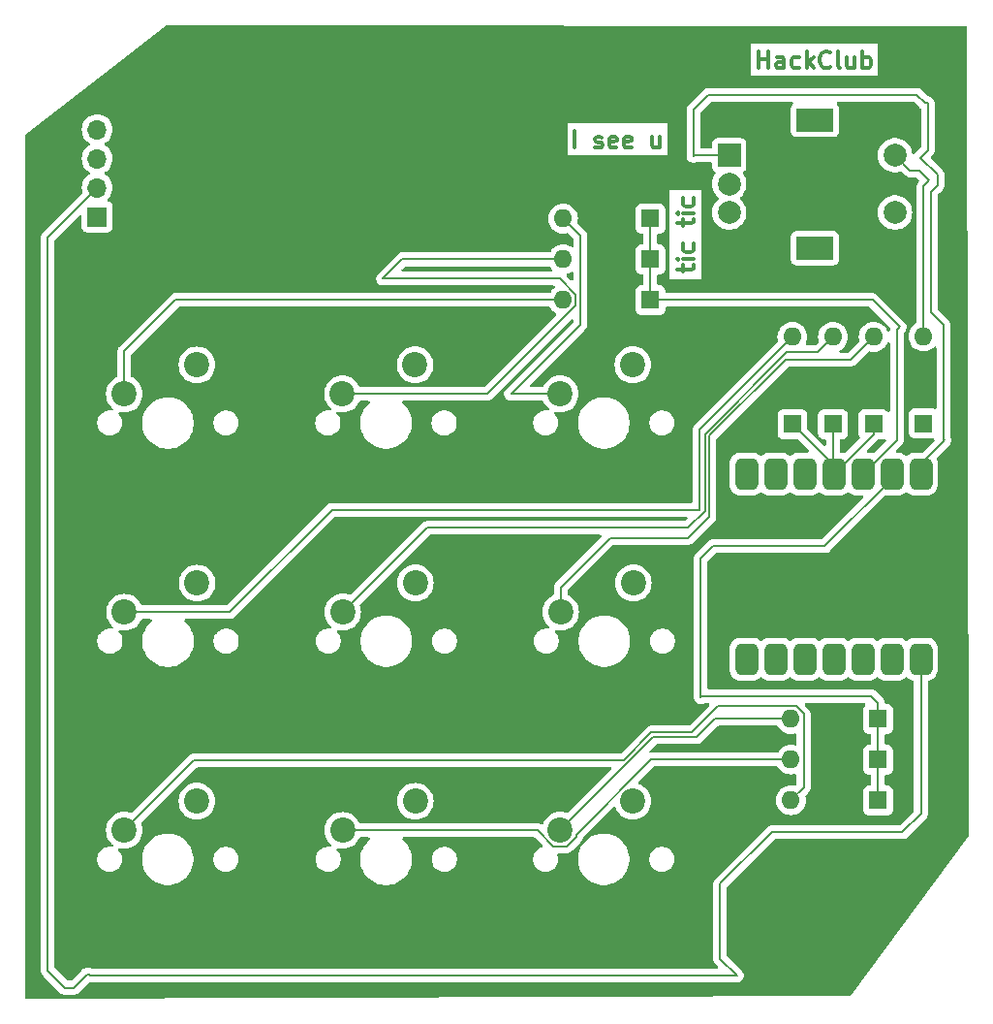
<source format=gtl>
%TF.GenerationSoftware,KiCad,Pcbnew,8.0.6*%
%TF.CreationDate,2024-10-21T20:49:49-03:00*%
%TF.ProjectId,HC Hackpad 1.2,48432048-6163-46b7-9061-6420312e322e,rev?*%
%TF.SameCoordinates,Original*%
%TF.FileFunction,Copper,L1,Top*%
%TF.FilePolarity,Positive*%
%FSLAX46Y46*%
G04 Gerber Fmt 4.6, Leading zero omitted, Abs format (unit mm)*
G04 Created by KiCad (PCBNEW 8.0.6) date 2024-10-21 20:49:49*
%MOMM*%
%LPD*%
G01*
G04 APERTURE LIST*
G04 Aperture macros list*
%AMRoundRect*
0 Rectangle with rounded corners*
0 $1 Rounding radius*
0 $2 $3 $4 $5 $6 $7 $8 $9 X,Y pos of 4 corners*
0 Add a 4 corners polygon primitive as box body*
4,1,4,$2,$3,$4,$5,$6,$7,$8,$9,$2,$3,0*
0 Add four circle primitives for the rounded corners*
1,1,$1+$1,$2,$3*
1,1,$1+$1,$4,$5*
1,1,$1+$1,$6,$7*
1,1,$1+$1,$8,$9*
0 Add four rect primitives between the rounded corners*
20,1,$1+$1,$2,$3,$4,$5,0*
20,1,$1+$1,$4,$5,$6,$7,0*
20,1,$1+$1,$6,$7,$8,$9,0*
20,1,$1+$1,$8,$9,$2,$3,0*%
G04 Aperture macros list end*
%ADD10C,0.300000*%
%TA.AperFunction,NonConductor*%
%ADD11C,0.300000*%
%TD*%
%TA.AperFunction,ComponentPad*%
%ADD12C,2.200000*%
%TD*%
%TA.AperFunction,ComponentPad*%
%ADD13R,1.600000X1.600000*%
%TD*%
%TA.AperFunction,ComponentPad*%
%ADD14O,1.600000X1.600000*%
%TD*%
%TA.AperFunction,ComponentPad*%
%ADD15R,1.700000X1.700000*%
%TD*%
%TA.AperFunction,ComponentPad*%
%ADD16O,1.700000X1.700000*%
%TD*%
%TA.AperFunction,ComponentPad*%
%ADD17R,2.000000X2.000000*%
%TD*%
%TA.AperFunction,ComponentPad*%
%ADD18C,2.000000*%
%TD*%
%TA.AperFunction,ComponentPad*%
%ADD19R,3.200000X2.000000*%
%TD*%
%TA.AperFunction,SMDPad,CuDef*%
%ADD20RoundRect,0.500000X-0.500000X0.875000X-0.500000X-0.875000X0.500000X-0.875000X0.500000X0.875000X0*%
%TD*%
%TA.AperFunction,ComponentPad*%
%ADD21C,1.600000*%
%TD*%
%TA.AperFunction,Conductor*%
%ADD22C,0.200000*%
%TD*%
G04 APERTURE END LIST*
D10*
D11*
X149314510Y-41570828D02*
X149314510Y-40070828D01*
X149314510Y-40785114D02*
X150171653Y-40785114D01*
X150171653Y-41570828D02*
X150171653Y-40070828D01*
X151528797Y-41570828D02*
X151528797Y-40785114D01*
X151528797Y-40785114D02*
X151457368Y-40642257D01*
X151457368Y-40642257D02*
X151314511Y-40570828D01*
X151314511Y-40570828D02*
X151028797Y-40570828D01*
X151028797Y-40570828D02*
X150885939Y-40642257D01*
X151528797Y-41499400D02*
X151385939Y-41570828D01*
X151385939Y-41570828D02*
X151028797Y-41570828D01*
X151028797Y-41570828D02*
X150885939Y-41499400D01*
X150885939Y-41499400D02*
X150814511Y-41356542D01*
X150814511Y-41356542D02*
X150814511Y-41213685D01*
X150814511Y-41213685D02*
X150885939Y-41070828D01*
X150885939Y-41070828D02*
X151028797Y-40999400D01*
X151028797Y-40999400D02*
X151385939Y-40999400D01*
X151385939Y-40999400D02*
X151528797Y-40927971D01*
X152885940Y-41499400D02*
X152743082Y-41570828D01*
X152743082Y-41570828D02*
X152457368Y-41570828D01*
X152457368Y-41570828D02*
X152314511Y-41499400D01*
X152314511Y-41499400D02*
X152243082Y-41427971D01*
X152243082Y-41427971D02*
X152171654Y-41285114D01*
X152171654Y-41285114D02*
X152171654Y-40856542D01*
X152171654Y-40856542D02*
X152243082Y-40713685D01*
X152243082Y-40713685D02*
X152314511Y-40642257D01*
X152314511Y-40642257D02*
X152457368Y-40570828D01*
X152457368Y-40570828D02*
X152743082Y-40570828D01*
X152743082Y-40570828D02*
X152885940Y-40642257D01*
X153528796Y-41570828D02*
X153528796Y-40070828D01*
X153671654Y-40999400D02*
X154100225Y-41570828D01*
X154100225Y-40570828D02*
X153528796Y-41142257D01*
X155600225Y-41427971D02*
X155528797Y-41499400D01*
X155528797Y-41499400D02*
X155314511Y-41570828D01*
X155314511Y-41570828D02*
X155171654Y-41570828D01*
X155171654Y-41570828D02*
X154957368Y-41499400D01*
X154957368Y-41499400D02*
X154814511Y-41356542D01*
X154814511Y-41356542D02*
X154743082Y-41213685D01*
X154743082Y-41213685D02*
X154671654Y-40927971D01*
X154671654Y-40927971D02*
X154671654Y-40713685D01*
X154671654Y-40713685D02*
X154743082Y-40427971D01*
X154743082Y-40427971D02*
X154814511Y-40285114D01*
X154814511Y-40285114D02*
X154957368Y-40142257D01*
X154957368Y-40142257D02*
X155171654Y-40070828D01*
X155171654Y-40070828D02*
X155314511Y-40070828D01*
X155314511Y-40070828D02*
X155528797Y-40142257D01*
X155528797Y-40142257D02*
X155600225Y-40213685D01*
X156457368Y-41570828D02*
X156314511Y-41499400D01*
X156314511Y-41499400D02*
X156243082Y-41356542D01*
X156243082Y-41356542D02*
X156243082Y-40070828D01*
X157671654Y-40570828D02*
X157671654Y-41570828D01*
X157028796Y-40570828D02*
X157028796Y-41356542D01*
X157028796Y-41356542D02*
X157100225Y-41499400D01*
X157100225Y-41499400D02*
X157243082Y-41570828D01*
X157243082Y-41570828D02*
X157457368Y-41570828D01*
X157457368Y-41570828D02*
X157600225Y-41499400D01*
X157600225Y-41499400D02*
X157671654Y-41427971D01*
X158385939Y-41570828D02*
X158385939Y-40070828D01*
X158385939Y-40642257D02*
X158528797Y-40570828D01*
X158528797Y-40570828D02*
X158814511Y-40570828D01*
X158814511Y-40570828D02*
X158957368Y-40642257D01*
X158957368Y-40642257D02*
X159028797Y-40713685D01*
X159028797Y-40713685D02*
X159100225Y-40856542D01*
X159100225Y-40856542D02*
X159100225Y-41285114D01*
X159100225Y-41285114D02*
X159028797Y-41427971D01*
X159028797Y-41427971D02*
X158957368Y-41499400D01*
X158957368Y-41499400D02*
X158814511Y-41570828D01*
X158814511Y-41570828D02*
X158528797Y-41570828D01*
X158528797Y-41570828D02*
X158385939Y-41499400D01*
D10*
D11*
X133244510Y-48520828D02*
X133244510Y-47020828D01*
X135030225Y-48449400D02*
X135173082Y-48520828D01*
X135173082Y-48520828D02*
X135458796Y-48520828D01*
X135458796Y-48520828D02*
X135601653Y-48449400D01*
X135601653Y-48449400D02*
X135673082Y-48306542D01*
X135673082Y-48306542D02*
X135673082Y-48235114D01*
X135673082Y-48235114D02*
X135601653Y-48092257D01*
X135601653Y-48092257D02*
X135458796Y-48020828D01*
X135458796Y-48020828D02*
X135244511Y-48020828D01*
X135244511Y-48020828D02*
X135101653Y-47949400D01*
X135101653Y-47949400D02*
X135030225Y-47806542D01*
X135030225Y-47806542D02*
X135030225Y-47735114D01*
X135030225Y-47735114D02*
X135101653Y-47592257D01*
X135101653Y-47592257D02*
X135244511Y-47520828D01*
X135244511Y-47520828D02*
X135458796Y-47520828D01*
X135458796Y-47520828D02*
X135601653Y-47592257D01*
X136887368Y-48449400D02*
X136744511Y-48520828D01*
X136744511Y-48520828D02*
X136458797Y-48520828D01*
X136458797Y-48520828D02*
X136315939Y-48449400D01*
X136315939Y-48449400D02*
X136244511Y-48306542D01*
X136244511Y-48306542D02*
X136244511Y-47735114D01*
X136244511Y-47735114D02*
X136315939Y-47592257D01*
X136315939Y-47592257D02*
X136458797Y-47520828D01*
X136458797Y-47520828D02*
X136744511Y-47520828D01*
X136744511Y-47520828D02*
X136887368Y-47592257D01*
X136887368Y-47592257D02*
X136958797Y-47735114D01*
X136958797Y-47735114D02*
X136958797Y-47877971D01*
X136958797Y-47877971D02*
X136244511Y-48020828D01*
X138173082Y-48449400D02*
X138030225Y-48520828D01*
X138030225Y-48520828D02*
X137744511Y-48520828D01*
X137744511Y-48520828D02*
X137601653Y-48449400D01*
X137601653Y-48449400D02*
X137530225Y-48306542D01*
X137530225Y-48306542D02*
X137530225Y-47735114D01*
X137530225Y-47735114D02*
X137601653Y-47592257D01*
X137601653Y-47592257D02*
X137744511Y-47520828D01*
X137744511Y-47520828D02*
X138030225Y-47520828D01*
X138030225Y-47520828D02*
X138173082Y-47592257D01*
X138173082Y-47592257D02*
X138244511Y-47735114D01*
X138244511Y-47735114D02*
X138244511Y-47877971D01*
X138244511Y-47877971D02*
X137530225Y-48020828D01*
X140673082Y-47520828D02*
X140673082Y-48520828D01*
X140030224Y-47520828D02*
X140030224Y-48306542D01*
X140030224Y-48306542D02*
X140101653Y-48449400D01*
X140101653Y-48449400D02*
X140244510Y-48520828D01*
X140244510Y-48520828D02*
X140458796Y-48520828D01*
X140458796Y-48520828D02*
X140601653Y-48449400D01*
X140601653Y-48449400D02*
X140673082Y-48377971D01*
D10*
D11*
X142670828Y-59319774D02*
X142670828Y-58748346D01*
X142170828Y-59105489D02*
X143456542Y-59105489D01*
X143456542Y-59105489D02*
X143599400Y-59034060D01*
X143599400Y-59034060D02*
X143670828Y-58891203D01*
X143670828Y-58891203D02*
X143670828Y-58748346D01*
X143670828Y-58248346D02*
X142670828Y-58248346D01*
X142170828Y-58248346D02*
X142242257Y-58319774D01*
X142242257Y-58319774D02*
X142313685Y-58248346D01*
X142313685Y-58248346D02*
X142242257Y-58176917D01*
X142242257Y-58176917D02*
X142170828Y-58248346D01*
X142170828Y-58248346D02*
X142313685Y-58248346D01*
X143599400Y-56891203D02*
X143670828Y-57034060D01*
X143670828Y-57034060D02*
X143670828Y-57319774D01*
X143670828Y-57319774D02*
X143599400Y-57462631D01*
X143599400Y-57462631D02*
X143527971Y-57534060D01*
X143527971Y-57534060D02*
X143385114Y-57605488D01*
X143385114Y-57605488D02*
X142956542Y-57605488D01*
X142956542Y-57605488D02*
X142813685Y-57534060D01*
X142813685Y-57534060D02*
X142742257Y-57462631D01*
X142742257Y-57462631D02*
X142670828Y-57319774D01*
X142670828Y-57319774D02*
X142670828Y-57034060D01*
X142670828Y-57034060D02*
X142742257Y-56891203D01*
X142670828Y-55319774D02*
X142670828Y-54748346D01*
X142170828Y-55105489D02*
X143456542Y-55105489D01*
X143456542Y-55105489D02*
X143599400Y-55034060D01*
X143599400Y-55034060D02*
X143670828Y-54891203D01*
X143670828Y-54891203D02*
X143670828Y-54748346D01*
X143670828Y-54248346D02*
X142670828Y-54248346D01*
X142170828Y-54248346D02*
X142242257Y-54319774D01*
X142242257Y-54319774D02*
X142313685Y-54248346D01*
X142313685Y-54248346D02*
X142242257Y-54176917D01*
X142242257Y-54176917D02*
X142170828Y-54248346D01*
X142170828Y-54248346D02*
X142313685Y-54248346D01*
X143599400Y-52891203D02*
X143670828Y-53034060D01*
X143670828Y-53034060D02*
X143670828Y-53319774D01*
X143670828Y-53319774D02*
X143599400Y-53462631D01*
X143599400Y-53462631D02*
X143527971Y-53534060D01*
X143527971Y-53534060D02*
X143385114Y-53605488D01*
X143385114Y-53605488D02*
X142956542Y-53605488D01*
X142956542Y-53605488D02*
X142813685Y-53534060D01*
X142813685Y-53534060D02*
X142742257Y-53462631D01*
X142742257Y-53462631D02*
X142670828Y-53319774D01*
X142670828Y-53319774D02*
X142670828Y-53034060D01*
X142670828Y-53034060D02*
X142742257Y-52891203D01*
D12*
%TO.P,S4,1,1*%
%TO.N,Column 0*%
X100240000Y-86520000D03*
%TO.P,S4,2,2*%
%TO.N,Net-(D4-A)*%
X93890000Y-89060000D03*
%TD*%
D13*
%TO.P,D3,1,K*%
%TO.N,Row 0*%
X139850000Y-54700000D03*
D14*
%TO.P,D3,2,A*%
%TO.N,Net-(D3-A)*%
X132230000Y-54700000D03*
%TD*%
D15*
%TO.P,J1,1,GND*%
%TO.N,Net-(J1-GND)*%
X91510000Y-54540000D03*
D16*
%TO.P,J1,2,VCC*%
%TO.N,Net-(J1-VCC)*%
X91510000Y-52000000D03*
%TO.P,J1,3,SCL*%
%TO.N,Net-(J1-SCL)*%
X91510000Y-49460000D03*
%TO.P,J1,4,SDA*%
%TO.N,Net-(J1-SDA)*%
X91510000Y-46920000D03*
%TD*%
D12*
%TO.P,S7,1,1*%
%TO.N,Column 0*%
X100220000Y-105560000D03*
%TO.P,S7,2,2*%
%TO.N,Net-(D7-A)*%
X93870000Y-108100000D03*
%TD*%
%TO.P,S6,1,1*%
%TO.N,Column 2*%
X138360000Y-86510000D03*
%TO.P,S6,2,2*%
%TO.N,Net-(D6-A)*%
X132010000Y-89050000D03*
%TD*%
%TO.P,S3,1,1*%
%TO.N,Column 2*%
X138330000Y-67460000D03*
%TO.P,S3,2,2*%
%TO.N,Net-(D3-A)*%
X131980000Y-70000000D03*
%TD*%
D13*
%TO.P,D9,1,K*%
%TO.N,Row 2*%
X159750000Y-98380000D03*
D14*
%TO.P,D9,2,A*%
%TO.N,Net-(D9-A)*%
X152130000Y-98380000D03*
%TD*%
D13*
%TO.P,D6,1,K*%
%TO.N,Row 1*%
X159360000Y-72640000D03*
D14*
%TO.P,D6,2,A*%
%TO.N,Net-(D6-A)*%
X159360000Y-65020000D03*
%TD*%
D13*
%TO.P,D7,1,K*%
%TO.N,Row 2*%
X159750000Y-105480000D03*
D14*
%TO.P,D7,2,A*%
%TO.N,Net-(D7-A)*%
X152130000Y-105480000D03*
%TD*%
D12*
%TO.P,S2,1,1*%
%TO.N,Column 1*%
X119290000Y-67460000D03*
%TO.P,S2,2,2*%
%TO.N,Net-(D2-A)*%
X112940000Y-70000000D03*
%TD*%
D13*
%TO.P,D5,1,K*%
%TO.N,Row 1*%
X155810000Y-72640000D03*
D14*
%TO.P,D5,2,A*%
%TO.N,Net-(D5-A)*%
X155810000Y-65020000D03*
%TD*%
D13*
%TO.P,D4,1,K*%
%TO.N,Row 1*%
X152260000Y-72640000D03*
D14*
%TO.P,D4,2,A*%
%TO.N,Net-(D4-A)*%
X152260000Y-65020000D03*
%TD*%
D12*
%TO.P,S8,1,1*%
%TO.N,Column 1*%
X119300000Y-105570000D03*
%TO.P,S8,2,2*%
%TO.N,Net-(D8-A)*%
X112950000Y-108110000D03*
%TD*%
D13*
%TO.P,D1,1,K*%
%TO.N,Row 0*%
X139850000Y-61800000D03*
D14*
%TO.P,D1,2,A*%
%TO.N,Net-(D1-A)*%
X132230000Y-61800000D03*
%TD*%
D12*
%TO.P,S1,1,1*%
%TO.N,Column 0*%
X100230000Y-67470000D03*
%TO.P,S1,2,2*%
%TO.N,Net-(D1-A)*%
X93880000Y-70010000D03*
%TD*%
%TO.P,S5,1,1*%
%TO.N,Column 1*%
X119310000Y-86510000D03*
%TO.P,S5,2,2*%
%TO.N,Net-(D5-A)*%
X112960000Y-89050000D03*
%TD*%
D17*
%TO.P,SW1,A,A*%
%TO.N,Net-(U1-PA02_A0_D0)*%
X146740000Y-49170000D03*
D18*
%TO.P,SW1,B,B*%
%TO.N,Net-(U1-PB08_A6_D6_TX)*%
X146740000Y-54170000D03*
%TO.P,SW1,C,C*%
%TO.N,Net-(J1-GND)*%
X146740000Y-51670000D03*
D19*
%TO.P,SW1,MP*%
%TO.N,N/C*%
X154240000Y-46070000D03*
X154240000Y-57270000D03*
D18*
%TO.P,SW1,S1,S1*%
%TO.N,Column 0*%
X161240000Y-54170000D03*
%TO.P,SW1,S2,S2*%
%TO.N,Net-(D10-A)*%
X161240000Y-49170000D03*
%TD*%
D12*
%TO.P,S9,1,1*%
%TO.N,Column 2*%
X138320000Y-105560000D03*
%TO.P,S9,2,2*%
%TO.N,Net-(D9-A)*%
X131970000Y-108100000D03*
%TD*%
D13*
%TO.P,D8,1,K*%
%TO.N,Row 2*%
X159750000Y-101930000D03*
D14*
%TO.P,D8,2,A*%
%TO.N,Net-(D8-A)*%
X152130000Y-101930000D03*
%TD*%
D13*
%TO.P,D2,1,K*%
%TO.N,Row 0*%
X139850000Y-58250000D03*
D14*
%TO.P,D2,2,A*%
%TO.N,Net-(D2-A)*%
X132230000Y-58250000D03*
%TD*%
D20*
%TO.P,U1,1,PA02_A0_D0*%
%TO.N,Net-(U1-PA02_A0_D0)*%
X163490000Y-76995000D03*
D13*
X163490000Y-77440000D03*
D20*
%TO.P,U1,2,PA4_A1_D1*%
%TO.N,Row 2*%
X160950000Y-76995000D03*
D21*
X160950000Y-77440000D03*
D20*
%TO.P,U1,3,PA10_A2_D2*%
%TO.N,Row 0*%
X158410000Y-76995000D03*
D21*
X158410000Y-77440000D03*
D20*
%TO.P,U1,4,PA11_A3_D3*%
%TO.N,Row 1*%
X155870000Y-76995000D03*
D21*
X155870000Y-77440000D03*
D20*
%TO.P,U1,5,PA8_A4_D4_SDA*%
%TO.N,Net-(J1-SDA)*%
X153330000Y-76995000D03*
D21*
X153330000Y-77440000D03*
D20*
%TO.P,U1,6,PA9_A5_D5_SCL*%
%TO.N,Net-(J1-SCL)*%
X150790000Y-76995000D03*
D21*
X150790000Y-77440000D03*
D20*
%TO.P,U1,7,PB08_A6_D6_TX*%
%TO.N,Net-(U1-PB08_A6_D6_TX)*%
X148250000Y-76995000D03*
D21*
X148250000Y-77440000D03*
%TO.P,U1,8,PB09_A7_D7_RX*%
%TO.N,Net-(D10-K)*%
X148250000Y-92680000D03*
D20*
X148250000Y-93160000D03*
D21*
%TO.P,U1,9,PA7_A8_D8_SCK*%
%TO.N,Column 2*%
X150790000Y-92680000D03*
D20*
X150790000Y-93160000D03*
D21*
%TO.P,U1,10,PA5_A9_D9_MISO*%
%TO.N,Column 1*%
X153330000Y-92680000D03*
D20*
X153330000Y-93160000D03*
D21*
%TO.P,U1,11,PA6_A10_D10_MOSI*%
%TO.N,Column 0*%
X155870000Y-92680000D03*
D20*
X155870000Y-93160000D03*
D21*
%TO.P,U1,12,3V3*%
%TO.N,unconnected-(U1-3V3-Pad12)*%
X158410000Y-92680000D03*
D20*
X158410000Y-93160000D03*
D21*
%TO.P,U1,13,GND*%
%TO.N,Net-(J1-GND)*%
X160950000Y-92680000D03*
D20*
X160950000Y-93160000D03*
D21*
%TO.P,U1,14,5V*%
%TO.N,Net-(J1-VCC)*%
X163490000Y-92680000D03*
D20*
X163490000Y-93160000D03*
%TD*%
D13*
%TO.P,D10,1,K*%
%TO.N,Net-(D10-K)*%
X163720000Y-72590000D03*
D14*
%TO.P,D10,2,A*%
%TO.N,Net-(D10-A)*%
X163720000Y-64970000D03*
%TD*%
D22*
%TO.N,Net-(D1-A)*%
X93880000Y-66280000D02*
X98360000Y-61800000D01*
X98360000Y-61800000D02*
X132230000Y-61800000D01*
X93880000Y-70010000D02*
X93880000Y-66280000D01*
%TO.N,Row 0*%
X161380000Y-74025000D02*
X158410000Y-76995000D01*
X139850000Y-54700000D02*
X139850000Y-58250000D01*
X161630000Y-64160000D02*
X161380000Y-64410000D01*
X139850000Y-61800000D02*
X159270000Y-61800000D01*
X159270000Y-61800000D02*
X161630000Y-64160000D01*
X139850000Y-58250000D02*
X139850000Y-61800000D01*
X161380000Y-64410000D02*
X161380000Y-74025000D01*
%TO.N,Net-(D2-A)*%
X116480000Y-59930000D02*
X131915635Y-59930000D01*
X125585635Y-70000000D02*
X112940000Y-70000000D01*
X133330000Y-62255635D02*
X125585635Y-70000000D01*
X118160000Y-58250000D02*
X116480000Y-59930000D01*
X132230000Y-58250000D02*
X118160000Y-58250000D01*
X133330000Y-61344365D02*
X133330000Y-62255635D01*
X131915635Y-59930000D02*
X133330000Y-61344365D01*
%TO.N,Net-(D3-A)*%
X133730000Y-63950000D02*
X127680000Y-70000000D01*
X132230000Y-54700000D02*
X133730000Y-56200000D01*
X127680000Y-70000000D02*
X131980000Y-70000000D01*
X133730000Y-56200000D02*
X133730000Y-63950000D01*
%TO.N,Row 1*%
X159360000Y-73505000D02*
X155870000Y-76995000D01*
X155810000Y-76935000D02*
X155870000Y-76995000D01*
X152260000Y-72640000D02*
X155870000Y-76250000D01*
X155870000Y-76250000D02*
X155870000Y-76995000D01*
X159360000Y-72640000D02*
X159360000Y-73505000D01*
X155810000Y-72640000D02*
X155810000Y-76935000D01*
%TO.N,Net-(D4-A)*%
X103090000Y-89060000D02*
X112030000Y-80120000D01*
X144170000Y-80120000D02*
X144170000Y-73110000D01*
X93890000Y-89060000D02*
X103090000Y-89060000D01*
X144170000Y-73110000D02*
X152260000Y-65020000D01*
X112030000Y-80120000D02*
X144170000Y-80120000D01*
%TO.N,Net-(D5-A)*%
X151770000Y-66350000D02*
X154480000Y-66350000D01*
X154480000Y-66350000D02*
X155810000Y-65020000D01*
X144610000Y-73510000D02*
X151770000Y-66350000D01*
X120310000Y-81700000D02*
X143155685Y-81700000D01*
X144610000Y-80245685D02*
X144610000Y-73510000D01*
X143155685Y-81700000D02*
X144610000Y-80245685D01*
X112960000Y-89050000D02*
X120310000Y-81700000D01*
%TO.N,Net-(D6-A)*%
X132010000Y-86900000D02*
X136320000Y-82590000D01*
X136320000Y-82590000D02*
X143130000Y-82590000D01*
X145022843Y-73662843D02*
X151682843Y-67002843D01*
X143130000Y-82590000D02*
X145022843Y-80697157D01*
X157377157Y-67002843D02*
X159360000Y-65020000D01*
X145022843Y-80697157D02*
X145022843Y-73662843D01*
X132010000Y-89050000D02*
X132010000Y-86900000D01*
X151682843Y-67002843D02*
X157377157Y-67002843D01*
%TO.N,Row 2*%
X159750000Y-105480000D02*
X159750000Y-101930000D01*
X144250000Y-84350000D02*
X145290000Y-83310000D01*
X144250000Y-96490000D02*
X144250000Y-84350000D01*
X159750000Y-96990000D02*
X159160000Y-96400000D01*
X159160000Y-96400000D02*
X144340000Y-96400000D01*
X145290000Y-83310000D02*
X155080000Y-83310000D01*
X144340000Y-96400000D02*
X144250000Y-96490000D01*
X155080000Y-83310000D02*
X160950000Y-77440000D01*
X159750000Y-98380000D02*
X159750000Y-96990000D01*
X159750000Y-101930000D02*
X159750000Y-98380000D01*
%TO.N,Net-(D7-A)*%
X143480000Y-99560000D02*
X145760000Y-97280000D01*
X139944314Y-99560000D02*
X143480000Y-99560000D01*
X152585635Y-97280000D02*
X153250000Y-97944365D01*
X99980000Y-101990000D02*
X137514314Y-101990000D01*
X145760000Y-97280000D02*
X152585635Y-97280000D01*
X137514314Y-101990000D02*
X139944314Y-99560000D01*
X153250000Y-97944365D02*
X153250000Y-104360000D01*
X153250000Y-104360000D02*
X152130000Y-105480000D01*
X93870000Y-108100000D02*
X99980000Y-101990000D01*
%TO.N,Net-(D8-A)*%
X139930000Y-101930000D02*
X152130000Y-101930000D01*
X112950000Y-108110000D02*
X130000101Y-108110000D01*
X132549899Y-109500000D02*
X133370000Y-108679899D01*
X133370000Y-108679899D02*
X133370000Y-108490000D01*
X130000101Y-108110000D02*
X131390101Y-109500000D01*
X131390101Y-109500000D02*
X132549899Y-109500000D01*
X133370000Y-108490000D02*
X139930000Y-101930000D01*
%TO.N,Net-(D9-A)*%
X140110000Y-99960000D02*
X143920000Y-99960000D01*
X131970000Y-108100000D02*
X140110000Y-99960000D01*
X145500000Y-98380000D02*
X152130000Y-98380000D01*
X143920000Y-99960000D02*
X145500000Y-98380000D01*
%TO.N,Net-(D10-A)*%
X162540000Y-50470000D02*
X163360000Y-50470000D01*
X163720000Y-51890000D02*
X163720000Y-64970000D01*
X164250000Y-51360000D02*
X163720000Y-51890000D01*
X163360000Y-50470000D02*
X164250000Y-51360000D01*
X161240000Y-49170000D02*
X162540000Y-50470000D01*
%TO.N,Net-(J1-VCC)*%
X87180000Y-56330000D02*
X87180000Y-120360000D01*
X150450000Y-108280000D02*
X161870000Y-108280000D01*
X87180000Y-120360000D02*
X88670000Y-121850000D01*
X91510000Y-52000000D02*
X87180000Y-56330000D01*
X161870000Y-108280000D02*
X163490000Y-106660000D01*
X90870000Y-120790000D02*
X147410000Y-120790000D01*
X90610000Y-120710000D02*
X90790000Y-120710000D01*
X89470000Y-121850000D02*
X90610000Y-120710000D01*
X145950000Y-119330000D02*
X145950000Y-112780000D01*
X90790000Y-120710000D02*
X90870000Y-120790000D01*
X88670000Y-121850000D02*
X89470000Y-121850000D01*
X147410000Y-120790000D02*
X145950000Y-119330000D01*
X145950000Y-112780000D02*
X150450000Y-108280000D01*
X163490000Y-106660000D02*
X163490000Y-93160000D01*
%TO.N,Net-(U1-PA02_A0_D0)*%
X165450000Y-63950000D02*
X165450000Y-73940000D01*
X144930000Y-43880000D02*
X163130000Y-43880000D01*
X164370000Y-62870000D02*
X165450000Y-63950000D01*
X163490000Y-76100000D02*
X163490000Y-77440000D01*
X143610000Y-45200000D02*
X144930000Y-43880000D01*
X146740000Y-49170000D02*
X143660000Y-49170000D01*
X163440000Y-49370000D02*
X164930000Y-50860000D01*
X163860000Y-44610000D02*
X164100000Y-44610000D01*
X164930000Y-50860000D02*
X164930000Y-51810000D01*
X165550000Y-74040000D02*
X163490000Y-76100000D01*
X164100000Y-48710000D02*
X163440000Y-49370000D01*
X143610000Y-49220000D02*
X143610000Y-45200000D01*
X143660000Y-49170000D02*
X143610000Y-49220000D01*
X164100000Y-44610000D02*
X164100000Y-48710000D01*
X164930000Y-51810000D02*
X164370000Y-52370000D01*
X164370000Y-52370000D02*
X164370000Y-62870000D01*
X165450000Y-73940000D02*
X165550000Y-74040000D01*
X163130000Y-43880000D02*
X163860000Y-44610000D01*
%TD*%
%TA.AperFunction,NonConductor*%
G36*
X167426743Y-37879969D02*
G01*
X167493763Y-37899711D01*
X167539473Y-37952553D01*
X167550635Y-38003743D01*
X167679125Y-108504911D01*
X167659562Y-108571986D01*
X167654922Y-108578734D01*
X157373688Y-122520047D01*
X157318056Y-122562318D01*
X157274265Y-122570449D01*
X85304874Y-122787611D01*
X85237776Y-122768129D01*
X85191862Y-122715464D01*
X85180500Y-122663612D01*
X85180500Y-120439054D01*
X86579498Y-120439054D01*
X86620424Y-120591789D01*
X86620425Y-120591790D01*
X86643030Y-120630942D01*
X86643031Y-120630944D01*
X86699475Y-120728709D01*
X86699481Y-120728717D01*
X86818349Y-120847585D01*
X86818355Y-120847590D01*
X88185139Y-122214374D01*
X88185149Y-122214385D01*
X88189479Y-122218715D01*
X88189480Y-122218716D01*
X88301284Y-122330520D01*
X88388095Y-122380639D01*
X88388097Y-122380641D01*
X88438213Y-122409576D01*
X88438215Y-122409577D01*
X88590942Y-122450500D01*
X88590943Y-122450500D01*
X89383331Y-122450500D01*
X89383347Y-122450501D01*
X89390943Y-122450501D01*
X89549054Y-122450501D01*
X89549057Y-122450501D01*
X89701785Y-122409577D01*
X89751904Y-122380639D01*
X89838716Y-122330520D01*
X89950520Y-122218716D01*
X89950520Y-122218714D01*
X89960728Y-122208507D01*
X89960730Y-122208504D01*
X90742415Y-121426819D01*
X90803738Y-121393334D01*
X90830096Y-121390500D01*
X90949057Y-121390500D01*
X147323331Y-121390500D01*
X147323347Y-121390501D01*
X147330943Y-121390501D01*
X147489056Y-121390501D01*
X147489058Y-121390501D01*
X147641785Y-121349577D01*
X147778716Y-121270520D01*
X147890520Y-121158716D01*
X147969577Y-121021785D01*
X148010501Y-120869058D01*
X148010501Y-120710943D01*
X147969577Y-120558215D01*
X147890520Y-120421284D01*
X146586819Y-119117583D01*
X146553334Y-119056260D01*
X146550500Y-119029902D01*
X146550500Y-113080097D01*
X146570185Y-113013058D01*
X146586819Y-112992416D01*
X150662416Y-108916819D01*
X150723739Y-108883334D01*
X150750097Y-108880500D01*
X161783331Y-108880500D01*
X161783347Y-108880501D01*
X161790943Y-108880501D01*
X161949054Y-108880501D01*
X161949057Y-108880501D01*
X162101785Y-108839577D01*
X162151904Y-108810639D01*
X162238716Y-108760520D01*
X162350520Y-108648716D01*
X162350520Y-108648714D01*
X162360728Y-108638507D01*
X162360730Y-108638504D01*
X163848506Y-107150728D01*
X163848511Y-107150724D01*
X163858714Y-107140520D01*
X163858716Y-107140520D01*
X163970520Y-107028716D01*
X164021095Y-106941116D01*
X164049577Y-106891785D01*
X164090501Y-106739057D01*
X164090501Y-106580943D01*
X164090501Y-106573348D01*
X164090500Y-106573330D01*
X164090500Y-95140390D01*
X164110185Y-95073351D01*
X164162989Y-95027596D01*
X164180382Y-95021176D01*
X164363049Y-94968909D01*
X164543407Y-94874698D01*
X164701109Y-94746109D01*
X164829698Y-94588407D01*
X164923909Y-94408049D01*
X164979886Y-94212418D01*
X164990500Y-94093037D01*
X164990499Y-92226964D01*
X164979886Y-92107582D01*
X164923909Y-91911951D01*
X164829698Y-91731593D01*
X164760000Y-91646115D01*
X164701109Y-91573890D01*
X164585933Y-91479977D01*
X164543407Y-91445302D01*
X164363049Y-91351091D01*
X164363048Y-91351090D01*
X164363045Y-91351089D01*
X164245829Y-91317550D01*
X164167418Y-91295114D01*
X164167415Y-91295113D01*
X164167413Y-91295113D01*
X164101102Y-91289217D01*
X164048037Y-91284500D01*
X164048032Y-91284500D01*
X162931971Y-91284500D01*
X162931965Y-91284500D01*
X162931964Y-91284501D01*
X162920316Y-91285536D01*
X162812584Y-91295113D01*
X162616954Y-91351089D01*
X162526772Y-91398196D01*
X162436593Y-91445302D01*
X162436591Y-91445303D01*
X162436590Y-91445304D01*
X162298361Y-91558015D01*
X162233964Y-91585124D01*
X162165135Y-91573115D01*
X162141639Y-91558015D01*
X162074645Y-91503389D01*
X162003407Y-91445302D01*
X161823049Y-91351091D01*
X161823048Y-91351090D01*
X161823045Y-91351089D01*
X161705829Y-91317550D01*
X161627418Y-91295114D01*
X161627415Y-91295113D01*
X161627413Y-91295113D01*
X161561102Y-91289217D01*
X161508037Y-91284500D01*
X161508032Y-91284500D01*
X160391971Y-91284500D01*
X160391965Y-91284500D01*
X160391964Y-91284501D01*
X160380316Y-91285536D01*
X160272584Y-91295113D01*
X160076954Y-91351089D01*
X159986772Y-91398196D01*
X159896593Y-91445302D01*
X159896591Y-91445303D01*
X159896590Y-91445304D01*
X159758361Y-91558015D01*
X159693964Y-91585124D01*
X159625135Y-91573115D01*
X159601639Y-91558015D01*
X159534645Y-91503389D01*
X159463407Y-91445302D01*
X159283049Y-91351091D01*
X159283048Y-91351090D01*
X159283045Y-91351089D01*
X159165829Y-91317550D01*
X159087418Y-91295114D01*
X159087415Y-91295113D01*
X159087413Y-91295113D01*
X159021102Y-91289217D01*
X158968037Y-91284500D01*
X158968032Y-91284500D01*
X157851971Y-91284500D01*
X157851965Y-91284500D01*
X157851964Y-91284501D01*
X157840316Y-91285536D01*
X157732584Y-91295113D01*
X157536954Y-91351089D01*
X157446772Y-91398196D01*
X157356593Y-91445302D01*
X157356591Y-91445303D01*
X157356590Y-91445304D01*
X157218361Y-91558015D01*
X157153964Y-91585124D01*
X157085135Y-91573115D01*
X157061639Y-91558015D01*
X156994645Y-91503389D01*
X156923407Y-91445302D01*
X156743049Y-91351091D01*
X156743048Y-91351090D01*
X156743045Y-91351089D01*
X156625829Y-91317550D01*
X156547418Y-91295114D01*
X156547415Y-91295113D01*
X156547413Y-91295113D01*
X156481102Y-91289217D01*
X156428037Y-91284500D01*
X156428032Y-91284500D01*
X155311971Y-91284500D01*
X155311965Y-91284500D01*
X155311964Y-91284501D01*
X155300316Y-91285536D01*
X155192584Y-91295113D01*
X154996954Y-91351089D01*
X154906772Y-91398196D01*
X154816593Y-91445302D01*
X154816591Y-91445303D01*
X154816590Y-91445304D01*
X154678361Y-91558015D01*
X154613964Y-91585124D01*
X154545135Y-91573115D01*
X154521639Y-91558015D01*
X154454645Y-91503389D01*
X154383407Y-91445302D01*
X154203049Y-91351091D01*
X154203048Y-91351090D01*
X154203045Y-91351089D01*
X154085829Y-91317550D01*
X154007418Y-91295114D01*
X154007415Y-91295113D01*
X154007413Y-91295113D01*
X153941102Y-91289217D01*
X153888037Y-91284500D01*
X153888032Y-91284500D01*
X152771971Y-91284500D01*
X152771965Y-91284500D01*
X152771964Y-91284501D01*
X152760316Y-91285536D01*
X152652584Y-91295113D01*
X152456954Y-91351089D01*
X152366772Y-91398196D01*
X152276593Y-91445302D01*
X152276591Y-91445303D01*
X152276590Y-91445304D01*
X152138361Y-91558015D01*
X152073964Y-91585124D01*
X152005135Y-91573115D01*
X151981639Y-91558015D01*
X151914645Y-91503389D01*
X151843407Y-91445302D01*
X151663049Y-91351091D01*
X151663048Y-91351090D01*
X151663045Y-91351089D01*
X151545829Y-91317550D01*
X151467418Y-91295114D01*
X151467415Y-91295113D01*
X151467413Y-91295113D01*
X151401102Y-91289217D01*
X151348037Y-91284500D01*
X151348032Y-91284500D01*
X150231971Y-91284500D01*
X150231965Y-91284500D01*
X150231964Y-91284501D01*
X150220316Y-91285536D01*
X150112584Y-91295113D01*
X149916954Y-91351089D01*
X149826772Y-91398196D01*
X149736593Y-91445302D01*
X149736591Y-91445303D01*
X149736590Y-91445304D01*
X149598361Y-91558015D01*
X149533964Y-91585124D01*
X149465135Y-91573115D01*
X149441639Y-91558015D01*
X149374645Y-91503389D01*
X149303407Y-91445302D01*
X149123049Y-91351091D01*
X149123048Y-91351090D01*
X149123045Y-91351089D01*
X149005829Y-91317550D01*
X148927418Y-91295114D01*
X148927415Y-91295113D01*
X148927413Y-91295113D01*
X148861102Y-91289217D01*
X148808037Y-91284500D01*
X148808032Y-91284500D01*
X147691971Y-91284500D01*
X147691965Y-91284500D01*
X147691964Y-91284501D01*
X147680316Y-91285536D01*
X147572584Y-91295113D01*
X147376954Y-91351089D01*
X147286772Y-91398196D01*
X147196593Y-91445302D01*
X147196591Y-91445303D01*
X147196590Y-91445304D01*
X147038890Y-91573890D01*
X146910304Y-91731590D01*
X146910302Y-91731593D01*
X146901990Y-91747506D01*
X146816089Y-91911954D01*
X146760114Y-92107583D01*
X146760113Y-92107586D01*
X146749500Y-92226966D01*
X146749500Y-94093028D01*
X146749501Y-94093034D01*
X146760113Y-94212415D01*
X146816089Y-94408045D01*
X146816090Y-94408048D01*
X146816091Y-94408049D01*
X146910302Y-94588407D01*
X146910304Y-94588409D01*
X147038890Y-94746109D01*
X147132803Y-94822684D01*
X147196593Y-94874698D01*
X147376951Y-94968909D01*
X147572582Y-95024886D01*
X147691963Y-95035500D01*
X148808036Y-95035499D01*
X148927418Y-95024886D01*
X149123049Y-94968909D01*
X149303407Y-94874698D01*
X149441640Y-94761983D01*
X149506035Y-94734875D01*
X149574865Y-94746884D01*
X149598357Y-94761981D01*
X149736593Y-94874698D01*
X149916951Y-94968909D01*
X150112582Y-95024886D01*
X150231963Y-95035500D01*
X151348036Y-95035499D01*
X151467418Y-95024886D01*
X151663049Y-94968909D01*
X151843407Y-94874698D01*
X151981640Y-94761983D01*
X152046035Y-94734875D01*
X152114865Y-94746884D01*
X152138357Y-94761981D01*
X152276593Y-94874698D01*
X152456951Y-94968909D01*
X152652582Y-95024886D01*
X152771963Y-95035500D01*
X153888036Y-95035499D01*
X154007418Y-95024886D01*
X154203049Y-94968909D01*
X154383407Y-94874698D01*
X154521640Y-94761983D01*
X154586035Y-94734875D01*
X154654865Y-94746884D01*
X154678357Y-94761981D01*
X154816593Y-94874698D01*
X154996951Y-94968909D01*
X155192582Y-95024886D01*
X155311963Y-95035500D01*
X156428036Y-95035499D01*
X156547418Y-95024886D01*
X156743049Y-94968909D01*
X156923407Y-94874698D01*
X157061640Y-94761983D01*
X157126035Y-94734875D01*
X157194865Y-94746884D01*
X157218357Y-94761981D01*
X157356593Y-94874698D01*
X157536951Y-94968909D01*
X157732582Y-95024886D01*
X157851963Y-95035500D01*
X158968036Y-95035499D01*
X159087418Y-95024886D01*
X159283049Y-94968909D01*
X159463407Y-94874698D01*
X159601640Y-94761983D01*
X159666035Y-94734875D01*
X159734865Y-94746884D01*
X159758357Y-94761981D01*
X159896593Y-94874698D01*
X160076951Y-94968909D01*
X160272582Y-95024886D01*
X160391963Y-95035500D01*
X161508036Y-95035499D01*
X161627418Y-95024886D01*
X161823049Y-94968909D01*
X162003407Y-94874698D01*
X162141640Y-94761983D01*
X162206035Y-94734875D01*
X162274865Y-94746884D01*
X162298357Y-94761981D01*
X162436593Y-94874698D01*
X162616951Y-94968909D01*
X162799612Y-95021174D01*
X162858649Y-95058541D01*
X162888113Y-95121895D01*
X162889500Y-95140390D01*
X162889500Y-106359903D01*
X162869815Y-106426942D01*
X162853181Y-106447584D01*
X161657584Y-107643181D01*
X161596261Y-107676666D01*
X161569903Y-107679500D01*
X150536669Y-107679500D01*
X150536653Y-107679499D01*
X150529057Y-107679499D01*
X150370943Y-107679499D01*
X150263587Y-107708265D01*
X150218210Y-107720424D01*
X150218209Y-107720425D01*
X150182084Y-107741283D01*
X150182082Y-107741284D01*
X150081290Y-107799475D01*
X150081282Y-107799481D01*
X145469481Y-112411282D01*
X145469479Y-112411285D01*
X145419361Y-112498094D01*
X145419359Y-112498096D01*
X145390425Y-112548209D01*
X145390424Y-112548210D01*
X145390423Y-112548215D01*
X145349499Y-112700943D01*
X145349499Y-112700945D01*
X145349499Y-112869046D01*
X145349500Y-112869059D01*
X145349500Y-119243330D01*
X145349499Y-119243348D01*
X145349499Y-119409054D01*
X145349498Y-119409054D01*
X145390423Y-119561785D01*
X145419358Y-119611900D01*
X145419359Y-119611904D01*
X145419360Y-119611904D01*
X145469479Y-119698714D01*
X145469481Y-119698717D01*
X145588349Y-119817585D01*
X145588355Y-119817590D01*
X145748584Y-119977819D01*
X145782069Y-120039142D01*
X145777085Y-120108834D01*
X145735213Y-120164767D01*
X145669749Y-120189184D01*
X145660903Y-120189500D01*
X91122692Y-120189500D01*
X91060691Y-120172886D01*
X91021785Y-120150423D01*
X90869057Y-120109499D01*
X90710943Y-120109499D01*
X90703347Y-120109499D01*
X90703331Y-120109500D01*
X90530940Y-120109500D01*
X90490019Y-120120464D01*
X90490019Y-120120465D01*
X90452751Y-120130451D01*
X90378214Y-120150423D01*
X90378209Y-120150426D01*
X90241290Y-120229475D01*
X90241282Y-120229481D01*
X90129478Y-120341286D01*
X89257584Y-121213181D01*
X89196261Y-121246666D01*
X89169903Y-121249500D01*
X88970097Y-121249500D01*
X88903058Y-121229815D01*
X88882416Y-121213181D01*
X87816819Y-120147584D01*
X87783334Y-120086261D01*
X87780500Y-120059903D01*
X87780500Y-110553389D01*
X91499500Y-110553389D01*
X91499500Y-110726610D01*
X91510727Y-110797499D01*
X91526598Y-110897701D01*
X91580127Y-111062445D01*
X91658768Y-111216788D01*
X91760586Y-111356928D01*
X91883072Y-111479414D01*
X92023212Y-111581232D01*
X92177555Y-111659873D01*
X92342299Y-111713402D01*
X92513389Y-111740500D01*
X92513390Y-111740500D01*
X92686610Y-111740500D01*
X92686611Y-111740500D01*
X92857701Y-111713402D01*
X93022445Y-111659873D01*
X93176788Y-111581232D01*
X93316928Y-111479414D01*
X93439414Y-111356928D01*
X93541232Y-111216788D01*
X93619873Y-111062445D01*
X93673402Y-110897701D01*
X93700500Y-110726611D01*
X93700500Y-110553389D01*
X93690854Y-110492486D01*
X95429500Y-110492486D01*
X95429500Y-110787513D01*
X95445324Y-110907701D01*
X95468007Y-111079993D01*
X95542212Y-111356930D01*
X95544361Y-111364951D01*
X95544364Y-111364961D01*
X95657254Y-111637500D01*
X95657258Y-111637510D01*
X95804761Y-111892993D01*
X95984352Y-112127040D01*
X95984358Y-112127047D01*
X96192952Y-112335641D01*
X96192959Y-112335647D01*
X96427006Y-112515238D01*
X96682489Y-112662741D01*
X96682490Y-112662741D01*
X96682493Y-112662743D01*
X96955048Y-112775639D01*
X97240007Y-112851993D01*
X97532494Y-112890500D01*
X97532501Y-112890500D01*
X97827499Y-112890500D01*
X97827506Y-112890500D01*
X98119993Y-112851993D01*
X98404952Y-112775639D01*
X98677507Y-112662743D01*
X98932994Y-112515238D01*
X99167042Y-112335646D01*
X99375646Y-112127042D01*
X99555238Y-111892994D01*
X99702743Y-111637507D01*
X99815639Y-111364952D01*
X99891993Y-111079993D01*
X99930500Y-110787506D01*
X99930500Y-110553389D01*
X101659500Y-110553389D01*
X101659500Y-110726610D01*
X101670727Y-110797499D01*
X101686598Y-110897701D01*
X101740127Y-111062445D01*
X101818768Y-111216788D01*
X101920586Y-111356928D01*
X102043072Y-111479414D01*
X102183212Y-111581232D01*
X102337555Y-111659873D01*
X102502299Y-111713402D01*
X102673389Y-111740500D01*
X102673390Y-111740500D01*
X102846610Y-111740500D01*
X102846611Y-111740500D01*
X103017701Y-111713402D01*
X103182445Y-111659873D01*
X103336788Y-111581232D01*
X103476928Y-111479414D01*
X103599414Y-111356928D01*
X103701232Y-111216788D01*
X103779873Y-111062445D01*
X103833402Y-110897701D01*
X103860500Y-110726611D01*
X103860500Y-110553389D01*
X103833402Y-110382299D01*
X103779873Y-110217555D01*
X103701232Y-110063212D01*
X103599414Y-109923072D01*
X103476928Y-109800586D01*
X103336788Y-109698768D01*
X103182445Y-109620127D01*
X103017701Y-109566598D01*
X103017699Y-109566597D01*
X103017698Y-109566597D01*
X102886271Y-109545781D01*
X102846611Y-109539500D01*
X102673389Y-109539500D01*
X102633728Y-109545781D01*
X102502302Y-109566597D01*
X102337552Y-109620128D01*
X102183211Y-109698768D01*
X102121128Y-109743875D01*
X102043072Y-109800586D01*
X102043070Y-109800588D01*
X102043069Y-109800588D01*
X101920588Y-109923069D01*
X101920588Y-109923070D01*
X101920586Y-109923072D01*
X101913323Y-109933069D01*
X101818768Y-110063211D01*
X101740128Y-110217552D01*
X101686597Y-110382302D01*
X101659500Y-110553389D01*
X99930500Y-110553389D01*
X99930500Y-110492494D01*
X99891993Y-110200007D01*
X99815639Y-109915048D01*
X99702743Y-109642493D01*
X99699498Y-109636873D01*
X99555238Y-109387006D01*
X99375647Y-109152959D01*
X99375641Y-109152952D01*
X99167047Y-108944358D01*
X99167040Y-108944352D01*
X98932993Y-108764761D01*
X98677510Y-108617258D01*
X98677500Y-108617254D01*
X98404961Y-108504364D01*
X98404954Y-108504362D01*
X98404952Y-108504361D01*
X98119993Y-108428007D01*
X98071113Y-108421571D01*
X97827513Y-108389500D01*
X97827506Y-108389500D01*
X97532494Y-108389500D01*
X97532486Y-108389500D01*
X97254085Y-108426153D01*
X97240007Y-108428007D01*
X96955048Y-108504361D01*
X96955038Y-108504364D01*
X96682499Y-108617254D01*
X96682489Y-108617258D01*
X96427006Y-108764761D01*
X96192959Y-108944352D01*
X96192952Y-108944358D01*
X95984358Y-109152952D01*
X95984352Y-109152959D01*
X95804761Y-109387006D01*
X95657258Y-109642489D01*
X95657254Y-109642499D01*
X95544364Y-109915038D01*
X95544361Y-109915048D01*
X95468008Y-110200004D01*
X95468006Y-110200015D01*
X95429500Y-110492486D01*
X93690854Y-110492486D01*
X93673402Y-110382299D01*
X93619873Y-110217555D01*
X93541232Y-110063212D01*
X93439414Y-109923072D01*
X93381232Y-109864890D01*
X93347747Y-109803567D01*
X93352731Y-109733875D01*
X93394603Y-109677942D01*
X93460067Y-109653525D01*
X93497856Y-109656634D01*
X93618852Y-109685683D01*
X93870000Y-109705449D01*
X94121148Y-109685683D01*
X94366111Y-109626873D01*
X94598859Y-109530466D01*
X94813659Y-109398836D01*
X95005224Y-109235224D01*
X95168836Y-109043659D01*
X95300466Y-108828859D01*
X95396873Y-108596111D01*
X95455683Y-108351148D01*
X95475449Y-108100000D01*
X95455683Y-107848852D01*
X95396873Y-107603889D01*
X95375410Y-107552073D01*
X95367942Y-107482607D01*
X95399216Y-107420128D01*
X95402262Y-107416971D01*
X97259234Y-105560000D01*
X98614551Y-105560000D01*
X98634317Y-105811151D01*
X98693126Y-106056110D01*
X98789533Y-106288859D01*
X98921160Y-106503653D01*
X98921161Y-106503656D01*
X98975866Y-106567707D01*
X99084776Y-106695224D01*
X99190438Y-106785468D01*
X99276343Y-106858838D01*
X99276346Y-106858839D01*
X99491140Y-106990466D01*
X99583487Y-107028717D01*
X99723889Y-107086873D01*
X99968852Y-107145683D01*
X100220000Y-107165449D01*
X100471148Y-107145683D01*
X100716111Y-107086873D01*
X100948859Y-106990466D01*
X101163659Y-106858836D01*
X101355224Y-106695224D01*
X101518836Y-106503659D01*
X101650466Y-106288859D01*
X101746873Y-106056111D01*
X101805683Y-105811148D01*
X101824662Y-105570000D01*
X117694551Y-105570000D01*
X117714317Y-105821151D01*
X117773126Y-106066110D01*
X117869533Y-106298859D01*
X118001160Y-106513653D01*
X118001161Y-106513656D01*
X118047325Y-106567707D01*
X118164776Y-106705224D01*
X118288811Y-106811160D01*
X118356343Y-106868838D01*
X118356346Y-106868839D01*
X118571140Y-107000466D01*
X118639345Y-107028717D01*
X118803889Y-107096873D01*
X119048852Y-107155683D01*
X119300000Y-107175449D01*
X119551148Y-107155683D01*
X119796111Y-107096873D01*
X120028859Y-107000466D01*
X120243659Y-106868836D01*
X120435224Y-106705224D01*
X120598836Y-106513659D01*
X120730466Y-106298859D01*
X120826873Y-106066111D01*
X120885683Y-105821148D01*
X120905449Y-105570000D01*
X120885683Y-105318852D01*
X120826873Y-105073889D01*
X120734439Y-104850732D01*
X120730466Y-104841140D01*
X120598839Y-104626346D01*
X120598838Y-104626343D01*
X120552865Y-104572516D01*
X120435224Y-104434776D01*
X120255109Y-104280943D01*
X120243656Y-104271161D01*
X120243653Y-104271160D01*
X120028859Y-104139533D01*
X119796110Y-104043126D01*
X119551151Y-103984317D01*
X119300000Y-103964551D01*
X119048848Y-103984317D01*
X118803889Y-104043126D01*
X118571140Y-104139533D01*
X118356346Y-104271160D01*
X118356343Y-104271161D01*
X118164776Y-104434776D01*
X118001161Y-104626343D01*
X118001160Y-104626346D01*
X117869533Y-104841140D01*
X117773126Y-105073889D01*
X117714317Y-105318848D01*
X117694551Y-105570000D01*
X101824662Y-105570000D01*
X101825449Y-105560000D01*
X101805683Y-105308852D01*
X101746873Y-105063889D01*
X101658578Y-104850724D01*
X101650466Y-104831140D01*
X101518839Y-104616346D01*
X101518838Y-104616343D01*
X101402350Y-104479954D01*
X101355224Y-104424776D01*
X101228571Y-104316604D01*
X101163656Y-104261161D01*
X101163653Y-104261160D01*
X100948859Y-104129533D01*
X100716110Y-104033126D01*
X100471151Y-103974317D01*
X100220000Y-103954551D01*
X99968848Y-103974317D01*
X99723889Y-104033126D01*
X99491140Y-104129533D01*
X99276346Y-104261160D01*
X99276343Y-104261161D01*
X99084776Y-104424776D01*
X98921161Y-104616343D01*
X98921160Y-104616346D01*
X98789533Y-104831140D01*
X98693126Y-105063889D01*
X98634317Y-105308848D01*
X98614551Y-105560000D01*
X97259234Y-105560000D01*
X100192416Y-102626819D01*
X100253739Y-102593334D01*
X100280097Y-102590500D01*
X136330903Y-102590500D01*
X136397942Y-102610185D01*
X136443697Y-102662989D01*
X136453641Y-102732147D01*
X136424616Y-102795703D01*
X136418584Y-102802181D01*
X132653056Y-106567707D01*
X132591733Y-106601192D01*
X132522041Y-106596208D01*
X132517923Y-106594587D01*
X132466113Y-106573127D01*
X132221151Y-106514317D01*
X131970000Y-106494551D01*
X131718848Y-106514317D01*
X131473889Y-106573126D01*
X131241140Y-106669533D01*
X131026346Y-106801160D01*
X131026343Y-106801161D01*
X130834776Y-106964776D01*
X130671161Y-107156343D01*
X130671160Y-107156346D01*
X130539533Y-107371140D01*
X130474340Y-107528532D01*
X130430499Y-107582935D01*
X130364205Y-107605000D01*
X130297783Y-107588468D01*
X130282008Y-107579361D01*
X130282008Y-107579360D01*
X130282002Y-107579358D01*
X130231886Y-107550423D01*
X130079158Y-107509499D01*
X129921044Y-107509499D01*
X129913448Y-107509499D01*
X129913432Y-107509500D01*
X114516488Y-107509500D01*
X114449449Y-107489815D01*
X114403694Y-107437011D01*
X114401927Y-107432952D01*
X114380467Y-107381143D01*
X114380466Y-107381141D01*
X114248839Y-107166346D01*
X114248838Y-107166343D01*
X114180964Y-107086873D01*
X114085224Y-106974776D01*
X113949476Y-106858836D01*
X113893656Y-106811161D01*
X113893653Y-106811160D01*
X113678859Y-106679533D01*
X113446110Y-106583126D01*
X113201151Y-106524317D01*
X112950000Y-106504551D01*
X112698848Y-106524317D01*
X112453889Y-106583126D01*
X112221140Y-106679533D01*
X112006346Y-106811160D01*
X112006343Y-106811161D01*
X111814776Y-106974776D01*
X111651161Y-107166343D01*
X111651160Y-107166346D01*
X111519533Y-107381140D01*
X111423126Y-107613889D01*
X111364317Y-107858848D01*
X111344551Y-108110000D01*
X111364317Y-108361151D01*
X111423126Y-108606110D01*
X111519533Y-108838859D01*
X111651160Y-109053653D01*
X111651161Y-109053656D01*
X111651164Y-109053659D01*
X111814776Y-109245224D01*
X111928783Y-109342595D01*
X111966976Y-109401102D01*
X111967474Y-109470970D01*
X111930121Y-109530016D01*
X111866774Y-109559494D01*
X111828854Y-109559358D01*
X111766611Y-109549500D01*
X111593389Y-109549500D01*
X111553728Y-109555781D01*
X111422302Y-109576597D01*
X111257552Y-109630128D01*
X111103211Y-109708768D01*
X111023256Y-109766859D01*
X110963072Y-109810586D01*
X110963070Y-109810588D01*
X110963069Y-109810588D01*
X110840588Y-109933069D01*
X110840588Y-109933070D01*
X110840586Y-109933072D01*
X110806114Y-109980519D01*
X110738768Y-110073211D01*
X110660128Y-110227552D01*
X110606597Y-110392302D01*
X110579500Y-110563389D01*
X110579500Y-110736610D01*
X110605013Y-110897697D01*
X110606598Y-110907701D01*
X110660127Y-111072445D01*
X110738768Y-111226788D01*
X110840586Y-111366928D01*
X110963072Y-111489414D01*
X111103212Y-111591232D01*
X111257555Y-111669873D01*
X111422299Y-111723402D01*
X111593389Y-111750500D01*
X111593390Y-111750500D01*
X111766610Y-111750500D01*
X111766611Y-111750500D01*
X111937701Y-111723402D01*
X112102445Y-111669873D01*
X112256788Y-111591232D01*
X112396928Y-111489414D01*
X112519414Y-111366928D01*
X112621232Y-111226788D01*
X112699873Y-111072445D01*
X112753402Y-110907701D01*
X112780500Y-110736611D01*
X112780500Y-110563389D01*
X112753402Y-110392299D01*
X112699873Y-110227555D01*
X112621232Y-110073212D01*
X112519414Y-109933072D01*
X112461232Y-109874890D01*
X112427747Y-109813567D01*
X112432731Y-109743875D01*
X112474603Y-109687942D01*
X112540067Y-109663525D01*
X112577856Y-109666634D01*
X112698852Y-109695683D01*
X112950000Y-109715449D01*
X113201148Y-109695683D01*
X113446111Y-109636873D01*
X113678859Y-109540466D01*
X113893659Y-109408836D01*
X114085224Y-109245224D01*
X114248836Y-109053659D01*
X114380466Y-108838859D01*
X114401927Y-108787048D01*
X114445767Y-108732644D01*
X114512061Y-108710579D01*
X114516488Y-108710500D01*
X115225462Y-108710500D01*
X115292501Y-108730185D01*
X115338256Y-108782989D01*
X115348200Y-108852147D01*
X115319175Y-108915703D01*
X115300948Y-108932876D01*
X115272959Y-108954352D01*
X115272952Y-108954358D01*
X115064358Y-109162952D01*
X115064352Y-109162959D01*
X114884761Y-109397006D01*
X114737258Y-109652489D01*
X114737254Y-109652499D01*
X114624364Y-109925038D01*
X114624361Y-109925048D01*
X114550685Y-110200015D01*
X114548008Y-110210004D01*
X114548006Y-110210015D01*
X114509500Y-110502486D01*
X114509500Y-110797513D01*
X114541571Y-111041113D01*
X114548007Y-111089993D01*
X114622212Y-111366930D01*
X114624361Y-111374951D01*
X114624364Y-111374961D01*
X114737254Y-111647500D01*
X114737258Y-111647510D01*
X114884761Y-111902993D01*
X115064352Y-112137040D01*
X115064358Y-112137047D01*
X115272952Y-112345641D01*
X115272959Y-112345647D01*
X115507006Y-112525238D01*
X115762489Y-112672741D01*
X115762490Y-112672741D01*
X115762493Y-112672743D01*
X116035048Y-112785639D01*
X116320007Y-112861993D01*
X116612494Y-112900500D01*
X116612501Y-112900500D01*
X116907499Y-112900500D01*
X116907506Y-112900500D01*
X117199993Y-112861993D01*
X117484952Y-112785639D01*
X117757507Y-112672743D01*
X118012994Y-112525238D01*
X118247042Y-112345646D01*
X118455646Y-112137042D01*
X118635238Y-111902994D01*
X118782743Y-111647507D01*
X118895639Y-111374952D01*
X118971993Y-111089993D01*
X119010500Y-110797506D01*
X119010500Y-110563389D01*
X120739500Y-110563389D01*
X120739500Y-110736610D01*
X120765013Y-110897697D01*
X120766598Y-110907701D01*
X120820127Y-111072445D01*
X120898768Y-111226788D01*
X121000586Y-111366928D01*
X121123072Y-111489414D01*
X121263212Y-111591232D01*
X121417555Y-111669873D01*
X121582299Y-111723402D01*
X121753389Y-111750500D01*
X121753390Y-111750500D01*
X121926610Y-111750500D01*
X121926611Y-111750500D01*
X122097701Y-111723402D01*
X122262445Y-111669873D01*
X122416788Y-111591232D01*
X122556928Y-111489414D01*
X122679414Y-111366928D01*
X122781232Y-111226788D01*
X122859873Y-111072445D01*
X122913402Y-110907701D01*
X122940500Y-110736611D01*
X122940500Y-110563389D01*
X122913402Y-110392299D01*
X122859873Y-110227555D01*
X122781232Y-110073212D01*
X122679414Y-109933072D01*
X122556928Y-109810586D01*
X122416788Y-109708768D01*
X122262445Y-109630127D01*
X122097701Y-109576598D01*
X122097699Y-109576597D01*
X122097698Y-109576597D01*
X121966271Y-109555781D01*
X121926611Y-109549500D01*
X121753389Y-109549500D01*
X121713728Y-109555781D01*
X121582302Y-109576597D01*
X121417552Y-109630128D01*
X121263211Y-109708768D01*
X121183256Y-109766859D01*
X121123072Y-109810586D01*
X121123070Y-109810588D01*
X121123069Y-109810588D01*
X121000588Y-109933069D01*
X121000588Y-109933070D01*
X121000586Y-109933072D01*
X120966114Y-109980519D01*
X120898768Y-110073211D01*
X120820128Y-110227552D01*
X120766597Y-110392302D01*
X120739500Y-110563389D01*
X119010500Y-110563389D01*
X119010500Y-110502494D01*
X118971993Y-110210007D01*
X118895639Y-109925048D01*
X118782743Y-109652493D01*
X118776967Y-109642489D01*
X118635238Y-109397006D01*
X118455647Y-109162959D01*
X118455641Y-109162952D01*
X118247047Y-108954358D01*
X118247040Y-108954352D01*
X118219052Y-108932876D01*
X118177849Y-108876448D01*
X118173694Y-108806702D01*
X118207906Y-108745782D01*
X118269624Y-108713029D01*
X118294538Y-108710500D01*
X129700004Y-108710500D01*
X129767043Y-108730185D01*
X129787685Y-108746819D01*
X130423877Y-109383011D01*
X130457362Y-109444334D01*
X130452378Y-109514026D01*
X130410506Y-109569959D01*
X130374517Y-109588621D01*
X130277555Y-109620127D01*
X130277552Y-109620128D01*
X130277550Y-109620129D01*
X130123211Y-109698768D01*
X130061128Y-109743875D01*
X129983072Y-109800586D01*
X129983070Y-109800588D01*
X129983069Y-109800588D01*
X129860588Y-109923069D01*
X129860588Y-109923070D01*
X129860586Y-109923072D01*
X129853323Y-109933069D01*
X129758768Y-110063211D01*
X129680128Y-110217552D01*
X129626597Y-110382302D01*
X129599500Y-110553389D01*
X129599500Y-110726610D01*
X129610727Y-110797499D01*
X129626598Y-110897701D01*
X129680127Y-111062445D01*
X129758768Y-111216788D01*
X129860586Y-111356928D01*
X129983072Y-111479414D01*
X130123212Y-111581232D01*
X130277555Y-111659873D01*
X130442299Y-111713402D01*
X130613389Y-111740500D01*
X130613390Y-111740500D01*
X130786610Y-111740500D01*
X130786611Y-111740500D01*
X130957701Y-111713402D01*
X131122445Y-111659873D01*
X131276788Y-111581232D01*
X131416928Y-111479414D01*
X131539414Y-111356928D01*
X131641232Y-111216788D01*
X131719873Y-111062445D01*
X131773402Y-110897701D01*
X131800500Y-110726611D01*
X131800500Y-110553389D01*
X131790854Y-110492486D01*
X133529500Y-110492486D01*
X133529500Y-110787513D01*
X133545324Y-110907701D01*
X133568007Y-111079993D01*
X133642212Y-111356930D01*
X133644361Y-111364951D01*
X133644364Y-111364961D01*
X133757254Y-111637500D01*
X133757258Y-111637510D01*
X133904761Y-111892993D01*
X134084352Y-112127040D01*
X134084358Y-112127047D01*
X134292952Y-112335641D01*
X134292959Y-112335647D01*
X134527006Y-112515238D01*
X134782489Y-112662741D01*
X134782490Y-112662741D01*
X134782493Y-112662743D01*
X135055048Y-112775639D01*
X135340007Y-112851993D01*
X135632494Y-112890500D01*
X135632501Y-112890500D01*
X135927499Y-112890500D01*
X135927506Y-112890500D01*
X136219993Y-112851993D01*
X136504952Y-112775639D01*
X136777507Y-112662743D01*
X137032994Y-112515238D01*
X137267042Y-112335646D01*
X137475646Y-112127042D01*
X137655238Y-111892994D01*
X137802743Y-111637507D01*
X137915639Y-111364952D01*
X137991993Y-111079993D01*
X138030500Y-110787506D01*
X138030500Y-110553389D01*
X139759500Y-110553389D01*
X139759500Y-110726610D01*
X139770727Y-110797499D01*
X139786598Y-110897701D01*
X139840127Y-111062445D01*
X139918768Y-111216788D01*
X140020586Y-111356928D01*
X140143072Y-111479414D01*
X140283212Y-111581232D01*
X140437555Y-111659873D01*
X140602299Y-111713402D01*
X140773389Y-111740500D01*
X140773390Y-111740500D01*
X140946610Y-111740500D01*
X140946611Y-111740500D01*
X141117701Y-111713402D01*
X141282445Y-111659873D01*
X141436788Y-111581232D01*
X141576928Y-111479414D01*
X141699414Y-111356928D01*
X141801232Y-111216788D01*
X141879873Y-111062445D01*
X141933402Y-110897701D01*
X141960500Y-110726611D01*
X141960500Y-110553389D01*
X141933402Y-110382299D01*
X141879873Y-110217555D01*
X141801232Y-110063212D01*
X141699414Y-109923072D01*
X141576928Y-109800586D01*
X141436788Y-109698768D01*
X141282445Y-109620127D01*
X141117701Y-109566598D01*
X141117699Y-109566597D01*
X141117698Y-109566597D01*
X140986271Y-109545781D01*
X140946611Y-109539500D01*
X140773389Y-109539500D01*
X140733728Y-109545781D01*
X140602302Y-109566597D01*
X140437552Y-109620128D01*
X140283211Y-109698768D01*
X140221128Y-109743875D01*
X140143072Y-109800586D01*
X140143070Y-109800588D01*
X140143069Y-109800588D01*
X140020588Y-109923069D01*
X140020588Y-109923070D01*
X140020586Y-109923072D01*
X140013323Y-109933069D01*
X139918768Y-110063211D01*
X139840128Y-110217552D01*
X139786597Y-110382302D01*
X139759500Y-110553389D01*
X138030500Y-110553389D01*
X138030500Y-110492494D01*
X137991993Y-110200007D01*
X137915639Y-109915048D01*
X137802743Y-109642493D01*
X137799498Y-109636873D01*
X137655238Y-109387006D01*
X137475647Y-109152959D01*
X137475641Y-109152952D01*
X137267047Y-108944358D01*
X137267040Y-108944352D01*
X137032993Y-108764761D01*
X136777510Y-108617258D01*
X136777500Y-108617254D01*
X136504961Y-108504364D01*
X136504954Y-108504362D01*
X136504952Y-108504361D01*
X136219993Y-108428007D01*
X136171113Y-108421571D01*
X135927513Y-108389500D01*
X135927506Y-108389500D01*
X135632494Y-108389500D01*
X135632486Y-108389500D01*
X135354085Y-108426153D01*
X135340007Y-108428007D01*
X135055048Y-108504361D01*
X135055038Y-108504364D01*
X134782499Y-108617254D01*
X134782489Y-108617258D01*
X134527006Y-108764761D01*
X134292959Y-108944352D01*
X134292952Y-108944358D01*
X134084358Y-109152952D01*
X134084352Y-109152959D01*
X133904761Y-109387006D01*
X133757258Y-109642489D01*
X133757254Y-109642499D01*
X133644364Y-109915038D01*
X133644361Y-109915048D01*
X133568008Y-110200004D01*
X133568006Y-110200015D01*
X133529500Y-110492486D01*
X131790854Y-110492486D01*
X131773402Y-110382299D01*
X131734580Y-110262818D01*
X131732585Y-110192977D01*
X131768665Y-110133144D01*
X131831366Y-110102316D01*
X131852511Y-110100500D01*
X132463230Y-110100500D01*
X132463246Y-110100501D01*
X132470842Y-110100501D01*
X132628953Y-110100501D01*
X132628956Y-110100501D01*
X132781684Y-110059577D01*
X132831803Y-110030639D01*
X132918615Y-109980520D01*
X133030419Y-109868716D01*
X133030419Y-109868714D01*
X133040627Y-109858507D01*
X133040629Y-109858504D01*
X133728506Y-109170627D01*
X133728511Y-109170623D01*
X133738714Y-109160419D01*
X133738716Y-109160419D01*
X133850520Y-109048615D01*
X133910716Y-108944352D01*
X133922092Y-108924648D01*
X133922093Y-108924646D01*
X133929577Y-108911684D01*
X133969304Y-108763421D01*
X134001394Y-108707840D01*
X136620898Y-106088335D01*
X136682219Y-106054852D01*
X136751911Y-106059836D01*
X136807844Y-106101708D01*
X136823138Y-106128565D01*
X136889533Y-106288859D01*
X137021160Y-106503653D01*
X137021161Y-106503656D01*
X137075866Y-106567707D01*
X137184776Y-106695224D01*
X137290438Y-106785468D01*
X137376343Y-106858838D01*
X137376346Y-106858839D01*
X137591140Y-106990466D01*
X137683487Y-107028717D01*
X137823889Y-107086873D01*
X138068852Y-107145683D01*
X138320000Y-107165449D01*
X138571148Y-107145683D01*
X138816111Y-107086873D01*
X139048859Y-106990466D01*
X139263659Y-106858836D01*
X139455224Y-106695224D01*
X139618836Y-106503659D01*
X139750466Y-106288859D01*
X139846873Y-106056111D01*
X139905683Y-105811148D01*
X139925449Y-105560000D01*
X139905683Y-105308852D01*
X139846873Y-105063889D01*
X139758578Y-104850724D01*
X139750466Y-104831140D01*
X139618839Y-104616346D01*
X139618838Y-104616343D01*
X139502350Y-104479954D01*
X139455224Y-104424776D01*
X139328571Y-104316604D01*
X139263656Y-104261161D01*
X139263653Y-104261160D01*
X139048859Y-104129533D01*
X138888565Y-104063138D01*
X138834162Y-104019297D01*
X138812097Y-103953003D01*
X138829376Y-103885304D01*
X138848333Y-103860900D01*
X140142416Y-102566819D01*
X140203739Y-102533334D01*
X140230097Y-102530500D01*
X150898308Y-102530500D01*
X150965347Y-102550185D01*
X150999880Y-102583374D01*
X151055627Y-102662989D01*
X151129954Y-102769141D01*
X151290858Y-102930045D01*
X151290861Y-102930047D01*
X151477266Y-103060568D01*
X151683504Y-103156739D01*
X151903308Y-103215635D01*
X152065230Y-103229801D01*
X152129998Y-103235468D01*
X152130000Y-103235468D01*
X152130002Y-103235468D01*
X152186807Y-103230498D01*
X152356692Y-103215635D01*
X152493408Y-103179002D01*
X152563256Y-103180665D01*
X152621119Y-103219827D01*
X152648623Y-103284056D01*
X152649500Y-103298777D01*
X152649500Y-104059901D01*
X152629815Y-104126940D01*
X152613181Y-104147582D01*
X152572705Y-104188058D01*
X152511382Y-104221543D01*
X152452931Y-104220152D01*
X152356697Y-104194366D01*
X152356693Y-104194365D01*
X152356692Y-104194365D01*
X152356691Y-104194364D01*
X152356686Y-104194364D01*
X152130002Y-104174532D01*
X152129998Y-104174532D01*
X151903313Y-104194364D01*
X151903302Y-104194366D01*
X151683511Y-104253258D01*
X151683502Y-104253261D01*
X151477267Y-104349431D01*
X151477265Y-104349432D01*
X151290858Y-104479954D01*
X151129954Y-104640858D01*
X150999432Y-104827265D01*
X150999431Y-104827267D01*
X150903261Y-105033502D01*
X150903258Y-105033511D01*
X150844366Y-105253302D01*
X150844364Y-105253313D01*
X150824532Y-105479998D01*
X150824532Y-105480001D01*
X150844364Y-105706686D01*
X150844366Y-105706697D01*
X150903258Y-105926488D01*
X150903261Y-105926497D01*
X150999431Y-106132732D01*
X150999432Y-106132734D01*
X151129954Y-106319141D01*
X151290858Y-106480045D01*
X151290861Y-106480047D01*
X151477266Y-106610568D01*
X151683504Y-106706739D01*
X151903308Y-106765635D01*
X152065230Y-106779801D01*
X152129998Y-106785468D01*
X152130000Y-106785468D01*
X152130002Y-106785468D01*
X152186807Y-106780498D01*
X152356692Y-106765635D01*
X152576496Y-106706739D01*
X152782734Y-106610568D01*
X152969139Y-106480047D01*
X153130047Y-106319139D01*
X153260568Y-106132734D01*
X153356739Y-105926496D01*
X153415635Y-105706692D01*
X153435468Y-105480000D01*
X153415635Y-105253308D01*
X153389847Y-105157066D01*
X153391510Y-105087217D01*
X153421939Y-105037294D01*
X153608506Y-104850728D01*
X153608511Y-104850724D01*
X153618714Y-104840520D01*
X153618716Y-104840520D01*
X153730520Y-104728716D01*
X153796690Y-104614106D01*
X153809577Y-104591785D01*
X153850500Y-104439058D01*
X153850500Y-104280943D01*
X153850500Y-98033424D01*
X153850501Y-98033411D01*
X153850501Y-97865310D01*
X153850501Y-97865308D01*
X153809577Y-97712580D01*
X153772705Y-97648716D01*
X153730520Y-97575649D01*
X153618716Y-97463845D01*
X153618715Y-97463844D01*
X153614385Y-97459514D01*
X153614374Y-97459504D01*
X153367051Y-97212181D01*
X153333566Y-97150858D01*
X153338550Y-97081166D01*
X153380422Y-97025233D01*
X153445886Y-97000816D01*
X153454732Y-97000500D01*
X158516390Y-97000500D01*
X158583429Y-97020185D01*
X158629184Y-97072989D01*
X158639128Y-97142147D01*
X158610103Y-97205703D01*
X158597081Y-97217826D01*
X158592452Y-97222455D01*
X158506206Y-97337664D01*
X158506202Y-97337671D01*
X158455908Y-97472517D01*
X158449501Y-97532116D01*
X158449501Y-97532123D01*
X158449500Y-97532135D01*
X158449500Y-99227870D01*
X158449501Y-99227876D01*
X158455908Y-99287483D01*
X158506202Y-99422328D01*
X158506206Y-99422335D01*
X158592452Y-99537544D01*
X158592455Y-99537547D01*
X158707664Y-99623793D01*
X158707671Y-99623797D01*
X158752618Y-99640561D01*
X158842517Y-99674091D01*
X158902127Y-99680500D01*
X159025500Y-99680499D01*
X159092539Y-99700183D01*
X159138294Y-99752987D01*
X159149500Y-99804499D01*
X159149500Y-100505500D01*
X159129815Y-100572539D01*
X159077011Y-100618294D01*
X159025501Y-100629500D01*
X158902130Y-100629500D01*
X158902123Y-100629501D01*
X158842516Y-100635908D01*
X158707671Y-100686202D01*
X158707664Y-100686206D01*
X158592455Y-100772452D01*
X158592452Y-100772455D01*
X158506206Y-100887664D01*
X158506202Y-100887671D01*
X158455908Y-101022517D01*
X158449501Y-101082116D01*
X158449501Y-101082123D01*
X158449500Y-101082135D01*
X158449500Y-102777870D01*
X158449501Y-102777876D01*
X158455908Y-102837483D01*
X158506202Y-102972328D01*
X158506206Y-102972335D01*
X158592452Y-103087544D01*
X158592455Y-103087547D01*
X158707664Y-103173793D01*
X158707671Y-103173797D01*
X158752618Y-103190561D01*
X158842517Y-103224091D01*
X158902127Y-103230500D01*
X159025500Y-103230499D01*
X159092539Y-103250183D01*
X159138294Y-103302987D01*
X159149500Y-103354499D01*
X159149500Y-104055500D01*
X159129815Y-104122539D01*
X159077011Y-104168294D01*
X159025501Y-104179500D01*
X158902130Y-104179500D01*
X158902123Y-104179501D01*
X158842516Y-104185908D01*
X158707671Y-104236202D01*
X158707664Y-104236206D01*
X158592455Y-104322452D01*
X158592452Y-104322455D01*
X158506206Y-104437664D01*
X158506202Y-104437671D01*
X158455908Y-104572517D01*
X158449501Y-104632116D01*
X158449501Y-104632123D01*
X158449500Y-104632135D01*
X158449500Y-106327870D01*
X158449501Y-106327876D01*
X158455908Y-106387483D01*
X158506202Y-106522328D01*
X158506206Y-106522335D01*
X158592452Y-106637544D01*
X158592455Y-106637547D01*
X158707664Y-106723793D01*
X158707671Y-106723797D01*
X158842517Y-106774091D01*
X158842516Y-106774091D01*
X158849444Y-106774835D01*
X158902127Y-106780500D01*
X160597872Y-106780499D01*
X160657483Y-106774091D01*
X160792331Y-106723796D01*
X160907546Y-106637546D01*
X160993796Y-106522331D01*
X161044091Y-106387483D01*
X161050500Y-106327873D01*
X161050499Y-104632128D01*
X161044091Y-104572517D01*
X161009567Y-104479954D01*
X160993797Y-104437671D01*
X160993793Y-104437664D01*
X160907547Y-104322455D01*
X160907544Y-104322452D01*
X160792335Y-104236206D01*
X160792328Y-104236202D01*
X160657482Y-104185908D01*
X160657483Y-104185908D01*
X160597883Y-104179501D01*
X160597881Y-104179500D01*
X160597873Y-104179500D01*
X160597865Y-104179500D01*
X160474500Y-104179500D01*
X160407461Y-104159815D01*
X160361706Y-104107011D01*
X160350500Y-104055500D01*
X160350500Y-103354499D01*
X160370185Y-103287460D01*
X160422989Y-103241705D01*
X160474500Y-103230499D01*
X160597871Y-103230499D01*
X160597872Y-103230499D01*
X160657483Y-103224091D01*
X160792331Y-103173796D01*
X160907546Y-103087546D01*
X160993796Y-102972331D01*
X161044091Y-102837483D01*
X161050500Y-102777873D01*
X161050499Y-101082128D01*
X161044091Y-101022517D01*
X161009567Y-100929954D01*
X160993797Y-100887671D01*
X160993793Y-100887664D01*
X160907547Y-100772455D01*
X160907544Y-100772452D01*
X160792335Y-100686206D01*
X160792328Y-100686202D01*
X160657482Y-100635908D01*
X160657483Y-100635908D01*
X160597883Y-100629501D01*
X160597881Y-100629500D01*
X160597873Y-100629500D01*
X160597865Y-100629500D01*
X160474500Y-100629500D01*
X160407461Y-100609815D01*
X160361706Y-100557011D01*
X160350500Y-100505500D01*
X160350500Y-99804499D01*
X160370185Y-99737460D01*
X160422989Y-99691705D01*
X160474500Y-99680499D01*
X160597871Y-99680499D01*
X160597872Y-99680499D01*
X160657483Y-99674091D01*
X160792331Y-99623796D01*
X160907546Y-99537546D01*
X160993796Y-99422331D01*
X161044091Y-99287483D01*
X161050500Y-99227873D01*
X161050499Y-97532128D01*
X161044091Y-97472517D01*
X161039241Y-97459514D01*
X160993797Y-97337671D01*
X160993793Y-97337664D01*
X160907547Y-97222455D01*
X160907544Y-97222452D01*
X160792335Y-97136206D01*
X160792328Y-97136202D01*
X160657482Y-97085908D01*
X160657483Y-97085908D01*
X160597883Y-97079501D01*
X160597881Y-97079500D01*
X160597873Y-97079500D01*
X160597865Y-97079500D01*
X160474501Y-97079500D01*
X160407462Y-97059815D01*
X160361707Y-97007011D01*
X160350501Y-96955500D01*
X160350501Y-96910945D01*
X160350501Y-96910943D01*
X160309577Y-96758215D01*
X160280639Y-96708095D01*
X160230520Y-96621284D01*
X160118716Y-96509480D01*
X160118715Y-96509479D01*
X160114385Y-96505149D01*
X160114374Y-96505139D01*
X159647590Y-96038355D01*
X159647588Y-96038352D01*
X159528717Y-95919481D01*
X159528716Y-95919480D01*
X159441904Y-95869360D01*
X159441904Y-95869359D01*
X159441900Y-95869358D01*
X159391785Y-95840423D01*
X159239057Y-95799499D01*
X159080943Y-95799499D01*
X159073347Y-95799499D01*
X159073331Y-95799500D01*
X144974500Y-95799500D01*
X144907461Y-95779815D01*
X144861706Y-95727011D01*
X144850500Y-95675500D01*
X144850500Y-84650097D01*
X144870185Y-84583058D01*
X144886819Y-84562416D01*
X145502416Y-83946819D01*
X145563739Y-83913334D01*
X145590097Y-83910500D01*
X154993331Y-83910500D01*
X154993347Y-83910501D01*
X155000943Y-83910501D01*
X155159054Y-83910501D01*
X155159057Y-83910501D01*
X155311785Y-83869577D01*
X155361904Y-83840639D01*
X155448716Y-83790520D01*
X155560520Y-83678716D01*
X155560520Y-83678714D01*
X155570728Y-83668507D01*
X155570729Y-83668504D01*
X160332418Y-78906816D01*
X160393739Y-78873333D01*
X160420087Y-78870499D01*
X161508036Y-78870499D01*
X161627418Y-78859886D01*
X161823049Y-78803909D01*
X162003407Y-78709698D01*
X162141640Y-78596983D01*
X162206035Y-78569875D01*
X162274865Y-78581884D01*
X162298357Y-78596981D01*
X162436593Y-78709698D01*
X162616951Y-78803909D01*
X162812582Y-78859886D01*
X162931963Y-78870500D01*
X164048036Y-78870499D01*
X164167418Y-78859886D01*
X164363049Y-78803909D01*
X164543407Y-78709698D01*
X164701109Y-78581109D01*
X164829698Y-78423407D01*
X164923909Y-78243049D01*
X164979886Y-78047418D01*
X164990500Y-77928037D01*
X164990499Y-76061964D01*
X164979886Y-75942582D01*
X164923909Y-75746951D01*
X164886589Y-75675506D01*
X164872999Y-75606971D01*
X164898619Y-75541968D01*
X164908810Y-75530423D01*
X166030519Y-74408716D01*
X166109577Y-74271785D01*
X166150501Y-74119057D01*
X166150501Y-73960943D01*
X166109577Y-73808215D01*
X166103417Y-73797546D01*
X166067113Y-73734665D01*
X166050500Y-73672665D01*
X166050500Y-64039060D01*
X166050501Y-64039047D01*
X166050501Y-63870944D01*
X166050501Y-63870943D01*
X166009577Y-63718216D01*
X166007450Y-63714532D01*
X165930524Y-63581290D01*
X165930518Y-63581282D01*
X165006819Y-62657583D01*
X164973334Y-62596260D01*
X164970500Y-62569902D01*
X164970500Y-52670097D01*
X164990185Y-52603058D01*
X165006819Y-52582416D01*
X165156328Y-52432907D01*
X165410520Y-52178716D01*
X165489577Y-52041784D01*
X165530501Y-51889057D01*
X165530501Y-51730942D01*
X165530501Y-51723347D01*
X165530500Y-51723329D01*
X165530500Y-50780944D01*
X165530499Y-50780938D01*
X165527288Y-50768954D01*
X165524755Y-50759500D01*
X165489577Y-50628215D01*
X165451499Y-50562262D01*
X165451499Y-50562261D01*
X165410524Y-50491290D01*
X165410521Y-50491286D01*
X165410520Y-50491284D01*
X165298716Y-50379480D01*
X165298715Y-50379479D01*
X165294385Y-50375149D01*
X165294374Y-50375139D01*
X164376915Y-49457680D01*
X164343430Y-49396357D01*
X164348414Y-49326665D01*
X164376912Y-49282322D01*
X164458506Y-49200727D01*
X164458511Y-49200724D01*
X164468714Y-49190520D01*
X164468716Y-49190520D01*
X164580520Y-49078716D01*
X164603750Y-49038480D01*
X164632770Y-48988216D01*
X164651079Y-48956503D01*
X164659577Y-48941785D01*
X164700501Y-48789057D01*
X164700501Y-48630943D01*
X164700501Y-48623348D01*
X164700500Y-48623330D01*
X164700500Y-44530945D01*
X164700500Y-44530943D01*
X164659577Y-44378216D01*
X164659573Y-44378209D01*
X164580524Y-44241290D01*
X164580518Y-44241282D01*
X164468717Y-44129481D01*
X164468709Y-44129475D01*
X164331790Y-44050426D01*
X164331786Y-44050424D01*
X164331784Y-44050423D01*
X164179057Y-44009500D01*
X164179056Y-44009500D01*
X164160097Y-44009500D01*
X164093058Y-43989815D01*
X164072416Y-43973181D01*
X163617590Y-43518355D01*
X163617588Y-43518352D01*
X163498717Y-43399481D01*
X163498716Y-43399480D01*
X163411904Y-43349360D01*
X163411904Y-43349359D01*
X163411900Y-43349358D01*
X163361785Y-43320423D01*
X163209057Y-43279499D01*
X163050943Y-43279499D01*
X163043347Y-43279499D01*
X163043331Y-43279500D01*
X145016669Y-43279500D01*
X145016653Y-43279499D01*
X145009057Y-43279499D01*
X144850943Y-43279499D01*
X144743587Y-43308265D01*
X144698210Y-43320424D01*
X144698209Y-43320425D01*
X144648096Y-43349359D01*
X144648095Y-43349360D01*
X144604689Y-43374420D01*
X144561285Y-43399479D01*
X144561282Y-43399481D01*
X143129482Y-44831281D01*
X143129478Y-44831287D01*
X143083389Y-44911116D01*
X143050424Y-44968212D01*
X143050423Y-44968213D01*
X143035975Y-45022135D01*
X143009499Y-45120943D01*
X143009499Y-45120945D01*
X143009499Y-45289046D01*
X143009500Y-45289059D01*
X143009500Y-49133330D01*
X143009499Y-49133348D01*
X143009499Y-49299054D01*
X143009498Y-49299054D01*
X143028508Y-49370000D01*
X143050423Y-49451785D01*
X143055165Y-49459999D01*
X143079358Y-49501900D01*
X143079359Y-49501904D01*
X143079360Y-49501904D01*
X143129480Y-49588716D01*
X143241284Y-49700520D01*
X143241286Y-49700521D01*
X143241290Y-49700524D01*
X143291610Y-49729576D01*
X143291615Y-49729578D01*
X143378209Y-49779574D01*
X143378210Y-49779575D01*
X143378212Y-49779575D01*
X143378215Y-49779577D01*
X143530943Y-49820501D01*
X143530946Y-49820501D01*
X143689054Y-49820501D01*
X143689057Y-49820501D01*
X143841785Y-49779577D01*
X143841786Y-49779575D01*
X143849635Y-49777473D01*
X143849820Y-49778165D01*
X143888364Y-49770500D01*
X145115501Y-49770500D01*
X145182540Y-49790185D01*
X145228295Y-49842989D01*
X145239501Y-49894500D01*
X145239501Y-50217876D01*
X145245908Y-50277483D01*
X145296202Y-50412328D01*
X145296206Y-50412335D01*
X145382452Y-50527544D01*
X145382453Y-50527544D01*
X145382454Y-50527546D01*
X145410882Y-50548827D01*
X145498586Y-50614483D01*
X145540456Y-50670417D01*
X145545440Y-50740108D01*
X145528083Y-50781570D01*
X145415826Y-50953393D01*
X145315936Y-51181118D01*
X145254892Y-51422175D01*
X145254890Y-51422187D01*
X145234357Y-51669994D01*
X145234357Y-51670005D01*
X145254890Y-51917812D01*
X145254892Y-51917824D01*
X145315936Y-52158881D01*
X145415826Y-52386606D01*
X145551833Y-52594782D01*
X145584245Y-52629991D01*
X145720256Y-52777738D01*
X145777312Y-52822147D01*
X145818125Y-52878857D01*
X145821800Y-52948630D01*
X145787169Y-53009313D01*
X145777317Y-53017848D01*
X145750792Y-53038495D01*
X145720257Y-53062261D01*
X145551833Y-53245217D01*
X145415826Y-53453393D01*
X145315936Y-53681118D01*
X145254892Y-53922175D01*
X145254890Y-53922187D01*
X145234357Y-54169994D01*
X145234357Y-54170005D01*
X145254890Y-54417812D01*
X145254892Y-54417824D01*
X145315936Y-54658881D01*
X145415826Y-54886606D01*
X145551833Y-55094782D01*
X145551836Y-55094785D01*
X145720256Y-55277738D01*
X145916491Y-55430474D01*
X146135190Y-55548828D01*
X146370386Y-55629571D01*
X146615665Y-55670500D01*
X146864335Y-55670500D01*
X147109614Y-55629571D01*
X147344810Y-55548828D01*
X147563509Y-55430474D01*
X147759744Y-55277738D01*
X147928164Y-55094785D01*
X148064173Y-54886607D01*
X148164063Y-54658881D01*
X148225108Y-54417821D01*
X148225639Y-54411415D01*
X148245643Y-54170005D01*
X148245643Y-54169994D01*
X159734357Y-54169994D01*
X159734357Y-54170005D01*
X159754890Y-54417812D01*
X159754892Y-54417824D01*
X159815936Y-54658881D01*
X159915826Y-54886606D01*
X160051833Y-55094782D01*
X160051836Y-55094785D01*
X160220256Y-55277738D01*
X160416491Y-55430474D01*
X160635190Y-55548828D01*
X160870386Y-55629571D01*
X161115665Y-55670500D01*
X161364335Y-55670500D01*
X161609614Y-55629571D01*
X161844810Y-55548828D01*
X162063509Y-55430474D01*
X162259744Y-55277738D01*
X162428164Y-55094785D01*
X162564173Y-54886607D01*
X162664063Y-54658881D01*
X162725108Y-54417821D01*
X162725639Y-54411415D01*
X162745643Y-54170005D01*
X162745643Y-54169994D01*
X162725109Y-53922187D01*
X162725107Y-53922175D01*
X162664063Y-53681118D01*
X162564173Y-53453393D01*
X162428166Y-53245217D01*
X162383953Y-53197189D01*
X162259744Y-53062262D01*
X162063509Y-52909526D01*
X162063507Y-52909525D01*
X162063506Y-52909524D01*
X161844811Y-52791172D01*
X161844802Y-52791169D01*
X161609616Y-52710429D01*
X161364335Y-52669500D01*
X161115665Y-52669500D01*
X160870383Y-52710429D01*
X160635197Y-52791169D01*
X160635188Y-52791172D01*
X160416493Y-52909524D01*
X160220257Y-53062261D01*
X160051833Y-53245217D01*
X159915826Y-53453393D01*
X159815936Y-53681118D01*
X159754892Y-53922175D01*
X159754890Y-53922187D01*
X159734357Y-54169994D01*
X148245643Y-54169994D01*
X148225109Y-53922187D01*
X148225107Y-53922175D01*
X148164063Y-53681118D01*
X148064173Y-53453393D01*
X147928166Y-53245217D01*
X147785143Y-53089853D01*
X147759744Y-53062262D01*
X147702685Y-53017851D01*
X147661874Y-52961143D01*
X147658199Y-52891370D01*
X147692830Y-52830687D01*
X147702675Y-52822156D01*
X147759744Y-52777738D01*
X147928164Y-52594785D01*
X148064173Y-52386607D01*
X148164063Y-52158881D01*
X148225108Y-51917821D01*
X148225109Y-51917812D01*
X148245643Y-51670005D01*
X148245643Y-51669994D01*
X148225109Y-51422187D01*
X148225107Y-51422175D01*
X148164063Y-51181118D01*
X148064173Y-50953393D01*
X147951916Y-50781570D01*
X147931729Y-50714681D01*
X147950909Y-50647495D01*
X147981414Y-50614482D01*
X147982329Y-50613796D01*
X147982331Y-50613796D01*
X148097546Y-50527546D01*
X148183796Y-50412331D01*
X148234091Y-50277483D01*
X148240500Y-50217873D01*
X148240499Y-48122128D01*
X148234091Y-48062517D01*
X148195294Y-47958498D01*
X148183797Y-47927671D01*
X148183793Y-47927664D01*
X148097547Y-47812455D01*
X148097544Y-47812452D01*
X147982335Y-47726206D01*
X147982328Y-47726202D01*
X147847482Y-47675908D01*
X147847483Y-47675908D01*
X147787883Y-47669501D01*
X147787881Y-47669500D01*
X147787873Y-47669500D01*
X147787864Y-47669500D01*
X145692129Y-47669500D01*
X145692123Y-47669501D01*
X145632516Y-47675908D01*
X145497671Y-47726202D01*
X145497664Y-47726206D01*
X145382455Y-47812452D01*
X145382452Y-47812455D01*
X145296206Y-47927664D01*
X145296202Y-47927671D01*
X145245908Y-48062517D01*
X145239501Y-48122116D01*
X145239501Y-48122123D01*
X145239500Y-48122135D01*
X145239500Y-48445500D01*
X145219815Y-48512539D01*
X145167011Y-48558294D01*
X145115500Y-48569500D01*
X144334500Y-48569500D01*
X144267461Y-48549815D01*
X144221706Y-48497011D01*
X144210500Y-48445500D01*
X144210500Y-45500097D01*
X144230185Y-45433058D01*
X144246819Y-45412416D01*
X145142416Y-44516819D01*
X145203739Y-44483334D01*
X145230097Y-44480500D01*
X152219748Y-44480500D01*
X152286787Y-44500185D01*
X152332542Y-44552989D01*
X152342486Y-44622147D01*
X152313461Y-44685703D01*
X152294060Y-44703766D01*
X152282452Y-44712455D01*
X152196206Y-44827664D01*
X152196202Y-44827671D01*
X152145908Y-44962517D01*
X152144167Y-44978716D01*
X152139501Y-45022123D01*
X152139500Y-45022135D01*
X152139500Y-47117870D01*
X152139501Y-47117876D01*
X152145908Y-47177483D01*
X152196202Y-47312328D01*
X152196206Y-47312335D01*
X152282452Y-47427544D01*
X152282455Y-47427547D01*
X152397664Y-47513793D01*
X152397671Y-47513797D01*
X152532517Y-47564091D01*
X152532516Y-47564091D01*
X152539444Y-47564835D01*
X152592127Y-47570500D01*
X155887872Y-47570499D01*
X155947483Y-47564091D01*
X156082331Y-47513796D01*
X156197546Y-47427546D01*
X156283796Y-47312331D01*
X156334091Y-47177483D01*
X156340500Y-47117873D01*
X156340499Y-45022128D01*
X156334091Y-44962517D01*
X156285145Y-44831287D01*
X156283797Y-44827671D01*
X156283793Y-44827664D01*
X156197547Y-44712455D01*
X156185940Y-44703766D01*
X156144070Y-44647832D01*
X156139086Y-44578140D01*
X156172572Y-44516818D01*
X156233895Y-44483333D01*
X156260252Y-44480500D01*
X162829903Y-44480500D01*
X162896942Y-44500185D01*
X162917584Y-44516819D01*
X163375139Y-44974374D01*
X163375149Y-44974385D01*
X163379479Y-44978715D01*
X163379480Y-44978716D01*
X163463182Y-45062418D01*
X163496666Y-45123739D01*
X163499500Y-45150098D01*
X163499500Y-48409903D01*
X163479815Y-48476942D01*
X163463181Y-48497584D01*
X162959483Y-49001281D01*
X162959478Y-49001287D01*
X162958475Y-49003026D01*
X162957245Y-49004198D01*
X162954533Y-49007733D01*
X162953981Y-49007309D01*
X162907903Y-49051237D01*
X162839295Y-49064453D01*
X162774432Y-49038480D01*
X162733909Y-48981562D01*
X162727517Y-48951261D01*
X162725108Y-48922179D01*
X162689653Y-48782171D01*
X162664063Y-48681118D01*
X162564173Y-48453393D01*
X162428166Y-48245217D01*
X162334070Y-48143002D01*
X162259744Y-48062262D01*
X162063509Y-47909526D01*
X162063507Y-47909525D01*
X162063506Y-47909524D01*
X161844811Y-47791172D01*
X161844802Y-47791169D01*
X161609616Y-47710429D01*
X161364335Y-47669500D01*
X161115665Y-47669500D01*
X160870383Y-47710429D01*
X160635197Y-47791169D01*
X160635188Y-47791172D01*
X160416493Y-47909524D01*
X160220257Y-48062261D01*
X160051833Y-48245217D01*
X159915826Y-48453393D01*
X159815936Y-48681118D01*
X159754892Y-48922175D01*
X159754890Y-48922187D01*
X159734357Y-49169994D01*
X159734357Y-49170005D01*
X159754890Y-49417812D01*
X159754892Y-49417824D01*
X159815936Y-49658881D01*
X159915826Y-49886606D01*
X160051833Y-50094782D01*
X160051836Y-50094785D01*
X160220256Y-50277738D01*
X160416491Y-50430474D01*
X160635190Y-50548828D01*
X160870386Y-50629571D01*
X161115665Y-50670500D01*
X161364335Y-50670500D01*
X161609614Y-50629571D01*
X161613570Y-50628213D01*
X161715605Y-50593183D01*
X161785402Y-50590034D01*
X161843548Y-50622784D01*
X162171284Y-50950520D01*
X162171286Y-50950521D01*
X162171290Y-50950524D01*
X162190312Y-50961506D01*
X162308216Y-51029577D01*
X162460943Y-51070501D01*
X162460945Y-51070501D01*
X162626654Y-51070501D01*
X162626670Y-51070500D01*
X163059903Y-51070500D01*
X163126942Y-51090185D01*
X163147584Y-51106819D01*
X163313083Y-51272318D01*
X163346568Y-51333641D01*
X163341584Y-51403333D01*
X163313084Y-51447680D01*
X163239478Y-51521285D01*
X163198778Y-51591783D01*
X163198777Y-51591785D01*
X163160423Y-51658214D01*
X163160423Y-51658215D01*
X163119499Y-51810943D01*
X163119499Y-51810945D01*
X163119499Y-51979046D01*
X163119500Y-51979059D01*
X163119500Y-63738306D01*
X163099815Y-63805345D01*
X163066623Y-63839881D01*
X162880859Y-63969953D01*
X162719954Y-64130858D01*
X162589432Y-64317265D01*
X162589431Y-64317267D01*
X162493261Y-64523502D01*
X162493258Y-64523511D01*
X162434366Y-64743302D01*
X162434364Y-64743313D01*
X162414532Y-64969998D01*
X162414532Y-64970001D01*
X162434364Y-65196686D01*
X162434366Y-65196697D01*
X162493258Y-65416488D01*
X162493261Y-65416497D01*
X162589431Y-65622732D01*
X162589432Y-65622734D01*
X162719954Y-65809141D01*
X162880858Y-65970045D01*
X162880861Y-65970047D01*
X163067266Y-66100568D01*
X163273504Y-66196739D01*
X163273509Y-66196740D01*
X163273511Y-66196741D01*
X163289201Y-66200945D01*
X163493308Y-66255635D01*
X163655230Y-66269801D01*
X163719998Y-66275468D01*
X163720000Y-66275468D01*
X163720002Y-66275468D01*
X163776673Y-66270509D01*
X163946692Y-66255635D01*
X164166496Y-66196739D01*
X164372734Y-66100568D01*
X164559139Y-65970047D01*
X164596060Y-65933126D01*
X164637819Y-65891368D01*
X164699142Y-65857883D01*
X164768834Y-65862867D01*
X164824767Y-65904739D01*
X164849184Y-65970203D01*
X164849500Y-65979049D01*
X164849500Y-71200122D01*
X164829815Y-71267161D01*
X164777011Y-71312916D01*
X164707853Y-71322860D01*
X164682168Y-71316304D01*
X164627485Y-71295909D01*
X164627483Y-71295908D01*
X164567883Y-71289501D01*
X164567881Y-71289500D01*
X164567873Y-71289500D01*
X164567864Y-71289500D01*
X162872129Y-71289500D01*
X162872123Y-71289501D01*
X162812516Y-71295908D01*
X162677671Y-71346202D01*
X162677664Y-71346206D01*
X162562455Y-71432452D01*
X162562452Y-71432455D01*
X162476206Y-71547664D01*
X162476202Y-71547671D01*
X162425908Y-71682517D01*
X162419501Y-71742116D01*
X162419500Y-71742135D01*
X162419500Y-73437870D01*
X162419501Y-73437876D01*
X162425908Y-73497483D01*
X162476202Y-73632328D01*
X162476206Y-73632335D01*
X162562452Y-73747544D01*
X162562455Y-73747547D01*
X162677664Y-73833793D01*
X162677671Y-73833797D01*
X162812517Y-73884091D01*
X162812516Y-73884091D01*
X162819444Y-73884835D01*
X162872127Y-73890500D01*
X164550903Y-73890499D01*
X164617942Y-73910184D01*
X164663697Y-73962987D01*
X164673641Y-74032146D01*
X164644616Y-74095702D01*
X164638584Y-74102180D01*
X163657582Y-75083181D01*
X163596259Y-75116666D01*
X163569901Y-75119500D01*
X162931971Y-75119500D01*
X162931965Y-75119500D01*
X162931964Y-75119501D01*
X162920316Y-75120536D01*
X162812584Y-75130113D01*
X162616954Y-75186089D01*
X162560049Y-75215814D01*
X162436593Y-75280302D01*
X162436591Y-75280303D01*
X162436590Y-75280304D01*
X162298361Y-75393015D01*
X162233964Y-75420124D01*
X162165135Y-75408115D01*
X162141639Y-75393015D01*
X162003409Y-75280304D01*
X162003410Y-75280304D01*
X162003407Y-75280302D01*
X161823049Y-75186091D01*
X161823048Y-75186090D01*
X161823045Y-75186089D01*
X161705829Y-75152550D01*
X161627418Y-75130114D01*
X161627415Y-75130113D01*
X161627413Y-75130113D01*
X161554631Y-75123642D01*
X161508037Y-75119500D01*
X161508033Y-75119500D01*
X161434096Y-75119500D01*
X161367057Y-75099815D01*
X161321302Y-75047011D01*
X161311358Y-74977853D01*
X161340383Y-74914297D01*
X161346415Y-74907819D01*
X161513969Y-74740265D01*
X161748713Y-74505521D01*
X161748716Y-74505520D01*
X161860520Y-74393716D01*
X161910639Y-74306904D01*
X161939577Y-74256785D01*
X161980500Y-74104058D01*
X161980500Y-73945943D01*
X161980500Y-64710097D01*
X162000185Y-64643058D01*
X162016819Y-64622416D01*
X162110519Y-64528716D01*
X162133416Y-64489057D01*
X162189577Y-64391785D01*
X162230501Y-64239057D01*
X162230501Y-64080943D01*
X162189577Y-63928215D01*
X162110519Y-63791284D01*
X159757590Y-61438355D01*
X159757588Y-61438352D01*
X159638717Y-61319481D01*
X159638716Y-61319480D01*
X159551904Y-61269360D01*
X159551904Y-61269359D01*
X159551900Y-61269358D01*
X159501785Y-61240423D01*
X159349057Y-61199499D01*
X159190943Y-61199499D01*
X159183347Y-61199499D01*
X159183331Y-61199500D01*
X141274499Y-61199500D01*
X141207460Y-61179815D01*
X141161705Y-61127011D01*
X141150499Y-61075500D01*
X141150499Y-60952129D01*
X141150498Y-60952123D01*
X141150497Y-60952116D01*
X141144091Y-60892517D01*
X141109568Y-60799957D01*
X141093797Y-60757671D01*
X141093793Y-60757664D01*
X141007547Y-60642455D01*
X141007544Y-60642452D01*
X140892335Y-60556206D01*
X140892328Y-60556202D01*
X140757482Y-60505908D01*
X140757483Y-60505908D01*
X140697883Y-60499501D01*
X140697881Y-60499500D01*
X140697873Y-60499500D01*
X140697865Y-60499500D01*
X140574500Y-60499500D01*
X140507461Y-60479815D01*
X140461706Y-60427011D01*
X140450500Y-60375500D01*
X140450500Y-59975274D01*
X141515328Y-59975274D01*
X144328053Y-59975274D01*
X144328053Y-56222135D01*
X152139500Y-56222135D01*
X152139500Y-58317870D01*
X152139501Y-58317876D01*
X152145908Y-58377483D01*
X152196202Y-58512328D01*
X152196206Y-58512335D01*
X152282452Y-58627544D01*
X152282455Y-58627547D01*
X152397664Y-58713793D01*
X152397671Y-58713797D01*
X152532517Y-58764091D01*
X152532516Y-58764091D01*
X152539444Y-58764835D01*
X152592127Y-58770500D01*
X155887872Y-58770499D01*
X155947483Y-58764091D01*
X156082331Y-58713796D01*
X156197546Y-58627546D01*
X156283796Y-58512331D01*
X156334091Y-58377483D01*
X156340500Y-58317873D01*
X156340499Y-56222128D01*
X156334091Y-56162517D01*
X156334091Y-56162516D01*
X156283797Y-56027670D01*
X156283793Y-56027664D01*
X156197547Y-55912455D01*
X156197544Y-55912452D01*
X156082335Y-55826206D01*
X156082328Y-55826202D01*
X155947482Y-55775908D01*
X155947483Y-55775908D01*
X155887883Y-55769501D01*
X155887881Y-55769500D01*
X155887873Y-55769500D01*
X155887864Y-55769500D01*
X152592129Y-55769500D01*
X152592123Y-55769501D01*
X152532516Y-55775908D01*
X152397671Y-55826202D01*
X152397664Y-55826206D01*
X152282455Y-55912452D01*
X152282452Y-55912455D01*
X152196206Y-56027664D01*
X152196203Y-56027670D01*
X152145908Y-56162517D01*
X152139501Y-56222116D01*
X152139501Y-56222123D01*
X152139500Y-56222135D01*
X144328053Y-56222135D01*
X144328053Y-52233978D01*
X141515328Y-52233978D01*
X141515328Y-59975274D01*
X140450500Y-59975274D01*
X140450500Y-59674499D01*
X140470185Y-59607460D01*
X140522989Y-59561705D01*
X140574500Y-59550499D01*
X140697871Y-59550499D01*
X140697872Y-59550499D01*
X140757483Y-59544091D01*
X140892331Y-59493796D01*
X141007546Y-59407546D01*
X141093796Y-59292331D01*
X141144091Y-59157483D01*
X141150500Y-59097873D01*
X141150499Y-57402128D01*
X141144091Y-57342517D01*
X141109567Y-57249954D01*
X141093797Y-57207671D01*
X141093793Y-57207664D01*
X141007547Y-57092455D01*
X141007544Y-57092452D01*
X140892335Y-57006206D01*
X140892328Y-57006202D01*
X140757482Y-56955908D01*
X140757483Y-56955908D01*
X140697883Y-56949501D01*
X140697881Y-56949500D01*
X140697873Y-56949500D01*
X140697865Y-56949500D01*
X140574500Y-56949500D01*
X140507461Y-56929815D01*
X140461706Y-56877011D01*
X140450500Y-56825500D01*
X140450500Y-56124499D01*
X140470185Y-56057460D01*
X140522989Y-56011705D01*
X140574500Y-56000499D01*
X140697871Y-56000499D01*
X140697872Y-56000499D01*
X140757483Y-55994091D01*
X140892331Y-55943796D01*
X141007546Y-55857546D01*
X141093796Y-55742331D01*
X141144091Y-55607483D01*
X141150500Y-55547873D01*
X141150499Y-53852128D01*
X141144091Y-53792517D01*
X141109567Y-53699954D01*
X141093797Y-53657671D01*
X141093793Y-53657664D01*
X141007547Y-53542455D01*
X141007544Y-53542452D01*
X140892335Y-53456206D01*
X140892328Y-53456202D01*
X140757482Y-53405908D01*
X140757483Y-53405908D01*
X140697883Y-53399501D01*
X140697881Y-53399500D01*
X140697873Y-53399500D01*
X140697864Y-53399500D01*
X139002129Y-53399500D01*
X139002123Y-53399501D01*
X138942516Y-53405908D01*
X138807671Y-53456202D01*
X138807664Y-53456206D01*
X138692455Y-53542452D01*
X138692452Y-53542455D01*
X138606206Y-53657664D01*
X138606202Y-53657671D01*
X138555908Y-53792517D01*
X138549501Y-53852116D01*
X138549501Y-53852123D01*
X138549500Y-53852135D01*
X138549500Y-55547870D01*
X138549501Y-55547876D01*
X138555908Y-55607483D01*
X138606202Y-55742328D01*
X138606206Y-55742335D01*
X138692452Y-55857544D01*
X138692455Y-55857547D01*
X138807664Y-55943793D01*
X138807671Y-55943797D01*
X138850704Y-55959847D01*
X138942517Y-55994091D01*
X139002127Y-56000500D01*
X139125500Y-56000499D01*
X139192539Y-56020183D01*
X139238294Y-56072987D01*
X139249500Y-56124499D01*
X139249500Y-56825500D01*
X139229815Y-56892539D01*
X139177011Y-56938294D01*
X139125501Y-56949500D01*
X139002130Y-56949500D01*
X139002123Y-56949501D01*
X138942516Y-56955908D01*
X138807671Y-57006202D01*
X138807664Y-57006206D01*
X138692455Y-57092452D01*
X138692452Y-57092455D01*
X138606206Y-57207664D01*
X138606202Y-57207671D01*
X138555908Y-57342517D01*
X138549501Y-57402116D01*
X138549501Y-57402123D01*
X138549500Y-57402135D01*
X138549500Y-59097870D01*
X138549501Y-59097876D01*
X138555908Y-59157483D01*
X138606202Y-59292328D01*
X138606206Y-59292335D01*
X138692452Y-59407544D01*
X138692455Y-59407547D01*
X138807664Y-59493793D01*
X138807671Y-59493797D01*
X138819640Y-59498261D01*
X138942517Y-59544091D01*
X139002127Y-59550500D01*
X139125500Y-59550499D01*
X139192539Y-59570183D01*
X139238294Y-59622987D01*
X139249500Y-59674499D01*
X139249500Y-60375500D01*
X139229815Y-60442539D01*
X139177011Y-60488294D01*
X139125501Y-60499500D01*
X139002130Y-60499500D01*
X139002123Y-60499501D01*
X138942516Y-60505908D01*
X138807671Y-60556202D01*
X138807664Y-60556206D01*
X138692455Y-60642452D01*
X138692452Y-60642455D01*
X138606206Y-60757664D01*
X138606202Y-60757671D01*
X138555908Y-60892517D01*
X138549501Y-60952116D01*
X138549501Y-60952123D01*
X138549500Y-60952135D01*
X138549500Y-62647870D01*
X138549501Y-62647876D01*
X138555908Y-62707483D01*
X138606202Y-62842328D01*
X138606206Y-62842335D01*
X138692452Y-62957544D01*
X138692455Y-62957547D01*
X138807664Y-63043793D01*
X138807671Y-63043797D01*
X138942517Y-63094091D01*
X138942516Y-63094091D01*
X138949444Y-63094835D01*
X139002127Y-63100500D01*
X140697872Y-63100499D01*
X140757483Y-63094091D01*
X140892331Y-63043796D01*
X141007546Y-62957546D01*
X141093796Y-62842331D01*
X141144091Y-62707483D01*
X141150500Y-62647873D01*
X141150500Y-62524500D01*
X141170185Y-62457461D01*
X141222989Y-62411706D01*
X141274500Y-62400500D01*
X158969903Y-62400500D01*
X159036942Y-62420185D01*
X159057584Y-62436819D01*
X160765268Y-64144503D01*
X160798753Y-64205826D01*
X160797362Y-64264277D01*
X160779499Y-64330943D01*
X160779499Y-64427552D01*
X160759814Y-64494591D01*
X160707010Y-64540346D01*
X160637852Y-64550290D01*
X160574296Y-64521265D01*
X160543117Y-64479957D01*
X160490568Y-64367267D01*
X160490567Y-64367265D01*
X160465134Y-64330943D01*
X160360047Y-64180861D01*
X160360045Y-64180858D01*
X160199141Y-64019954D01*
X160012734Y-63889432D01*
X160012732Y-63889431D01*
X159806497Y-63793261D01*
X159806488Y-63793258D01*
X159586697Y-63734366D01*
X159586693Y-63734365D01*
X159586692Y-63734365D01*
X159586691Y-63734364D01*
X159586686Y-63734364D01*
X159360002Y-63714532D01*
X159359998Y-63714532D01*
X159133313Y-63734364D01*
X159133302Y-63734366D01*
X158913511Y-63793258D01*
X158913502Y-63793261D01*
X158707267Y-63889431D01*
X158707265Y-63889432D01*
X158520858Y-64019954D01*
X158359954Y-64180858D01*
X158229432Y-64367265D01*
X158229431Y-64367267D01*
X158133261Y-64573502D01*
X158133258Y-64573511D01*
X158074366Y-64793302D01*
X158074364Y-64793313D01*
X158054532Y-65019998D01*
X158054532Y-65020001D01*
X158074364Y-65246686D01*
X158074366Y-65246697D01*
X158100152Y-65342931D01*
X158098489Y-65412781D01*
X158068058Y-65462705D01*
X157164741Y-66366024D01*
X157103418Y-66399509D01*
X157077060Y-66402343D01*
X156482128Y-66402343D01*
X156415089Y-66382658D01*
X156369334Y-66329854D01*
X156359390Y-66260696D01*
X156388415Y-66197140D01*
X156429721Y-66165962D01*
X156462734Y-66150568D01*
X156649139Y-66020047D01*
X156810047Y-65859139D01*
X156940568Y-65672734D01*
X157036739Y-65466496D01*
X157095635Y-65246692D01*
X157115468Y-65020000D01*
X157095635Y-64793308D01*
X157036739Y-64573504D01*
X156940568Y-64367266D01*
X156810047Y-64180861D01*
X156810045Y-64180858D01*
X156649141Y-64019954D01*
X156462734Y-63889432D01*
X156462732Y-63889431D01*
X156256497Y-63793261D01*
X156256488Y-63793258D01*
X156036697Y-63734366D01*
X156036693Y-63734365D01*
X156036692Y-63734365D01*
X156036691Y-63734364D01*
X156036686Y-63734364D01*
X155810002Y-63714532D01*
X155809998Y-63714532D01*
X155583313Y-63734364D01*
X155583302Y-63734366D01*
X155363511Y-63793258D01*
X155363502Y-63793261D01*
X155157267Y-63889431D01*
X155157265Y-63889432D01*
X154970858Y-64019954D01*
X154809954Y-64180858D01*
X154679432Y-64367265D01*
X154679431Y-64367267D01*
X154583261Y-64573502D01*
X154583258Y-64573511D01*
X154524366Y-64793302D01*
X154524364Y-64793313D01*
X154504532Y-65019998D01*
X154504532Y-65020001D01*
X154524364Y-65246686D01*
X154524366Y-65246697D01*
X154550152Y-65342931D01*
X154548489Y-65412781D01*
X154518060Y-65462704D01*
X154267582Y-65713182D01*
X154206262Y-65746666D01*
X154179903Y-65749500D01*
X153549413Y-65749500D01*
X153482374Y-65729815D01*
X153436619Y-65677011D01*
X153426675Y-65607853D01*
X153437031Y-65573095D01*
X153444270Y-65557568D01*
X153486739Y-65466496D01*
X153545635Y-65246692D01*
X153565468Y-65020000D01*
X153545635Y-64793308D01*
X153486739Y-64573504D01*
X153390568Y-64367266D01*
X153260047Y-64180861D01*
X153260045Y-64180858D01*
X153099141Y-64019954D01*
X152912734Y-63889432D01*
X152912732Y-63889431D01*
X152706497Y-63793261D01*
X152706488Y-63793258D01*
X152486697Y-63734366D01*
X152486693Y-63734365D01*
X152486692Y-63734365D01*
X152486691Y-63734364D01*
X152486686Y-63734364D01*
X152260002Y-63714532D01*
X152259998Y-63714532D01*
X152033313Y-63734364D01*
X152033302Y-63734366D01*
X151813511Y-63793258D01*
X151813502Y-63793261D01*
X151607267Y-63889431D01*
X151607265Y-63889432D01*
X151420858Y-64019954D01*
X151259954Y-64180858D01*
X151129432Y-64367265D01*
X151129431Y-64367267D01*
X151033261Y-64573502D01*
X151033258Y-64573511D01*
X150974366Y-64793302D01*
X150974364Y-64793313D01*
X150954532Y-65019998D01*
X150954532Y-65020001D01*
X150974364Y-65246686D01*
X150974365Y-65246694D01*
X151000152Y-65342929D01*
X150998489Y-65412779D01*
X150968058Y-65462704D01*
X143801286Y-72629478D01*
X143689481Y-72741282D01*
X143689480Y-72741284D01*
X143651135Y-72807701D01*
X143639361Y-72828094D01*
X143639359Y-72828096D01*
X143610425Y-72878209D01*
X143610424Y-72878210D01*
X143610423Y-72878215D01*
X143569499Y-73030943D01*
X143569499Y-73030945D01*
X143569499Y-73199046D01*
X143569500Y-73199059D01*
X143569500Y-79395500D01*
X143549815Y-79462539D01*
X143497011Y-79508294D01*
X143445500Y-79519500D01*
X112109057Y-79519500D01*
X111950942Y-79519500D01*
X111798215Y-79560423D01*
X111798214Y-79560423D01*
X111798212Y-79560424D01*
X111798209Y-79560425D01*
X111748096Y-79589359D01*
X111748095Y-79589360D01*
X111704689Y-79614420D01*
X111661285Y-79639479D01*
X111661282Y-79639481D01*
X111549478Y-79751286D01*
X102877584Y-88423181D01*
X102816261Y-88456666D01*
X102789903Y-88459500D01*
X95456488Y-88459500D01*
X95389449Y-88439815D01*
X95343694Y-88387011D01*
X95341927Y-88382952D01*
X95320467Y-88331143D01*
X95320466Y-88331141D01*
X95188839Y-88116346D01*
X95188838Y-88116343D01*
X95047165Y-87950466D01*
X95025224Y-87924776D01*
X94889476Y-87808836D01*
X94833656Y-87761161D01*
X94833653Y-87761160D01*
X94618859Y-87629533D01*
X94386110Y-87533126D01*
X94141151Y-87474317D01*
X93890000Y-87454551D01*
X93638848Y-87474317D01*
X93393889Y-87533126D01*
X93161140Y-87629533D01*
X92946346Y-87761160D01*
X92946343Y-87761161D01*
X92754776Y-87924776D01*
X92591161Y-88116343D01*
X92591160Y-88116346D01*
X92459533Y-88331140D01*
X92363126Y-88563889D01*
X92304317Y-88808848D01*
X92284551Y-89060000D01*
X92304317Y-89311151D01*
X92363126Y-89556110D01*
X92459533Y-89788859D01*
X92591160Y-90003653D01*
X92591161Y-90003656D01*
X92591164Y-90003659D01*
X92754776Y-90195224D01*
X92868783Y-90292595D01*
X92906976Y-90351102D01*
X92907474Y-90420970D01*
X92870121Y-90480016D01*
X92806774Y-90509494D01*
X92768854Y-90509358D01*
X92706611Y-90499500D01*
X92533389Y-90499500D01*
X92493728Y-90505781D01*
X92362302Y-90526597D01*
X92197552Y-90580128D01*
X92043211Y-90658768D01*
X91963256Y-90716859D01*
X91903072Y-90760586D01*
X91903070Y-90760588D01*
X91903069Y-90760588D01*
X91780588Y-90883069D01*
X91780588Y-90883070D01*
X91780586Y-90883072D01*
X91736859Y-90943256D01*
X91678768Y-91023211D01*
X91600128Y-91177552D01*
X91546597Y-91342302D01*
X91519500Y-91513389D01*
X91519500Y-91686610D01*
X91545013Y-91847697D01*
X91546598Y-91857701D01*
X91600127Y-92022445D01*
X91678768Y-92176788D01*
X91780586Y-92316928D01*
X91903072Y-92439414D01*
X92043212Y-92541232D01*
X92197555Y-92619873D01*
X92362299Y-92673402D01*
X92533389Y-92700500D01*
X92533390Y-92700500D01*
X92706610Y-92700500D01*
X92706611Y-92700500D01*
X92877701Y-92673402D01*
X93042445Y-92619873D01*
X93196788Y-92541232D01*
X93336928Y-92439414D01*
X93459414Y-92316928D01*
X93561232Y-92176788D01*
X93639873Y-92022445D01*
X93693402Y-91857701D01*
X93720500Y-91686611D01*
X93720500Y-91513389D01*
X93693402Y-91342299D01*
X93639873Y-91177555D01*
X93561232Y-91023212D01*
X93459414Y-90883072D01*
X93401232Y-90824890D01*
X93367747Y-90763567D01*
X93372731Y-90693875D01*
X93414603Y-90637942D01*
X93480067Y-90613525D01*
X93517856Y-90616634D01*
X93638852Y-90645683D01*
X93890000Y-90665449D01*
X94141148Y-90645683D01*
X94386111Y-90586873D01*
X94618859Y-90490466D01*
X94833659Y-90358836D01*
X95025224Y-90195224D01*
X95188836Y-90003659D01*
X95320466Y-89788859D01*
X95341927Y-89737048D01*
X95385767Y-89682644D01*
X95452061Y-89660579D01*
X95456488Y-89660500D01*
X96165462Y-89660500D01*
X96232501Y-89680185D01*
X96278256Y-89732989D01*
X96288200Y-89802147D01*
X96259175Y-89865703D01*
X96240948Y-89882876D01*
X96212959Y-89904352D01*
X96212952Y-89904358D01*
X96004358Y-90112952D01*
X96004352Y-90112959D01*
X95824761Y-90347006D01*
X95677258Y-90602489D01*
X95677254Y-90602499D01*
X95564364Y-90875038D01*
X95564361Y-90875048D01*
X95490685Y-91150015D01*
X95488008Y-91160004D01*
X95488006Y-91160015D01*
X95449500Y-91452486D01*
X95449500Y-91747513D01*
X95471150Y-91911954D01*
X95488007Y-92039993D01*
X95562212Y-92316930D01*
X95564361Y-92324951D01*
X95564364Y-92324961D01*
X95677254Y-92597500D01*
X95677258Y-92597510D01*
X95824761Y-92852993D01*
X96004352Y-93087040D01*
X96004358Y-93087047D01*
X96212952Y-93295641D01*
X96212959Y-93295647D01*
X96447006Y-93475238D01*
X96702489Y-93622741D01*
X96702490Y-93622741D01*
X96702493Y-93622743D01*
X96975048Y-93735639D01*
X97260007Y-93811993D01*
X97552494Y-93850500D01*
X97552501Y-93850500D01*
X97847499Y-93850500D01*
X97847506Y-93850500D01*
X98139993Y-93811993D01*
X98424952Y-93735639D01*
X98697507Y-93622743D01*
X98952994Y-93475238D01*
X99187042Y-93295646D01*
X99395646Y-93087042D01*
X99575238Y-92852994D01*
X99722743Y-92597507D01*
X99835639Y-92324952D01*
X99911993Y-92039993D01*
X99950500Y-91747506D01*
X99950500Y-91513389D01*
X101679500Y-91513389D01*
X101679500Y-91686610D01*
X101705013Y-91847697D01*
X101706598Y-91857701D01*
X101760127Y-92022445D01*
X101838768Y-92176788D01*
X101940586Y-92316928D01*
X102063072Y-92439414D01*
X102203212Y-92541232D01*
X102357555Y-92619873D01*
X102522299Y-92673402D01*
X102693389Y-92700500D01*
X102693390Y-92700500D01*
X102866610Y-92700500D01*
X102866611Y-92700500D01*
X103037701Y-92673402D01*
X103202445Y-92619873D01*
X103356788Y-92541232D01*
X103496928Y-92439414D01*
X103619414Y-92316928D01*
X103721232Y-92176788D01*
X103799873Y-92022445D01*
X103853402Y-91857701D01*
X103880500Y-91686611D01*
X103880500Y-91513389D01*
X103853402Y-91342299D01*
X103799873Y-91177555D01*
X103721232Y-91023212D01*
X103619414Y-90883072D01*
X103496928Y-90760586D01*
X103356788Y-90658768D01*
X103202445Y-90580127D01*
X103037701Y-90526598D01*
X103037699Y-90526597D01*
X103037698Y-90526597D01*
X102906271Y-90505781D01*
X102866611Y-90499500D01*
X102693389Y-90499500D01*
X102653728Y-90505781D01*
X102522302Y-90526597D01*
X102357552Y-90580128D01*
X102203211Y-90658768D01*
X102123256Y-90716859D01*
X102063072Y-90760586D01*
X102063070Y-90760588D01*
X102063069Y-90760588D01*
X101940588Y-90883069D01*
X101940588Y-90883070D01*
X101940586Y-90883072D01*
X101896859Y-90943256D01*
X101838768Y-91023211D01*
X101760128Y-91177552D01*
X101706597Y-91342302D01*
X101679500Y-91513389D01*
X99950500Y-91513389D01*
X99950500Y-91452494D01*
X99911993Y-91160007D01*
X99835639Y-90875048D01*
X99722743Y-90602493D01*
X99716967Y-90592489D01*
X99575238Y-90347006D01*
X99395647Y-90112959D01*
X99395641Y-90112952D01*
X99187047Y-89904358D01*
X99187040Y-89904352D01*
X99159052Y-89882876D01*
X99117849Y-89826448D01*
X99113694Y-89756702D01*
X99147906Y-89695782D01*
X99209624Y-89663029D01*
X99234538Y-89660500D01*
X103003331Y-89660500D01*
X103003347Y-89660501D01*
X103010943Y-89660501D01*
X103169054Y-89660501D01*
X103169057Y-89660501D01*
X103321785Y-89619577D01*
X103395085Y-89577257D01*
X103458716Y-89540520D01*
X103570520Y-89428716D01*
X103570520Y-89428714D01*
X103580724Y-89418511D01*
X103580727Y-89418506D01*
X112242416Y-80756819D01*
X112303739Y-80723334D01*
X112330097Y-80720500D01*
X142986588Y-80720500D01*
X143053627Y-80740185D01*
X143099382Y-80792989D01*
X143109326Y-80862147D01*
X143080301Y-80925703D01*
X143074269Y-80932181D01*
X142943269Y-81063181D01*
X142881946Y-81096666D01*
X142855588Y-81099500D01*
X120396670Y-81099500D01*
X120396654Y-81099499D01*
X120389058Y-81099499D01*
X120230943Y-81099499D01*
X120154579Y-81119961D01*
X120078214Y-81140423D01*
X120078209Y-81140426D01*
X119941290Y-81219475D01*
X119941282Y-81219481D01*
X113643056Y-87517707D01*
X113581733Y-87551192D01*
X113512041Y-87546208D01*
X113507923Y-87544587D01*
X113456113Y-87523127D01*
X113211151Y-87464317D01*
X112960000Y-87444551D01*
X112708848Y-87464317D01*
X112463889Y-87523126D01*
X112231140Y-87619533D01*
X112016346Y-87751160D01*
X112016343Y-87751161D01*
X111824776Y-87914776D01*
X111661161Y-88106343D01*
X111661160Y-88106346D01*
X111529533Y-88321140D01*
X111433126Y-88553889D01*
X111374317Y-88798848D01*
X111354551Y-89050000D01*
X111374317Y-89301151D01*
X111433126Y-89546110D01*
X111529533Y-89778859D01*
X111661160Y-89993653D01*
X111661161Y-89993656D01*
X111716604Y-90058571D01*
X111824776Y-90185224D01*
X111938783Y-90282595D01*
X111976976Y-90341102D01*
X111977474Y-90410970D01*
X111940121Y-90470016D01*
X111876774Y-90499494D01*
X111838854Y-90499358D01*
X111776611Y-90489500D01*
X111603389Y-90489500D01*
X111563728Y-90495781D01*
X111432302Y-90516597D01*
X111267552Y-90570128D01*
X111113211Y-90648768D01*
X111051128Y-90693875D01*
X110973072Y-90750586D01*
X110973070Y-90750588D01*
X110973069Y-90750588D01*
X110850588Y-90873069D01*
X110850588Y-90873070D01*
X110850586Y-90873072D01*
X110843323Y-90883069D01*
X110748768Y-91013211D01*
X110670128Y-91167552D01*
X110616597Y-91332302D01*
X110589500Y-91503389D01*
X110589500Y-91676610D01*
X110600727Y-91747499D01*
X110616598Y-91847701D01*
X110670127Y-92012445D01*
X110748768Y-92166788D01*
X110850586Y-92306928D01*
X110973072Y-92429414D01*
X111113212Y-92531232D01*
X111267555Y-92609873D01*
X111432299Y-92663402D01*
X111603389Y-92690500D01*
X111603390Y-92690500D01*
X111776610Y-92690500D01*
X111776611Y-92690500D01*
X111947701Y-92663402D01*
X112112445Y-92609873D01*
X112266788Y-92531232D01*
X112406928Y-92429414D01*
X112529414Y-92306928D01*
X112631232Y-92166788D01*
X112709873Y-92012445D01*
X112763402Y-91847701D01*
X112790500Y-91676611D01*
X112790500Y-91503389D01*
X112780854Y-91442486D01*
X114519500Y-91442486D01*
X114519500Y-91737513D01*
X114551571Y-91981113D01*
X114558007Y-92029993D01*
X114632212Y-92306930D01*
X114634361Y-92314951D01*
X114634364Y-92314961D01*
X114747254Y-92587500D01*
X114747258Y-92587510D01*
X114894761Y-92842993D01*
X115074352Y-93077040D01*
X115074358Y-93077047D01*
X115282952Y-93285641D01*
X115282959Y-93285647D01*
X115517006Y-93465238D01*
X115772489Y-93612741D01*
X115772490Y-93612741D01*
X115772493Y-93612743D01*
X116045048Y-93725639D01*
X116330007Y-93801993D01*
X116622494Y-93840500D01*
X116622501Y-93840500D01*
X116917499Y-93840500D01*
X116917506Y-93840500D01*
X117209993Y-93801993D01*
X117494952Y-93725639D01*
X117767507Y-93612743D01*
X118022994Y-93465238D01*
X118257042Y-93285646D01*
X118465646Y-93077042D01*
X118645238Y-92842994D01*
X118792743Y-92587507D01*
X118905639Y-92314952D01*
X118981993Y-92029993D01*
X119020500Y-91737506D01*
X119020500Y-91503389D01*
X120749500Y-91503389D01*
X120749500Y-91676610D01*
X120760727Y-91747499D01*
X120776598Y-91847701D01*
X120830127Y-92012445D01*
X120908768Y-92166788D01*
X121010586Y-92306928D01*
X121133072Y-92429414D01*
X121273212Y-92531232D01*
X121427555Y-92609873D01*
X121592299Y-92663402D01*
X121763389Y-92690500D01*
X121763390Y-92690500D01*
X121936610Y-92690500D01*
X121936611Y-92690500D01*
X122107701Y-92663402D01*
X122272445Y-92609873D01*
X122426788Y-92531232D01*
X122566928Y-92429414D01*
X122689414Y-92306928D01*
X122791232Y-92166788D01*
X122869873Y-92012445D01*
X122923402Y-91847701D01*
X122950500Y-91676611D01*
X122950500Y-91503389D01*
X122923402Y-91332299D01*
X122869873Y-91167555D01*
X122791232Y-91013212D01*
X122689414Y-90873072D01*
X122566928Y-90750586D01*
X122426788Y-90648768D01*
X122272445Y-90570127D01*
X122107701Y-90516598D01*
X122107699Y-90516597D01*
X122107698Y-90516597D01*
X121976271Y-90495781D01*
X121936611Y-90489500D01*
X121763389Y-90489500D01*
X121723728Y-90495781D01*
X121592302Y-90516597D01*
X121427552Y-90570128D01*
X121273211Y-90648768D01*
X121211128Y-90693875D01*
X121133072Y-90750586D01*
X121133070Y-90750588D01*
X121133069Y-90750588D01*
X121010588Y-90873069D01*
X121010588Y-90873070D01*
X121010586Y-90873072D01*
X121003323Y-90883069D01*
X120908768Y-91013211D01*
X120830128Y-91167552D01*
X120776597Y-91332302D01*
X120749500Y-91503389D01*
X119020500Y-91503389D01*
X119020500Y-91442494D01*
X118981993Y-91150007D01*
X118905639Y-90865048D01*
X118792743Y-90592493D01*
X118789498Y-90586873D01*
X118645238Y-90337006D01*
X118465647Y-90102959D01*
X118465641Y-90102952D01*
X118257047Y-89894358D01*
X118257040Y-89894352D01*
X118022993Y-89714761D01*
X117767510Y-89567258D01*
X117767500Y-89567254D01*
X117494961Y-89454364D01*
X117494954Y-89454362D01*
X117494952Y-89454361D01*
X117209993Y-89378007D01*
X117161113Y-89371571D01*
X116917513Y-89339500D01*
X116917506Y-89339500D01*
X116622494Y-89339500D01*
X116622486Y-89339500D01*
X116344085Y-89376153D01*
X116330007Y-89378007D01*
X116140757Y-89428716D01*
X116045048Y-89454361D01*
X116045038Y-89454364D01*
X115772499Y-89567254D01*
X115772489Y-89567258D01*
X115517006Y-89714761D01*
X115282959Y-89894352D01*
X115282952Y-89894358D01*
X115074358Y-90102952D01*
X115074352Y-90102959D01*
X114894761Y-90337006D01*
X114747258Y-90592489D01*
X114747254Y-90592499D01*
X114634364Y-90865038D01*
X114634361Y-90865048D01*
X114558008Y-91150004D01*
X114558006Y-91150015D01*
X114519500Y-91442486D01*
X112780854Y-91442486D01*
X112763402Y-91332299D01*
X112709873Y-91167555D01*
X112631232Y-91013212D01*
X112529414Y-90873072D01*
X112471232Y-90814890D01*
X112437747Y-90753567D01*
X112442731Y-90683875D01*
X112484603Y-90627942D01*
X112550067Y-90603525D01*
X112587856Y-90606634D01*
X112708852Y-90635683D01*
X112960000Y-90655449D01*
X113211148Y-90635683D01*
X113456111Y-90576873D01*
X113688859Y-90480466D01*
X113903659Y-90348836D01*
X114095224Y-90185224D01*
X114258836Y-89993659D01*
X114390466Y-89778859D01*
X114486873Y-89546111D01*
X114545683Y-89301148D01*
X114565449Y-89050000D01*
X114545683Y-88798852D01*
X114486873Y-88553889D01*
X114465410Y-88502073D01*
X114457942Y-88432607D01*
X114489216Y-88370128D01*
X114492262Y-88366971D01*
X116349234Y-86510000D01*
X117704551Y-86510000D01*
X117724317Y-86761151D01*
X117783126Y-87006110D01*
X117879533Y-87238859D01*
X118011160Y-87453653D01*
X118011161Y-87453656D01*
X118036660Y-87483511D01*
X118174776Y-87645224D01*
X118298811Y-87751160D01*
X118366343Y-87808838D01*
X118366346Y-87808839D01*
X118581140Y-87940466D01*
X118813889Y-88036873D01*
X119058852Y-88095683D01*
X119310000Y-88115449D01*
X119561148Y-88095683D01*
X119806111Y-88036873D01*
X120038859Y-87940466D01*
X120253659Y-87808836D01*
X120445224Y-87645224D01*
X120608836Y-87453659D01*
X120740466Y-87238859D01*
X120836873Y-87006111D01*
X120895683Y-86761148D01*
X120915449Y-86510000D01*
X120895683Y-86258852D01*
X120836873Y-86013889D01*
X120740466Y-85781140D01*
X120608839Y-85566346D01*
X120608838Y-85566343D01*
X120571875Y-85523066D01*
X120445224Y-85374776D01*
X120318571Y-85266604D01*
X120253656Y-85211161D01*
X120253653Y-85211160D01*
X120038859Y-85079533D01*
X119806110Y-84983126D01*
X119561151Y-84924317D01*
X119310000Y-84904551D01*
X119058848Y-84924317D01*
X118813889Y-84983126D01*
X118581140Y-85079533D01*
X118366346Y-85211160D01*
X118366343Y-85211161D01*
X118174776Y-85374776D01*
X118011161Y-85566343D01*
X118011160Y-85566346D01*
X117879533Y-85781140D01*
X117783126Y-86013889D01*
X117724317Y-86258848D01*
X117704551Y-86510000D01*
X116349234Y-86510000D01*
X120522417Y-82336819D01*
X120583740Y-82303334D01*
X120610098Y-82300500D01*
X135460903Y-82300500D01*
X135527942Y-82320185D01*
X135573697Y-82372989D01*
X135583641Y-82442147D01*
X135554616Y-82505703D01*
X135548584Y-82512180D01*
X133498348Y-84562416D01*
X131641286Y-86419478D01*
X131529481Y-86531282D01*
X131529475Y-86531290D01*
X131484948Y-86608415D01*
X131484948Y-86608416D01*
X131450423Y-86668214D01*
X131450423Y-86668215D01*
X131409499Y-86820943D01*
X131409499Y-86820945D01*
X131409499Y-86989046D01*
X131409500Y-86989059D01*
X131409500Y-87483511D01*
X131389815Y-87550550D01*
X131337011Y-87596305D01*
X131332953Y-87598072D01*
X131281140Y-87619533D01*
X131066346Y-87751160D01*
X131066343Y-87751161D01*
X130874776Y-87914776D01*
X130711161Y-88106343D01*
X130711160Y-88106346D01*
X130579533Y-88321140D01*
X130483126Y-88553889D01*
X130424317Y-88798848D01*
X130404551Y-89050000D01*
X130424317Y-89301151D01*
X130483126Y-89546110D01*
X130579533Y-89778859D01*
X130711160Y-89993653D01*
X130711161Y-89993656D01*
X130766604Y-90058571D01*
X130874776Y-90185224D01*
X130988783Y-90282595D01*
X131026976Y-90341102D01*
X131027474Y-90410970D01*
X130990121Y-90470016D01*
X130926774Y-90499494D01*
X130888854Y-90499358D01*
X130826611Y-90489500D01*
X130653389Y-90489500D01*
X130613728Y-90495781D01*
X130482302Y-90516597D01*
X130317552Y-90570128D01*
X130163211Y-90648768D01*
X130101128Y-90693875D01*
X130023072Y-90750586D01*
X130023070Y-90750588D01*
X130023069Y-90750588D01*
X129900588Y-90873069D01*
X129900588Y-90873070D01*
X129900586Y-90873072D01*
X129893323Y-90883069D01*
X129798768Y-91013211D01*
X129720128Y-91167552D01*
X129666597Y-91332302D01*
X129639500Y-91503389D01*
X129639500Y-91676610D01*
X129650727Y-91747499D01*
X129666598Y-91847701D01*
X129720127Y-92012445D01*
X129798768Y-92166788D01*
X129900586Y-92306928D01*
X130023072Y-92429414D01*
X130163212Y-92531232D01*
X130317555Y-92609873D01*
X130482299Y-92663402D01*
X130653389Y-92690500D01*
X130653390Y-92690500D01*
X130826610Y-92690500D01*
X130826611Y-92690500D01*
X130997701Y-92663402D01*
X131162445Y-92609873D01*
X131316788Y-92531232D01*
X131456928Y-92429414D01*
X131579414Y-92306928D01*
X131681232Y-92166788D01*
X131759873Y-92012445D01*
X131813402Y-91847701D01*
X131840500Y-91676611D01*
X131840500Y-91503389D01*
X131830854Y-91442486D01*
X133569500Y-91442486D01*
X133569500Y-91737513D01*
X133601571Y-91981113D01*
X133608007Y-92029993D01*
X133682212Y-92306930D01*
X133684361Y-92314951D01*
X133684364Y-92314961D01*
X133797254Y-92587500D01*
X133797258Y-92587510D01*
X133944761Y-92842993D01*
X134124352Y-93077040D01*
X134124358Y-93077047D01*
X134332952Y-93285641D01*
X134332959Y-93285647D01*
X134567006Y-93465238D01*
X134822489Y-93612741D01*
X134822490Y-93612741D01*
X134822493Y-93612743D01*
X135095048Y-93725639D01*
X135380007Y-93801993D01*
X135672494Y-93840500D01*
X135672501Y-93840500D01*
X135967499Y-93840500D01*
X135967506Y-93840500D01*
X136259993Y-93801993D01*
X136544952Y-93725639D01*
X136817507Y-93612743D01*
X137072994Y-93465238D01*
X137307042Y-93285646D01*
X137515646Y-93077042D01*
X137695238Y-92842994D01*
X137842743Y-92587507D01*
X137955639Y-92314952D01*
X138031993Y-92029993D01*
X138070500Y-91737506D01*
X138070500Y-91503389D01*
X139799500Y-91503389D01*
X139799500Y-91676610D01*
X139810727Y-91747499D01*
X139826598Y-91847701D01*
X139880127Y-92012445D01*
X139958768Y-92166788D01*
X140060586Y-92306928D01*
X140183072Y-92429414D01*
X140323212Y-92531232D01*
X140477555Y-92609873D01*
X140642299Y-92663402D01*
X140813389Y-92690500D01*
X140813390Y-92690500D01*
X140986610Y-92690500D01*
X140986611Y-92690500D01*
X141157701Y-92663402D01*
X141322445Y-92609873D01*
X141476788Y-92531232D01*
X141616928Y-92429414D01*
X141739414Y-92306928D01*
X141841232Y-92166788D01*
X141919873Y-92012445D01*
X141973402Y-91847701D01*
X142000500Y-91676611D01*
X142000500Y-91503389D01*
X141973402Y-91332299D01*
X141919873Y-91167555D01*
X141841232Y-91013212D01*
X141739414Y-90873072D01*
X141616928Y-90750586D01*
X141476788Y-90648768D01*
X141322445Y-90570127D01*
X141157701Y-90516598D01*
X141157699Y-90516597D01*
X141157698Y-90516597D01*
X141026271Y-90495781D01*
X140986611Y-90489500D01*
X140813389Y-90489500D01*
X140773728Y-90495781D01*
X140642302Y-90516597D01*
X140477552Y-90570128D01*
X140323211Y-90648768D01*
X140261128Y-90693875D01*
X140183072Y-90750586D01*
X140183070Y-90750588D01*
X140183069Y-90750588D01*
X140060588Y-90873069D01*
X140060588Y-90873070D01*
X140060586Y-90873072D01*
X140053323Y-90883069D01*
X139958768Y-91013211D01*
X139880128Y-91167552D01*
X139826597Y-91332302D01*
X139799500Y-91503389D01*
X138070500Y-91503389D01*
X138070500Y-91442494D01*
X138031993Y-91150007D01*
X137955639Y-90865048D01*
X137842743Y-90592493D01*
X137839498Y-90586873D01*
X137695238Y-90337006D01*
X137515647Y-90102959D01*
X137515641Y-90102952D01*
X137307047Y-89894358D01*
X137307040Y-89894352D01*
X137072993Y-89714761D01*
X136817510Y-89567258D01*
X136817500Y-89567254D01*
X136544961Y-89454364D01*
X136544954Y-89454362D01*
X136544952Y-89454361D01*
X136259993Y-89378007D01*
X136211113Y-89371571D01*
X135967513Y-89339500D01*
X135967506Y-89339500D01*
X135672494Y-89339500D01*
X135672486Y-89339500D01*
X135394085Y-89376153D01*
X135380007Y-89378007D01*
X135190757Y-89428716D01*
X135095048Y-89454361D01*
X135095038Y-89454364D01*
X134822499Y-89567254D01*
X134822489Y-89567258D01*
X134567006Y-89714761D01*
X134332959Y-89894352D01*
X134332952Y-89894358D01*
X134124358Y-90102952D01*
X134124352Y-90102959D01*
X133944761Y-90337006D01*
X133797258Y-90592489D01*
X133797254Y-90592499D01*
X133684364Y-90865038D01*
X133684361Y-90865048D01*
X133608008Y-91150004D01*
X133608006Y-91150015D01*
X133569500Y-91442486D01*
X131830854Y-91442486D01*
X131813402Y-91332299D01*
X131759873Y-91167555D01*
X131681232Y-91013212D01*
X131579414Y-90873072D01*
X131521232Y-90814890D01*
X131487747Y-90753567D01*
X131492731Y-90683875D01*
X131534603Y-90627942D01*
X131600067Y-90603525D01*
X131637856Y-90606634D01*
X131758852Y-90635683D01*
X132010000Y-90655449D01*
X132261148Y-90635683D01*
X132506111Y-90576873D01*
X132738859Y-90480466D01*
X132953659Y-90348836D01*
X133145224Y-90185224D01*
X133308836Y-89993659D01*
X133440466Y-89778859D01*
X133536873Y-89546111D01*
X133595683Y-89301148D01*
X133615449Y-89050000D01*
X133595683Y-88798852D01*
X133536873Y-88553889D01*
X133460757Y-88370128D01*
X133440466Y-88321140D01*
X133308839Y-88106346D01*
X133308838Y-88106343D01*
X133271875Y-88063066D01*
X133145224Y-87914776D01*
X133018571Y-87806604D01*
X132953656Y-87751161D01*
X132953653Y-87751160D01*
X132738858Y-87619533D01*
X132738859Y-87619533D01*
X132687047Y-87598072D01*
X132632643Y-87554230D01*
X132610579Y-87487936D01*
X132610500Y-87483511D01*
X132610500Y-87200097D01*
X132630185Y-87133058D01*
X132646819Y-87112416D01*
X133249235Y-86510000D01*
X136754551Y-86510000D01*
X136774317Y-86761151D01*
X136833126Y-87006110D01*
X136929533Y-87238859D01*
X137061160Y-87453653D01*
X137061161Y-87453656D01*
X137086660Y-87483511D01*
X137224776Y-87645224D01*
X137348811Y-87751160D01*
X137416343Y-87808838D01*
X137416346Y-87808839D01*
X137631140Y-87940466D01*
X137863889Y-88036873D01*
X138108852Y-88095683D01*
X138360000Y-88115449D01*
X138611148Y-88095683D01*
X138856111Y-88036873D01*
X139088859Y-87940466D01*
X139303659Y-87808836D01*
X139495224Y-87645224D01*
X139658836Y-87453659D01*
X139790466Y-87238859D01*
X139886873Y-87006111D01*
X139945683Y-86761148D01*
X139965449Y-86510000D01*
X139945683Y-86258852D01*
X139886873Y-86013889D01*
X139790466Y-85781140D01*
X139658839Y-85566346D01*
X139658838Y-85566343D01*
X139621875Y-85523066D01*
X139495224Y-85374776D01*
X139368571Y-85266604D01*
X139303656Y-85211161D01*
X139303653Y-85211160D01*
X139088859Y-85079533D01*
X138856110Y-84983126D01*
X138611151Y-84924317D01*
X138360000Y-84904551D01*
X138108848Y-84924317D01*
X137863889Y-84983126D01*
X137631140Y-85079533D01*
X137416346Y-85211160D01*
X137416343Y-85211161D01*
X137224776Y-85374776D01*
X137061161Y-85566343D01*
X137061160Y-85566346D01*
X136929533Y-85781140D01*
X136833126Y-86013889D01*
X136774317Y-86258848D01*
X136754551Y-86510000D01*
X133249235Y-86510000D01*
X136532416Y-83226819D01*
X136593739Y-83193334D01*
X136620097Y-83190500D01*
X143043331Y-83190500D01*
X143043347Y-83190501D01*
X143050943Y-83190501D01*
X143209054Y-83190501D01*
X143209057Y-83190501D01*
X143361785Y-83149577D01*
X143411904Y-83120639D01*
X143498716Y-83070520D01*
X143610520Y-82958716D01*
X143610520Y-82958714D01*
X143620728Y-82948507D01*
X143620730Y-82948504D01*
X145391556Y-81177678D01*
X145391559Y-81177677D01*
X145503363Y-81065873D01*
X145553482Y-80979061D01*
X145582420Y-80928942D01*
X145623343Y-80776215D01*
X145623343Y-80618100D01*
X145623343Y-73962940D01*
X145643028Y-73895901D01*
X145659662Y-73875259D01*
X151895259Y-67639662D01*
X151956582Y-67606177D01*
X151982940Y-67603343D01*
X157290488Y-67603343D01*
X157290504Y-67603344D01*
X157298100Y-67603344D01*
X157456211Y-67603344D01*
X157456214Y-67603344D01*
X157608942Y-67562420D01*
X157659061Y-67533482D01*
X157745873Y-67483363D01*
X157857677Y-67371559D01*
X157857677Y-67371557D01*
X157867885Y-67361350D01*
X157867887Y-67361347D01*
X158917294Y-66311939D01*
X158978615Y-66278456D01*
X159037066Y-66279847D01*
X159056604Y-66285082D01*
X159133308Y-66305635D01*
X159295230Y-66319801D01*
X159359998Y-66325468D01*
X159360000Y-66325468D01*
X159360002Y-66325468D01*
X159416673Y-66320509D01*
X159586692Y-66305635D01*
X159806496Y-66246739D01*
X160012734Y-66150568D01*
X160199139Y-66020047D01*
X160360047Y-65859139D01*
X160490568Y-65672734D01*
X160543118Y-65560038D01*
X160589290Y-65507601D01*
X160656484Y-65488449D01*
X160723365Y-65508665D01*
X160768700Y-65561830D01*
X160779500Y-65612445D01*
X160779500Y-71459822D01*
X160759815Y-71526861D01*
X160707011Y-71572616D01*
X160637853Y-71582560D01*
X160574297Y-71553535D01*
X160556234Y-71534134D01*
X160540927Y-71513687D01*
X160517546Y-71482454D01*
X160517544Y-71482453D01*
X160517544Y-71482452D01*
X160402335Y-71396206D01*
X160402328Y-71396202D01*
X160267482Y-71345908D01*
X160267483Y-71345908D01*
X160207883Y-71339501D01*
X160207881Y-71339500D01*
X160207873Y-71339500D01*
X160207864Y-71339500D01*
X158512129Y-71339500D01*
X158512123Y-71339501D01*
X158452516Y-71345908D01*
X158317671Y-71396202D01*
X158317664Y-71396206D01*
X158202455Y-71482452D01*
X158202452Y-71482455D01*
X158116206Y-71597664D01*
X158116202Y-71597671D01*
X158065908Y-71732517D01*
X158062428Y-71764890D01*
X158059501Y-71792123D01*
X158059500Y-71792135D01*
X158059500Y-73487870D01*
X158059501Y-73487876D01*
X158065908Y-73547483D01*
X158116202Y-73682328D01*
X158116203Y-73682330D01*
X158144812Y-73720547D01*
X158169228Y-73786012D01*
X158154376Y-73854284D01*
X158133225Y-73882538D01*
X156862016Y-75153747D01*
X156800693Y-75187232D01*
X156740224Y-75185282D01*
X156630012Y-75153747D01*
X156547418Y-75130114D01*
X156547415Y-75130113D01*
X156547413Y-75130113D01*
X156523518Y-75127989D01*
X156458486Y-75102444D01*
X156417587Y-75045796D01*
X156410500Y-75004476D01*
X156410500Y-74064499D01*
X156430185Y-73997460D01*
X156482989Y-73951705D01*
X156534500Y-73940499D01*
X156657871Y-73940499D01*
X156657872Y-73940499D01*
X156717483Y-73934091D01*
X156852331Y-73883796D01*
X156967546Y-73797546D01*
X157053796Y-73682331D01*
X157104091Y-73547483D01*
X157110500Y-73487873D01*
X157110499Y-71792128D01*
X157104091Y-71732517D01*
X157095911Y-71710586D01*
X157053797Y-71597671D01*
X157053793Y-71597664D01*
X156967547Y-71482455D01*
X156967544Y-71482452D01*
X156852335Y-71396206D01*
X156852328Y-71396202D01*
X156717482Y-71345908D01*
X156717483Y-71345908D01*
X156657883Y-71339501D01*
X156657881Y-71339500D01*
X156657873Y-71339500D01*
X156657864Y-71339500D01*
X154962129Y-71339500D01*
X154962123Y-71339501D01*
X154902516Y-71345908D01*
X154767671Y-71396202D01*
X154767664Y-71396206D01*
X154652455Y-71482452D01*
X154652452Y-71482455D01*
X154566206Y-71597664D01*
X154566202Y-71597671D01*
X154515908Y-71732517D01*
X154512428Y-71764890D01*
X154509501Y-71792123D01*
X154509500Y-71792135D01*
X154509500Y-73487870D01*
X154509501Y-73487876D01*
X154515908Y-73547483D01*
X154566202Y-73682328D01*
X154566206Y-73682335D01*
X154652452Y-73797544D01*
X154652455Y-73797547D01*
X154767664Y-73883793D01*
X154767671Y-73883797D01*
X154785643Y-73890500D01*
X154902517Y-73934091D01*
X154962127Y-73940500D01*
X155085500Y-73940499D01*
X155152539Y-73960183D01*
X155198294Y-74012987D01*
X155209500Y-74064499D01*
X155209500Y-74440903D01*
X155189815Y-74507942D01*
X155137011Y-74553697D01*
X155067853Y-74563641D01*
X155004297Y-74534616D01*
X154997819Y-74528584D01*
X153596818Y-73127583D01*
X153563333Y-73066260D01*
X153560499Y-73039902D01*
X153560499Y-71792129D01*
X153560498Y-71792123D01*
X153560497Y-71792116D01*
X153554091Y-71732517D01*
X153545911Y-71710586D01*
X153503797Y-71597671D01*
X153503793Y-71597664D01*
X153417547Y-71482455D01*
X153417544Y-71482452D01*
X153302335Y-71396206D01*
X153302328Y-71396202D01*
X153167482Y-71345908D01*
X153167483Y-71345908D01*
X153107883Y-71339501D01*
X153107881Y-71339500D01*
X153107873Y-71339500D01*
X153107864Y-71339500D01*
X151412129Y-71339500D01*
X151412123Y-71339501D01*
X151352516Y-71345908D01*
X151217671Y-71396202D01*
X151217664Y-71396206D01*
X151102455Y-71482452D01*
X151102452Y-71482455D01*
X151016206Y-71597664D01*
X151016202Y-71597671D01*
X150965908Y-71732517D01*
X150962428Y-71764890D01*
X150959501Y-71792123D01*
X150959500Y-71792135D01*
X150959500Y-73487870D01*
X150959501Y-73487876D01*
X150965908Y-73547483D01*
X151016202Y-73682328D01*
X151016206Y-73682335D01*
X151102452Y-73797544D01*
X151102455Y-73797547D01*
X151217664Y-73883793D01*
X151217671Y-73883797D01*
X151352517Y-73934091D01*
X151352516Y-73934091D01*
X151359444Y-73934835D01*
X151412127Y-73940500D01*
X152659902Y-73940499D01*
X152726941Y-73960184D01*
X152747583Y-73976818D01*
X153678584Y-74907819D01*
X153712069Y-74969142D01*
X153707085Y-75038834D01*
X153665213Y-75094767D01*
X153599749Y-75119184D01*
X153590903Y-75119500D01*
X152771971Y-75119500D01*
X152771965Y-75119500D01*
X152771964Y-75119501D01*
X152760316Y-75120536D01*
X152652584Y-75130113D01*
X152456954Y-75186089D01*
X152400049Y-75215814D01*
X152276593Y-75280302D01*
X152276591Y-75280303D01*
X152276590Y-75280304D01*
X152138361Y-75393015D01*
X152073964Y-75420124D01*
X152005135Y-75408115D01*
X151981639Y-75393015D01*
X151843409Y-75280304D01*
X151843410Y-75280304D01*
X151843407Y-75280302D01*
X151663049Y-75186091D01*
X151663048Y-75186090D01*
X151663045Y-75186089D01*
X151545829Y-75152550D01*
X151467418Y-75130114D01*
X151467415Y-75130113D01*
X151467413Y-75130113D01*
X151401102Y-75124217D01*
X151348037Y-75119500D01*
X151348032Y-75119500D01*
X150231971Y-75119500D01*
X150231965Y-75119500D01*
X150231964Y-75119501D01*
X150220316Y-75120536D01*
X150112584Y-75130113D01*
X149916954Y-75186089D01*
X149860049Y-75215814D01*
X149736593Y-75280302D01*
X149736591Y-75280303D01*
X149736590Y-75280304D01*
X149598361Y-75393015D01*
X149533964Y-75420124D01*
X149465135Y-75408115D01*
X149441639Y-75393015D01*
X149303409Y-75280304D01*
X149303410Y-75280304D01*
X149303407Y-75280302D01*
X149123049Y-75186091D01*
X149123048Y-75186090D01*
X149123045Y-75186089D01*
X149005829Y-75152550D01*
X148927418Y-75130114D01*
X148927415Y-75130113D01*
X148927413Y-75130113D01*
X148861102Y-75124217D01*
X148808037Y-75119500D01*
X148808032Y-75119500D01*
X147691971Y-75119500D01*
X147691965Y-75119500D01*
X147691964Y-75119501D01*
X147680316Y-75120536D01*
X147572584Y-75130113D01*
X147376954Y-75186089D01*
X147320049Y-75215814D01*
X147196593Y-75280302D01*
X147196591Y-75280303D01*
X147196590Y-75280304D01*
X147038890Y-75408890D01*
X146910304Y-75566590D01*
X146910302Y-75566593D01*
X146863196Y-75656772D01*
X146816089Y-75746954D01*
X146760114Y-75942583D01*
X146760113Y-75942586D01*
X146749500Y-76061966D01*
X146749500Y-77928028D01*
X146749501Y-77928034D01*
X146760113Y-78047415D01*
X146816089Y-78243045D01*
X146816090Y-78243048D01*
X146816091Y-78243049D01*
X146910302Y-78423407D01*
X146910304Y-78423409D01*
X147038890Y-78581109D01*
X147132803Y-78657684D01*
X147196593Y-78709698D01*
X147376951Y-78803909D01*
X147572582Y-78859886D01*
X147691963Y-78870500D01*
X148808036Y-78870499D01*
X148927418Y-78859886D01*
X149123049Y-78803909D01*
X149303407Y-78709698D01*
X149441640Y-78596983D01*
X149506035Y-78569875D01*
X149574865Y-78581884D01*
X149598357Y-78596981D01*
X149736593Y-78709698D01*
X149916951Y-78803909D01*
X150112582Y-78859886D01*
X150231963Y-78870500D01*
X151348036Y-78870499D01*
X151467418Y-78859886D01*
X151663049Y-78803909D01*
X151843407Y-78709698D01*
X151981640Y-78596983D01*
X152046035Y-78569875D01*
X152114865Y-78581884D01*
X152138357Y-78596981D01*
X152276593Y-78709698D01*
X152456951Y-78803909D01*
X152652582Y-78859886D01*
X152771963Y-78870500D01*
X153888036Y-78870499D01*
X154007418Y-78859886D01*
X154203049Y-78803909D01*
X154383407Y-78709698D01*
X154521640Y-78596983D01*
X154586035Y-78569875D01*
X154654865Y-78581884D01*
X154678357Y-78596981D01*
X154816593Y-78709698D01*
X154996951Y-78803909D01*
X155192582Y-78859886D01*
X155311963Y-78870500D01*
X156428036Y-78870499D01*
X156547418Y-78859886D01*
X156743049Y-78803909D01*
X156923407Y-78709698D01*
X157061640Y-78596983D01*
X157126035Y-78569875D01*
X157194865Y-78581884D01*
X157218357Y-78596981D01*
X157356593Y-78709698D01*
X157536951Y-78803909D01*
X157732582Y-78859886D01*
X157851963Y-78870500D01*
X158370903Y-78870499D01*
X158437941Y-78890183D01*
X158483696Y-78942987D01*
X158493640Y-79012146D01*
X158464615Y-79075702D01*
X158458583Y-79082180D01*
X154867584Y-82673181D01*
X154806261Y-82706666D01*
X154779903Y-82709500D01*
X145369057Y-82709500D01*
X145210943Y-82709500D01*
X145058215Y-82750423D01*
X145058214Y-82750423D01*
X145058212Y-82750424D01*
X145058209Y-82750425D01*
X145008096Y-82779359D01*
X145008095Y-82779360D01*
X144964689Y-82804420D01*
X144921285Y-82829479D01*
X144921282Y-82829481D01*
X143769481Y-83981282D01*
X143769479Y-83981285D01*
X143719361Y-84068094D01*
X143719359Y-84068096D01*
X143690425Y-84118209D01*
X143690424Y-84118210D01*
X143690423Y-84118215D01*
X143649499Y-84270943D01*
X143649499Y-84270945D01*
X143649499Y-84439046D01*
X143649500Y-84439059D01*
X143649500Y-96403330D01*
X143649499Y-96403348D01*
X143649499Y-96569054D01*
X143649498Y-96569054D01*
X143690424Y-96721789D01*
X143690425Y-96721790D01*
X143711455Y-96758214D01*
X143711456Y-96758216D01*
X143769475Y-96858709D01*
X143769481Y-96858717D01*
X143881284Y-96970520D01*
X143968095Y-97020639D01*
X143968097Y-97020641D01*
X144006151Y-97042611D01*
X144018215Y-97049577D01*
X144170943Y-97090501D01*
X144170946Y-97090501D01*
X144329054Y-97090501D01*
X144329057Y-97090501D01*
X144481785Y-97049577D01*
X144481789Y-97049575D01*
X144490138Y-97044754D01*
X144531896Y-97020643D01*
X144531906Y-97020641D01*
X144531905Y-97020639D01*
X144538018Y-97017110D01*
X144600013Y-97000500D01*
X144890903Y-97000500D01*
X144957942Y-97020185D01*
X145003697Y-97072989D01*
X145013641Y-97142147D01*
X144984616Y-97205703D01*
X144978584Y-97212181D01*
X143267584Y-98923181D01*
X143206261Y-98956666D01*
X143179903Y-98959500D01*
X140030983Y-98959500D01*
X140030967Y-98959499D01*
X140023371Y-98959499D01*
X139865257Y-98959499D01*
X139757901Y-98988265D01*
X139712524Y-99000424D01*
X139712523Y-99000425D01*
X139662410Y-99029359D01*
X139662409Y-99029360D01*
X139619003Y-99054420D01*
X139575599Y-99079479D01*
X139575596Y-99079481D01*
X139463792Y-99191286D01*
X137301898Y-101353181D01*
X137240575Y-101386666D01*
X137214217Y-101389500D01*
X100066669Y-101389500D01*
X100066653Y-101389499D01*
X100059057Y-101389499D01*
X99900943Y-101389499D01*
X99821010Y-101410917D01*
X99748216Y-101430422D01*
X99715206Y-101449481D01*
X99715205Y-101449480D01*
X99611287Y-101509477D01*
X99611282Y-101509481D01*
X99499478Y-101621286D01*
X94553056Y-106567707D01*
X94491733Y-106601192D01*
X94422041Y-106596208D01*
X94417923Y-106594587D01*
X94366113Y-106573127D01*
X94121151Y-106514317D01*
X93870000Y-106494551D01*
X93618848Y-106514317D01*
X93373889Y-106573126D01*
X93141140Y-106669533D01*
X92926346Y-106801160D01*
X92926343Y-106801161D01*
X92734776Y-106964776D01*
X92571161Y-107156343D01*
X92571160Y-107156346D01*
X92439533Y-107371140D01*
X92343126Y-107603889D01*
X92284317Y-107848848D01*
X92264551Y-108100000D01*
X92284317Y-108351151D01*
X92343126Y-108596110D01*
X92439533Y-108828859D01*
X92571160Y-109043653D01*
X92571161Y-109043656D01*
X92626604Y-109108571D01*
X92734776Y-109235224D01*
X92848783Y-109332595D01*
X92886976Y-109391102D01*
X92887474Y-109460970D01*
X92850121Y-109520016D01*
X92786774Y-109549494D01*
X92748854Y-109549358D01*
X92686611Y-109539500D01*
X92513389Y-109539500D01*
X92473728Y-109545781D01*
X92342302Y-109566597D01*
X92177552Y-109620128D01*
X92023211Y-109698768D01*
X91961128Y-109743875D01*
X91883072Y-109800586D01*
X91883070Y-109800588D01*
X91883069Y-109800588D01*
X91760588Y-109923069D01*
X91760588Y-109923070D01*
X91760586Y-109923072D01*
X91753323Y-109933069D01*
X91658768Y-110063211D01*
X91580128Y-110217552D01*
X91526597Y-110382302D01*
X91499500Y-110553389D01*
X87780500Y-110553389D01*
X87780500Y-86520000D01*
X98634551Y-86520000D01*
X98654317Y-86771151D01*
X98713126Y-87016110D01*
X98809533Y-87248859D01*
X98941160Y-87463653D01*
X98941161Y-87463656D01*
X98987325Y-87517707D01*
X99104776Y-87655224D01*
X99228811Y-87761160D01*
X99296343Y-87818838D01*
X99296346Y-87818839D01*
X99511140Y-87950466D01*
X99719747Y-88036873D01*
X99743889Y-88046873D01*
X99988852Y-88105683D01*
X100240000Y-88125449D01*
X100491148Y-88105683D01*
X100736111Y-88046873D01*
X100968859Y-87950466D01*
X101183659Y-87818836D01*
X101375224Y-87655224D01*
X101538836Y-87463659D01*
X101670466Y-87248859D01*
X101766873Y-87016111D01*
X101825683Y-86771148D01*
X101845449Y-86520000D01*
X101825683Y-86268852D01*
X101766873Y-86023889D01*
X101670466Y-85791141D01*
X101670466Y-85791140D01*
X101538839Y-85576346D01*
X101538838Y-85576343D01*
X101501875Y-85533066D01*
X101375224Y-85384776D01*
X101248571Y-85276604D01*
X101183656Y-85221161D01*
X101183653Y-85221160D01*
X100968859Y-85089533D01*
X100736110Y-84993126D01*
X100491151Y-84934317D01*
X100240000Y-84914551D01*
X99988848Y-84934317D01*
X99743889Y-84993126D01*
X99511140Y-85089533D01*
X99296346Y-85221160D01*
X99296343Y-85221161D01*
X99104776Y-85384776D01*
X98941161Y-85576343D01*
X98941160Y-85576346D01*
X98809533Y-85791140D01*
X98713126Y-86023889D01*
X98654317Y-86268848D01*
X98634551Y-86520000D01*
X87780500Y-86520000D01*
X87780500Y-72463389D01*
X91509500Y-72463389D01*
X91509500Y-72636610D01*
X91535013Y-72797697D01*
X91536598Y-72807701D01*
X91590127Y-72972445D01*
X91668768Y-73126788D01*
X91770586Y-73266928D01*
X91893072Y-73389414D01*
X92033212Y-73491232D01*
X92187555Y-73569873D01*
X92352299Y-73623402D01*
X92523389Y-73650500D01*
X92523390Y-73650500D01*
X92696610Y-73650500D01*
X92696611Y-73650500D01*
X92867701Y-73623402D01*
X93032445Y-73569873D01*
X93186788Y-73491232D01*
X93326928Y-73389414D01*
X93449414Y-73266928D01*
X93551232Y-73126788D01*
X93629873Y-72972445D01*
X93683402Y-72807701D01*
X93710500Y-72636611D01*
X93710500Y-72463389D01*
X93700854Y-72402486D01*
X95439500Y-72402486D01*
X95439500Y-72697513D01*
X95463290Y-72878209D01*
X95478007Y-72989993D01*
X95552212Y-73266930D01*
X95554361Y-73274951D01*
X95554364Y-73274961D01*
X95667254Y-73547500D01*
X95667258Y-73547510D01*
X95814761Y-73802993D01*
X95994352Y-74037040D01*
X95994358Y-74037047D01*
X96202952Y-74245641D01*
X96202959Y-74245647D01*
X96437006Y-74425238D01*
X96692489Y-74572741D01*
X96692490Y-74572741D01*
X96692493Y-74572743D01*
X96965048Y-74685639D01*
X97250007Y-74761993D01*
X97542494Y-74800500D01*
X97542501Y-74800500D01*
X97837499Y-74800500D01*
X97837506Y-74800500D01*
X98129993Y-74761993D01*
X98414952Y-74685639D01*
X98687507Y-74572743D01*
X98942994Y-74425238D01*
X99177042Y-74245646D01*
X99385646Y-74037042D01*
X99565238Y-73802994D01*
X99712743Y-73547507D01*
X99825639Y-73274952D01*
X99901993Y-72989993D01*
X99940500Y-72697506D01*
X99940500Y-72463389D01*
X101669500Y-72463389D01*
X101669500Y-72636610D01*
X101695013Y-72797697D01*
X101696598Y-72807701D01*
X101750127Y-72972445D01*
X101828768Y-73126788D01*
X101930586Y-73266928D01*
X102053072Y-73389414D01*
X102193212Y-73491232D01*
X102347555Y-73569873D01*
X102512299Y-73623402D01*
X102683389Y-73650500D01*
X102683390Y-73650500D01*
X102856610Y-73650500D01*
X102856611Y-73650500D01*
X103027701Y-73623402D01*
X103192445Y-73569873D01*
X103346788Y-73491232D01*
X103486928Y-73389414D01*
X103609414Y-73266928D01*
X103711232Y-73126788D01*
X103789873Y-72972445D01*
X103843402Y-72807701D01*
X103870500Y-72636611D01*
X103870500Y-72463389D01*
X103843402Y-72292299D01*
X103789873Y-72127555D01*
X103711232Y-71973212D01*
X103609414Y-71833072D01*
X103486928Y-71710586D01*
X103346788Y-71608768D01*
X103192445Y-71530127D01*
X103027701Y-71476598D01*
X103027699Y-71476597D01*
X103027698Y-71476597D01*
X102896271Y-71455781D01*
X102856611Y-71449500D01*
X102683389Y-71449500D01*
X102643728Y-71455781D01*
X102512302Y-71476597D01*
X102347552Y-71530128D01*
X102193211Y-71608768D01*
X102113256Y-71666859D01*
X102053072Y-71710586D01*
X102053070Y-71710588D01*
X102053069Y-71710588D01*
X101930588Y-71833069D01*
X101930588Y-71833070D01*
X101930586Y-71833072D01*
X101886859Y-71893256D01*
X101828768Y-71973211D01*
X101750128Y-72127552D01*
X101696597Y-72292302D01*
X101669500Y-72463389D01*
X99940500Y-72463389D01*
X99940500Y-72402494D01*
X99901993Y-72110007D01*
X99825639Y-71825048D01*
X99712743Y-71552493D01*
X99706967Y-71542489D01*
X99565238Y-71297006D01*
X99385647Y-71062959D01*
X99385641Y-71062952D01*
X99177047Y-70854358D01*
X99177040Y-70854352D01*
X98942993Y-70674761D01*
X98687510Y-70527258D01*
X98687500Y-70527254D01*
X98414961Y-70414364D01*
X98414954Y-70414362D01*
X98414952Y-70414361D01*
X98129993Y-70338007D01*
X98081113Y-70331571D01*
X97837513Y-70299500D01*
X97837506Y-70299500D01*
X97542494Y-70299500D01*
X97542486Y-70299500D01*
X97264085Y-70336153D01*
X97250007Y-70338007D01*
X97135425Y-70368709D01*
X96965048Y-70414361D01*
X96965038Y-70414364D01*
X96692499Y-70527254D01*
X96692489Y-70527258D01*
X96437006Y-70674761D01*
X96202959Y-70854352D01*
X96202952Y-70854358D01*
X95994358Y-71062952D01*
X95994352Y-71062959D01*
X95814761Y-71297006D01*
X95667258Y-71552489D01*
X95667254Y-71552499D01*
X95554364Y-71825038D01*
X95554361Y-71825048D01*
X95480685Y-72100015D01*
X95478008Y-72110004D01*
X95478006Y-72110015D01*
X95439500Y-72402486D01*
X93700854Y-72402486D01*
X93683402Y-72292299D01*
X93629873Y-72127555D01*
X93551232Y-71973212D01*
X93449414Y-71833072D01*
X93391232Y-71774890D01*
X93357747Y-71713567D01*
X93362731Y-71643875D01*
X93404603Y-71587942D01*
X93470067Y-71563525D01*
X93507856Y-71566634D01*
X93628852Y-71595683D01*
X93880000Y-71615449D01*
X94131148Y-71595683D01*
X94376111Y-71536873D01*
X94608859Y-71440466D01*
X94823659Y-71308836D01*
X95015224Y-71145224D01*
X95178836Y-70953659D01*
X95310466Y-70738859D01*
X95406873Y-70506111D01*
X95465683Y-70261148D01*
X95485449Y-70010000D01*
X95465683Y-69758852D01*
X95406873Y-69513889D01*
X95351338Y-69379815D01*
X95310466Y-69281140D01*
X95178839Y-69066346D01*
X95178838Y-69066343D01*
X95037165Y-68900466D01*
X95015224Y-68874776D01*
X94879476Y-68758836D01*
X94823656Y-68711161D01*
X94823653Y-68711160D01*
X94608858Y-68579533D01*
X94608859Y-68579533D01*
X94557047Y-68558072D01*
X94502643Y-68514230D01*
X94480579Y-68447936D01*
X94480500Y-68443511D01*
X94480500Y-67470000D01*
X98624551Y-67470000D01*
X98644317Y-67721151D01*
X98703126Y-67966110D01*
X98799533Y-68198859D01*
X98931160Y-68413653D01*
X98931161Y-68413656D01*
X98931164Y-68413659D01*
X99094776Y-68605224D01*
X99218811Y-68711160D01*
X99286343Y-68768838D01*
X99286346Y-68768839D01*
X99501140Y-68900466D01*
X99709747Y-68986873D01*
X99733889Y-68996873D01*
X99978852Y-69055683D01*
X100230000Y-69075449D01*
X100481148Y-69055683D01*
X100726111Y-68996873D01*
X100958859Y-68900466D01*
X101173659Y-68768836D01*
X101365224Y-68605224D01*
X101528836Y-68413659D01*
X101660466Y-68198859D01*
X101756873Y-67966111D01*
X101815683Y-67721148D01*
X101835449Y-67470000D01*
X101834662Y-67460000D01*
X117684551Y-67460000D01*
X117704317Y-67711151D01*
X117763126Y-67956110D01*
X117859533Y-68188859D01*
X117991160Y-68403653D01*
X117991161Y-68403656D01*
X118025201Y-68443511D01*
X118154776Y-68595224D01*
X118278811Y-68701160D01*
X118346343Y-68758838D01*
X118346346Y-68758839D01*
X118561140Y-68890466D01*
X118793889Y-68986873D01*
X119038852Y-69045683D01*
X119290000Y-69065449D01*
X119541148Y-69045683D01*
X119786111Y-68986873D01*
X120018859Y-68890466D01*
X120233659Y-68758836D01*
X120425224Y-68595224D01*
X120588836Y-68403659D01*
X120720466Y-68188859D01*
X120816873Y-67956111D01*
X120875683Y-67711148D01*
X120895449Y-67460000D01*
X120875683Y-67208852D01*
X120816873Y-66963889D01*
X120720466Y-66731140D01*
X120588839Y-66516346D01*
X120588838Y-66516343D01*
X120489052Y-66399509D01*
X120425224Y-66324776D01*
X120280234Y-66200943D01*
X120233656Y-66161161D01*
X120233653Y-66161160D01*
X120018859Y-66029533D01*
X119786110Y-65933126D01*
X119541151Y-65874317D01*
X119290000Y-65854551D01*
X119038848Y-65874317D01*
X118793889Y-65933126D01*
X118561140Y-66029533D01*
X118346346Y-66161160D01*
X118346343Y-66161161D01*
X118154776Y-66324776D01*
X117991161Y-66516343D01*
X117991160Y-66516346D01*
X117859533Y-66731140D01*
X117763126Y-66963889D01*
X117704317Y-67208848D01*
X117684551Y-67460000D01*
X101834662Y-67460000D01*
X101815683Y-67218852D01*
X101756873Y-66973889D01*
X101660466Y-66741141D01*
X101660466Y-66741140D01*
X101528839Y-66526346D01*
X101528838Y-66526343D01*
X101491875Y-66483066D01*
X101365224Y-66334776D01*
X101203606Y-66196741D01*
X101173656Y-66171161D01*
X101173653Y-66171160D01*
X100958859Y-66039533D01*
X100726110Y-65943126D01*
X100481151Y-65884317D01*
X100230000Y-65864551D01*
X99978848Y-65884317D01*
X99733889Y-65943126D01*
X99501140Y-66039533D01*
X99286346Y-66171160D01*
X99286343Y-66171161D01*
X99094776Y-66334776D01*
X98931161Y-66526343D01*
X98931160Y-66526346D01*
X98799533Y-66741140D01*
X98703126Y-66973889D01*
X98644317Y-67218848D01*
X98624551Y-67470000D01*
X94480500Y-67470000D01*
X94480500Y-66580097D01*
X94500185Y-66513058D01*
X94516819Y-66492416D01*
X98572417Y-62436819D01*
X98633740Y-62403334D01*
X98660098Y-62400500D01*
X130998308Y-62400500D01*
X131065347Y-62420185D01*
X131099880Y-62453374D01*
X131149683Y-62524500D01*
X131229954Y-62639141D01*
X131390858Y-62800045D01*
X131390861Y-62800047D01*
X131577266Y-62930568D01*
X131577269Y-62930569D01*
X131581957Y-62933276D01*
X131580667Y-62935509D01*
X131625016Y-62974476D01*
X131644238Y-63041649D01*
X131624092Y-63108551D01*
X131607922Y-63128476D01*
X125373219Y-69363181D01*
X125311896Y-69396666D01*
X125285538Y-69399500D01*
X114506488Y-69399500D01*
X114439449Y-69379815D01*
X114393694Y-69327011D01*
X114391927Y-69322952D01*
X114370467Y-69271143D01*
X114370466Y-69271141D01*
X114238839Y-69056346D01*
X114238838Y-69056343D01*
X114201875Y-69013066D01*
X114075224Y-68864776D01*
X113948571Y-68756604D01*
X113883656Y-68701161D01*
X113883653Y-68701160D01*
X113668859Y-68569533D01*
X113436110Y-68473126D01*
X113191151Y-68414317D01*
X112940000Y-68394551D01*
X112688848Y-68414317D01*
X112443889Y-68473126D01*
X112211140Y-68569533D01*
X111996346Y-68701160D01*
X111996343Y-68701161D01*
X111804776Y-68864776D01*
X111641161Y-69056343D01*
X111641160Y-69056346D01*
X111509533Y-69271140D01*
X111413126Y-69503889D01*
X111354317Y-69748848D01*
X111334551Y-70000000D01*
X111354317Y-70251151D01*
X111413126Y-70496110D01*
X111509533Y-70728859D01*
X111641160Y-70943653D01*
X111641161Y-70943656D01*
X111696604Y-71008571D01*
X111804776Y-71135224D01*
X111880762Y-71200122D01*
X111918783Y-71232595D01*
X111956976Y-71291102D01*
X111957474Y-71360970D01*
X111920121Y-71420016D01*
X111856774Y-71449494D01*
X111818854Y-71449358D01*
X111756611Y-71439500D01*
X111583389Y-71439500D01*
X111543728Y-71445781D01*
X111412302Y-71466597D01*
X111247552Y-71520128D01*
X111093211Y-71598768D01*
X111031128Y-71643875D01*
X110953072Y-71700586D01*
X110953070Y-71700588D01*
X110953069Y-71700588D01*
X110830588Y-71823069D01*
X110830588Y-71823070D01*
X110830586Y-71823072D01*
X110823323Y-71833069D01*
X110728768Y-71963211D01*
X110650128Y-72117552D01*
X110596597Y-72282302D01*
X110579146Y-72392486D01*
X110569500Y-72453389D01*
X110569500Y-72626611D01*
X110571084Y-72636610D01*
X110587662Y-72741285D01*
X110596598Y-72797701D01*
X110650127Y-72962445D01*
X110728768Y-73116788D01*
X110830586Y-73256928D01*
X110953072Y-73379414D01*
X111093212Y-73481232D01*
X111247555Y-73559873D01*
X111412299Y-73613402D01*
X111583389Y-73640500D01*
X111583390Y-73640500D01*
X111756610Y-73640500D01*
X111756611Y-73640500D01*
X111927701Y-73613402D01*
X112092445Y-73559873D01*
X112246788Y-73481232D01*
X112386928Y-73379414D01*
X112509414Y-73256928D01*
X112611232Y-73116788D01*
X112689873Y-72962445D01*
X112743402Y-72797701D01*
X112770500Y-72626611D01*
X112770500Y-72453389D01*
X112743402Y-72282299D01*
X112689873Y-72117555D01*
X112611232Y-71963212D01*
X112509414Y-71823072D01*
X112451232Y-71764890D01*
X112417747Y-71703567D01*
X112422731Y-71633875D01*
X112464603Y-71577942D01*
X112530067Y-71553525D01*
X112567856Y-71556634D01*
X112688852Y-71585683D01*
X112940000Y-71605449D01*
X113191148Y-71585683D01*
X113436111Y-71526873D01*
X113668859Y-71430466D01*
X113883659Y-71298836D01*
X114075224Y-71135224D01*
X114238836Y-70943659D01*
X114370466Y-70728859D01*
X114391927Y-70677048D01*
X114435767Y-70622644D01*
X114502061Y-70600579D01*
X114506488Y-70600500D01*
X115215462Y-70600500D01*
X115282501Y-70620185D01*
X115328256Y-70672989D01*
X115338200Y-70742147D01*
X115309175Y-70805703D01*
X115290948Y-70822876D01*
X115262959Y-70844352D01*
X115262952Y-70844358D01*
X115054358Y-71052952D01*
X115054352Y-71052959D01*
X114874761Y-71287006D01*
X114727258Y-71542489D01*
X114727254Y-71542499D01*
X114614364Y-71815038D01*
X114614361Y-71815048D01*
X114538008Y-72100004D01*
X114538006Y-72100015D01*
X114499500Y-72392486D01*
X114499500Y-72687513D01*
X114531571Y-72931113D01*
X114538007Y-72979993D01*
X114612212Y-73256930D01*
X114614361Y-73264951D01*
X114614364Y-73264961D01*
X114727254Y-73537500D01*
X114727258Y-73537510D01*
X114874761Y-73792993D01*
X115054352Y-74027040D01*
X115054358Y-74027047D01*
X115262952Y-74235641D01*
X115262959Y-74235647D01*
X115497006Y-74415238D01*
X115752489Y-74562741D01*
X115752490Y-74562741D01*
X115752493Y-74562743D01*
X116025048Y-74675639D01*
X116310007Y-74751993D01*
X116602494Y-74790500D01*
X116602501Y-74790500D01*
X116897499Y-74790500D01*
X116897506Y-74790500D01*
X117189993Y-74751993D01*
X117474952Y-74675639D01*
X117747507Y-74562743D01*
X118002994Y-74415238D01*
X118237042Y-74235646D01*
X118445646Y-74027042D01*
X118625238Y-73792994D01*
X118772743Y-73537507D01*
X118885639Y-73264952D01*
X118961993Y-72979993D01*
X119000500Y-72687506D01*
X119000500Y-72453389D01*
X120729500Y-72453389D01*
X120729500Y-72626611D01*
X120731084Y-72636610D01*
X120747662Y-72741285D01*
X120756598Y-72797701D01*
X120810127Y-72962445D01*
X120888768Y-73116788D01*
X120990586Y-73256928D01*
X121113072Y-73379414D01*
X121253212Y-73481232D01*
X121407555Y-73559873D01*
X121572299Y-73613402D01*
X121743389Y-73640500D01*
X121743390Y-73640500D01*
X121916610Y-73640500D01*
X121916611Y-73640500D01*
X122087701Y-73613402D01*
X122252445Y-73559873D01*
X122406788Y-73481232D01*
X122546928Y-73379414D01*
X122669414Y-73256928D01*
X122771232Y-73116788D01*
X122849873Y-72962445D01*
X122903402Y-72797701D01*
X122930500Y-72626611D01*
X122930500Y-72453389D01*
X122903402Y-72282299D01*
X122849873Y-72117555D01*
X122771232Y-71963212D01*
X122669414Y-71823072D01*
X122546928Y-71700586D01*
X122406788Y-71598768D01*
X122252445Y-71520127D01*
X122087701Y-71466598D01*
X122087699Y-71466597D01*
X122087698Y-71466597D01*
X121956271Y-71445781D01*
X121916611Y-71439500D01*
X121743389Y-71439500D01*
X121703728Y-71445781D01*
X121572302Y-71466597D01*
X121407552Y-71520128D01*
X121253211Y-71598768D01*
X121191128Y-71643875D01*
X121113072Y-71700586D01*
X121113070Y-71700588D01*
X121113069Y-71700588D01*
X120990588Y-71823069D01*
X120990588Y-71823070D01*
X120990586Y-71823072D01*
X120983323Y-71833069D01*
X120888768Y-71963211D01*
X120810128Y-72117552D01*
X120756597Y-72282302D01*
X120739146Y-72392486D01*
X120729500Y-72453389D01*
X119000500Y-72453389D01*
X119000500Y-72392494D01*
X118961993Y-72100007D01*
X118885639Y-71815048D01*
X118772743Y-71542493D01*
X118769498Y-71536873D01*
X118625238Y-71287006D01*
X118445647Y-71052959D01*
X118445641Y-71052952D01*
X118237047Y-70844358D01*
X118237040Y-70844352D01*
X118209052Y-70822876D01*
X118167849Y-70766448D01*
X118163694Y-70696702D01*
X118197906Y-70635782D01*
X118259624Y-70603029D01*
X118284538Y-70600500D01*
X125498966Y-70600500D01*
X125498982Y-70600501D01*
X125506578Y-70600501D01*
X125664689Y-70600501D01*
X125664692Y-70600501D01*
X125817420Y-70559577D01*
X125890720Y-70517257D01*
X125954351Y-70480520D01*
X126066155Y-70368716D01*
X126066155Y-70368714D01*
X126076359Y-70358511D01*
X126076362Y-70358506D01*
X132917821Y-63517048D01*
X132979142Y-63483565D01*
X133048834Y-63488549D01*
X133104767Y-63530421D01*
X133129184Y-63595885D01*
X133129500Y-63604731D01*
X133129500Y-63649902D01*
X133109815Y-63716941D01*
X133093181Y-63737583D01*
X127199481Y-69631282D01*
X127199477Y-69631287D01*
X127155665Y-69707174D01*
X127120423Y-69768215D01*
X127079499Y-69920943D01*
X127079499Y-69920945D01*
X127079499Y-70079054D01*
X127079498Y-70079054D01*
X127120423Y-70231785D01*
X127137376Y-70261148D01*
X127137375Y-70261148D01*
X127137376Y-70261149D01*
X127199475Y-70368709D01*
X127199478Y-70368713D01*
X127199480Y-70368716D01*
X127311284Y-70480520D01*
X127374915Y-70517257D01*
X127448215Y-70559577D01*
X127600943Y-70600501D01*
X127600946Y-70600501D01*
X127766653Y-70600501D01*
X127766669Y-70600500D01*
X130413512Y-70600500D01*
X130480551Y-70620185D01*
X130526306Y-70672989D01*
X130528073Y-70677048D01*
X130549532Y-70728856D01*
X130549533Y-70728858D01*
X130681160Y-70943653D01*
X130681161Y-70943656D01*
X130736604Y-71008571D01*
X130844776Y-71135224D01*
X130920762Y-71200122D01*
X130958783Y-71232595D01*
X130996976Y-71291102D01*
X130997474Y-71360970D01*
X130960121Y-71420016D01*
X130896774Y-71449494D01*
X130858854Y-71449358D01*
X130796611Y-71439500D01*
X130623389Y-71439500D01*
X130583728Y-71445781D01*
X130452302Y-71466597D01*
X130287552Y-71520128D01*
X130133211Y-71598768D01*
X130071128Y-71643875D01*
X129993072Y-71700586D01*
X129993070Y-71700588D01*
X129993069Y-71700588D01*
X129870588Y-71823069D01*
X129870588Y-71823070D01*
X129870586Y-71823072D01*
X129863323Y-71833069D01*
X129768768Y-71963211D01*
X129690128Y-72117552D01*
X129636597Y-72282302D01*
X129619146Y-72392486D01*
X129609500Y-72453389D01*
X129609500Y-72626611D01*
X129611084Y-72636610D01*
X129627662Y-72741285D01*
X129636598Y-72797701D01*
X129690127Y-72962445D01*
X129768768Y-73116788D01*
X129870586Y-73256928D01*
X129993072Y-73379414D01*
X130133212Y-73481232D01*
X130287555Y-73559873D01*
X130452299Y-73613402D01*
X130623389Y-73640500D01*
X130623390Y-73640500D01*
X130796610Y-73640500D01*
X130796611Y-73640500D01*
X130967701Y-73613402D01*
X131132445Y-73559873D01*
X131286788Y-73481232D01*
X131426928Y-73379414D01*
X131549414Y-73256928D01*
X131651232Y-73116788D01*
X131729873Y-72962445D01*
X131783402Y-72797701D01*
X131810500Y-72626611D01*
X131810500Y-72453389D01*
X131800854Y-72392486D01*
X133539500Y-72392486D01*
X133539500Y-72687513D01*
X133571571Y-72931113D01*
X133578007Y-72979993D01*
X133652212Y-73256930D01*
X133654361Y-73264951D01*
X133654364Y-73264961D01*
X133767254Y-73537500D01*
X133767258Y-73537510D01*
X133914761Y-73792993D01*
X134094352Y-74027040D01*
X134094358Y-74027047D01*
X134302952Y-74235641D01*
X134302959Y-74235647D01*
X134537006Y-74415238D01*
X134792489Y-74562741D01*
X134792490Y-74562741D01*
X134792493Y-74562743D01*
X135065048Y-74675639D01*
X135350007Y-74751993D01*
X135642494Y-74790500D01*
X135642501Y-74790500D01*
X135937499Y-74790500D01*
X135937506Y-74790500D01*
X136229993Y-74751993D01*
X136514952Y-74675639D01*
X136787507Y-74562743D01*
X137042994Y-74415238D01*
X137277042Y-74235646D01*
X137485646Y-74027042D01*
X137665238Y-73792994D01*
X137812743Y-73537507D01*
X137925639Y-73264952D01*
X138001993Y-72979993D01*
X138040500Y-72687506D01*
X138040500Y-72453389D01*
X139769500Y-72453389D01*
X139769500Y-72626611D01*
X139771084Y-72636610D01*
X139787662Y-72741285D01*
X139796598Y-72797701D01*
X139850127Y-72962445D01*
X139928768Y-73116788D01*
X140030586Y-73256928D01*
X140153072Y-73379414D01*
X140293212Y-73481232D01*
X140447555Y-73559873D01*
X140612299Y-73613402D01*
X140783389Y-73640500D01*
X140783390Y-73640500D01*
X140956610Y-73640500D01*
X140956611Y-73640500D01*
X141127701Y-73613402D01*
X141292445Y-73559873D01*
X141446788Y-73481232D01*
X141586928Y-73379414D01*
X141709414Y-73256928D01*
X141811232Y-73116788D01*
X141889873Y-72962445D01*
X141943402Y-72797701D01*
X141970500Y-72626611D01*
X141970500Y-72453389D01*
X141943402Y-72282299D01*
X141889873Y-72117555D01*
X141811232Y-71963212D01*
X141709414Y-71823072D01*
X141586928Y-71700586D01*
X141446788Y-71598768D01*
X141292445Y-71520127D01*
X141127701Y-71466598D01*
X141127699Y-71466597D01*
X141127698Y-71466597D01*
X140996271Y-71445781D01*
X140956611Y-71439500D01*
X140783389Y-71439500D01*
X140743728Y-71445781D01*
X140612302Y-71466597D01*
X140447552Y-71520128D01*
X140293211Y-71598768D01*
X140231128Y-71643875D01*
X140153072Y-71700586D01*
X140153070Y-71700588D01*
X140153069Y-71700588D01*
X140030588Y-71823069D01*
X140030588Y-71823070D01*
X140030586Y-71823072D01*
X140023323Y-71833069D01*
X139928768Y-71963211D01*
X139850128Y-72117552D01*
X139796597Y-72282302D01*
X139779146Y-72392486D01*
X139769500Y-72453389D01*
X138040500Y-72453389D01*
X138040500Y-72392494D01*
X138001993Y-72100007D01*
X137925639Y-71815048D01*
X137812743Y-71542493D01*
X137809498Y-71536873D01*
X137665238Y-71287006D01*
X137485647Y-71052959D01*
X137485641Y-71052952D01*
X137277047Y-70844358D01*
X137277040Y-70844352D01*
X137042993Y-70664761D01*
X136804829Y-70527258D01*
X136787507Y-70517257D01*
X136787500Y-70517254D01*
X136514961Y-70404364D01*
X136514954Y-70404362D01*
X136514952Y-70404361D01*
X136229993Y-70328007D01*
X136181113Y-70321571D01*
X135937513Y-70289500D01*
X135937506Y-70289500D01*
X135642494Y-70289500D01*
X135642486Y-70289500D01*
X135364085Y-70326153D01*
X135350007Y-70328007D01*
X135236201Y-70358501D01*
X135065048Y-70404361D01*
X135065038Y-70404364D01*
X134792499Y-70517254D01*
X134792495Y-70517256D01*
X134792493Y-70517257D01*
X134775171Y-70527258D01*
X134537006Y-70664761D01*
X134302959Y-70844352D01*
X134302952Y-70844358D01*
X134094358Y-71052952D01*
X134094352Y-71052959D01*
X133914761Y-71287006D01*
X133767258Y-71542489D01*
X133767254Y-71542499D01*
X133654364Y-71815038D01*
X133654361Y-71815048D01*
X133578008Y-72100004D01*
X133578006Y-72100015D01*
X133539500Y-72392486D01*
X131800854Y-72392486D01*
X131783402Y-72282299D01*
X131729873Y-72117555D01*
X131651232Y-71963212D01*
X131549414Y-71823072D01*
X131491232Y-71764890D01*
X131457747Y-71703567D01*
X131462731Y-71633875D01*
X131504603Y-71577942D01*
X131570067Y-71553525D01*
X131607856Y-71556634D01*
X131728852Y-71585683D01*
X131980000Y-71605449D01*
X132231148Y-71585683D01*
X132476111Y-71526873D01*
X132708859Y-71430466D01*
X132923659Y-71298836D01*
X133115224Y-71135224D01*
X133278836Y-70943659D01*
X133410466Y-70728859D01*
X133506873Y-70496111D01*
X133565683Y-70251148D01*
X133585449Y-70000000D01*
X133565683Y-69748852D01*
X133506873Y-69503889D01*
X133431927Y-69322952D01*
X133410466Y-69271140D01*
X133278839Y-69056346D01*
X133278838Y-69056343D01*
X133241875Y-69013066D01*
X133115224Y-68864776D01*
X132988571Y-68756604D01*
X132923656Y-68701161D01*
X132923653Y-68701160D01*
X132708859Y-68569533D01*
X132476110Y-68473126D01*
X132231151Y-68414317D01*
X131980000Y-68394551D01*
X131728848Y-68414317D01*
X131483889Y-68473126D01*
X131251140Y-68569533D01*
X131036346Y-68701160D01*
X131036343Y-68701161D01*
X130844776Y-68864776D01*
X130681161Y-69056343D01*
X130681160Y-69056346D01*
X130549533Y-69271141D01*
X130549532Y-69271143D01*
X130528073Y-69322952D01*
X130484233Y-69377356D01*
X130417939Y-69399421D01*
X130413512Y-69399500D01*
X129429097Y-69399500D01*
X129362058Y-69379815D01*
X129316303Y-69327011D01*
X129306359Y-69257853D01*
X129335384Y-69194297D01*
X129341416Y-69187819D01*
X130340376Y-68188859D01*
X131069235Y-67460000D01*
X136724551Y-67460000D01*
X136744317Y-67711151D01*
X136803126Y-67956110D01*
X136899533Y-68188859D01*
X137031160Y-68403653D01*
X137031161Y-68403656D01*
X137065201Y-68443511D01*
X137194776Y-68595224D01*
X137318811Y-68701160D01*
X137386343Y-68758838D01*
X137386346Y-68758839D01*
X137601140Y-68890466D01*
X137833889Y-68986873D01*
X138078852Y-69045683D01*
X138330000Y-69065449D01*
X138581148Y-69045683D01*
X138826111Y-68986873D01*
X139058859Y-68890466D01*
X139273659Y-68758836D01*
X139465224Y-68595224D01*
X139628836Y-68403659D01*
X139760466Y-68188859D01*
X139856873Y-67956111D01*
X139915683Y-67711148D01*
X139935449Y-67460000D01*
X139915683Y-67208852D01*
X139856873Y-66963889D01*
X139760466Y-66731140D01*
X139628839Y-66516346D01*
X139628838Y-66516343D01*
X139529052Y-66399509D01*
X139465224Y-66324776D01*
X139320234Y-66200943D01*
X139273656Y-66161161D01*
X139273653Y-66161160D01*
X139058859Y-66029533D01*
X138826110Y-65933126D01*
X138581151Y-65874317D01*
X138330000Y-65854551D01*
X138078848Y-65874317D01*
X137833889Y-65933126D01*
X137601140Y-66029533D01*
X137386346Y-66161160D01*
X137386343Y-66161161D01*
X137194776Y-66324776D01*
X137031161Y-66516343D01*
X137031160Y-66516346D01*
X136899533Y-66731140D01*
X136803126Y-66963889D01*
X136744317Y-67208848D01*
X136724551Y-67460000D01*
X131069235Y-67460000D01*
X134088506Y-64440727D01*
X134088511Y-64440724D01*
X134098714Y-64430520D01*
X134098716Y-64430520D01*
X134210520Y-64318716D01*
X134266366Y-64221987D01*
X134289577Y-64181785D01*
X134330500Y-64029057D01*
X134330500Y-63870943D01*
X134330500Y-56120943D01*
X134289577Y-55968216D01*
X134265632Y-55926741D01*
X134210524Y-55831290D01*
X134210521Y-55831286D01*
X134210520Y-55831284D01*
X134098716Y-55719480D01*
X134098715Y-55719479D01*
X134094385Y-55715149D01*
X134094374Y-55715139D01*
X133521941Y-55142706D01*
X133488456Y-55081383D01*
X133489847Y-55022931D01*
X133515635Y-54926692D01*
X133535468Y-54700000D01*
X133515635Y-54473308D01*
X133456739Y-54253504D01*
X133360568Y-54047266D01*
X133230047Y-53860861D01*
X133230045Y-53860858D01*
X133069141Y-53699954D01*
X132882734Y-53569432D01*
X132882732Y-53569431D01*
X132676497Y-53473261D01*
X132676488Y-53473258D01*
X132456697Y-53414366D01*
X132456693Y-53414365D01*
X132456692Y-53414365D01*
X132456691Y-53414364D01*
X132456686Y-53414364D01*
X132230002Y-53394532D01*
X132229998Y-53394532D01*
X132003313Y-53414364D01*
X132003302Y-53414366D01*
X131783511Y-53473258D01*
X131783502Y-53473261D01*
X131577267Y-53569431D01*
X131577265Y-53569432D01*
X131390858Y-53699954D01*
X131229954Y-53860858D01*
X131099432Y-54047265D01*
X131099431Y-54047267D01*
X131003261Y-54253502D01*
X131003258Y-54253511D01*
X130944366Y-54473302D01*
X130944364Y-54473313D01*
X130924532Y-54699998D01*
X130924532Y-54700001D01*
X130944364Y-54926686D01*
X130944366Y-54926697D01*
X131003258Y-55146488D01*
X131003261Y-55146497D01*
X131099431Y-55352732D01*
X131099432Y-55352734D01*
X131229954Y-55539141D01*
X131390858Y-55700045D01*
X131390861Y-55700047D01*
X131577266Y-55830568D01*
X131783504Y-55926739D01*
X132003308Y-55985635D01*
X132165230Y-55999801D01*
X132229998Y-56005468D01*
X132230000Y-56005468D01*
X132230002Y-56005468D01*
X132286807Y-56000498D01*
X132456692Y-55985635D01*
X132552932Y-55959847D01*
X132622781Y-55961510D01*
X132672706Y-55991941D01*
X133093181Y-56412416D01*
X133126666Y-56473739D01*
X133129500Y-56500097D01*
X133129500Y-57054017D01*
X133109815Y-57121056D01*
X133057011Y-57166811D01*
X132987853Y-57176755D01*
X132934378Y-57155593D01*
X132885053Y-57121056D01*
X132882734Y-57119432D01*
X132824876Y-57092452D01*
X132676497Y-57023261D01*
X132676488Y-57023258D01*
X132456697Y-56964366D01*
X132456693Y-56964365D01*
X132456692Y-56964365D01*
X132456691Y-56964364D01*
X132456686Y-56964364D01*
X132230002Y-56944532D01*
X132229998Y-56944532D01*
X132003313Y-56964364D01*
X132003302Y-56964366D01*
X131783511Y-57023258D01*
X131783502Y-57023261D01*
X131577267Y-57119431D01*
X131577265Y-57119432D01*
X131390858Y-57249954D01*
X131229954Y-57410858D01*
X131153450Y-57520118D01*
X131099881Y-57596624D01*
X131045307Y-57640248D01*
X130998308Y-57649500D01*
X118246670Y-57649500D01*
X118246654Y-57649499D01*
X118239058Y-57649499D01*
X118080943Y-57649499D01*
X117928215Y-57690423D01*
X117928213Y-57690423D01*
X117928213Y-57690424D01*
X117791281Y-57769482D01*
X115999481Y-59561282D01*
X115999479Y-59561285D01*
X115949361Y-59648094D01*
X115949359Y-59648096D01*
X115920425Y-59698209D01*
X115920424Y-59698210D01*
X115920423Y-59698215D01*
X115879499Y-59850943D01*
X115879499Y-59850945D01*
X115879499Y-60009054D01*
X115879498Y-60009054D01*
X115920423Y-60161785D01*
X115949358Y-60211900D01*
X115949359Y-60211904D01*
X115949360Y-60211904D01*
X115999479Y-60298714D01*
X115999481Y-60298717D01*
X116111284Y-60410520D01*
X116198095Y-60460639D01*
X116198097Y-60460641D01*
X116231307Y-60479815D01*
X116248215Y-60489577D01*
X116400943Y-60530501D01*
X116400946Y-60530501D01*
X116566653Y-60530501D01*
X116566669Y-60530500D01*
X131382403Y-60530500D01*
X131449442Y-60550185D01*
X131495197Y-60602989D01*
X131505141Y-60672147D01*
X131476116Y-60735703D01*
X131453531Y-60756071D01*
X131400496Y-60793205D01*
X131390855Y-60799957D01*
X131229954Y-60960858D01*
X131153450Y-61070118D01*
X131099881Y-61146624D01*
X131045307Y-61190248D01*
X130998308Y-61199500D01*
X98446670Y-61199500D01*
X98446654Y-61199499D01*
X98439058Y-61199499D01*
X98280943Y-61199499D01*
X98204579Y-61219961D01*
X98128214Y-61240423D01*
X98128209Y-61240426D01*
X97991290Y-61319475D01*
X97991282Y-61319481D01*
X93399479Y-65911284D01*
X93371072Y-65960487D01*
X93359066Y-65981284D01*
X93320423Y-66048215D01*
X93279499Y-66200943D01*
X93279499Y-66200945D01*
X93279499Y-66369046D01*
X93279500Y-66369059D01*
X93279500Y-68443511D01*
X93259815Y-68510550D01*
X93207011Y-68556305D01*
X93202953Y-68558072D01*
X93151140Y-68579533D01*
X92936346Y-68711160D01*
X92936343Y-68711161D01*
X92744776Y-68874776D01*
X92581161Y-69066343D01*
X92581160Y-69066346D01*
X92449533Y-69281140D01*
X92353126Y-69513889D01*
X92294317Y-69758848D01*
X92294317Y-69758852D01*
X92274551Y-70010000D01*
X92294317Y-70261148D01*
X92294317Y-70261149D01*
X92353126Y-70506110D01*
X92449533Y-70738859D01*
X92581160Y-70953653D01*
X92581161Y-70953656D01*
X92581164Y-70953659D01*
X92744776Y-71145224D01*
X92858783Y-71242595D01*
X92896976Y-71301102D01*
X92897474Y-71370970D01*
X92860121Y-71430016D01*
X92796774Y-71459494D01*
X92758854Y-71459358D01*
X92696611Y-71449500D01*
X92523389Y-71449500D01*
X92483728Y-71455781D01*
X92352302Y-71476597D01*
X92187552Y-71530128D01*
X92033211Y-71608768D01*
X91953256Y-71666859D01*
X91893072Y-71710586D01*
X91893070Y-71710588D01*
X91893069Y-71710588D01*
X91770588Y-71833069D01*
X91770588Y-71833070D01*
X91770586Y-71833072D01*
X91726859Y-71893256D01*
X91668768Y-71973211D01*
X91590128Y-72127552D01*
X91536597Y-72292302D01*
X91509500Y-72463389D01*
X87780500Y-72463389D01*
X87780500Y-56630097D01*
X87800185Y-56563058D01*
X87816819Y-56542416D01*
X88861753Y-55497482D01*
X89947821Y-54411413D01*
X90009142Y-54377930D01*
X90078834Y-54382914D01*
X90134767Y-54424786D01*
X90159184Y-54490250D01*
X90159500Y-54499096D01*
X90159500Y-55437870D01*
X90159501Y-55437876D01*
X90165908Y-55497483D01*
X90216202Y-55632328D01*
X90216206Y-55632335D01*
X90302452Y-55747544D01*
X90302455Y-55747547D01*
X90417664Y-55833793D01*
X90417671Y-55833797D01*
X90552517Y-55884091D01*
X90552516Y-55884091D01*
X90559444Y-55884835D01*
X90612127Y-55890500D01*
X92407872Y-55890499D01*
X92467483Y-55884091D01*
X92602331Y-55833796D01*
X92717546Y-55747546D01*
X92803796Y-55632331D01*
X92854091Y-55497483D01*
X92860500Y-55437873D01*
X92860499Y-53642128D01*
X92854091Y-53582517D01*
X92849210Y-53569431D01*
X92803797Y-53447671D01*
X92803793Y-53447664D01*
X92717547Y-53332455D01*
X92717544Y-53332452D01*
X92602335Y-53246206D01*
X92602328Y-53246202D01*
X92470917Y-53197189D01*
X92414983Y-53155318D01*
X92390566Y-53089853D01*
X92405418Y-53021580D01*
X92426563Y-52993332D01*
X92548495Y-52871401D01*
X92684035Y-52677830D01*
X92783903Y-52463663D01*
X92845063Y-52235408D01*
X92865659Y-52000000D01*
X92845063Y-51764592D01*
X92783903Y-51536337D01*
X92684035Y-51322171D01*
X92548495Y-51128599D01*
X92548494Y-51128597D01*
X92381402Y-50961506D01*
X92381396Y-50961501D01*
X92195842Y-50831575D01*
X92152217Y-50776998D01*
X92145023Y-50707500D01*
X92176546Y-50645145D01*
X92195842Y-50628425D01*
X92290332Y-50562262D01*
X92381401Y-50498495D01*
X92548495Y-50331401D01*
X92684035Y-50137830D01*
X92783903Y-49923663D01*
X92845063Y-49695408D01*
X92865659Y-49460000D01*
X92845063Y-49224592D01*
X92832593Y-49178053D01*
X132589010Y-49178053D01*
X141328582Y-49178053D01*
X141328582Y-46365328D01*
X132589010Y-46365328D01*
X132589010Y-49178053D01*
X92832593Y-49178053D01*
X92783903Y-48996337D01*
X92684035Y-48782171D01*
X92613278Y-48681118D01*
X92548494Y-48588597D01*
X92381402Y-48421506D01*
X92381396Y-48421501D01*
X92195842Y-48291575D01*
X92152217Y-48236998D01*
X92145023Y-48167500D01*
X92176546Y-48105145D01*
X92195842Y-48088425D01*
X92232844Y-48062516D01*
X92381401Y-47958495D01*
X92548495Y-47791401D01*
X92684035Y-47597830D01*
X92783903Y-47383663D01*
X92845063Y-47155408D01*
X92865659Y-46920000D01*
X92845063Y-46684592D01*
X92783903Y-46456337D01*
X92684035Y-46242171D01*
X92548495Y-46048599D01*
X92548494Y-46048597D01*
X92381402Y-45881506D01*
X92381395Y-45881501D01*
X92187834Y-45745967D01*
X92187830Y-45745965D01*
X92187828Y-45745964D01*
X91973663Y-45646097D01*
X91973659Y-45646096D01*
X91973655Y-45646094D01*
X91745413Y-45584938D01*
X91745403Y-45584936D01*
X91510001Y-45564341D01*
X91509999Y-45564341D01*
X91274596Y-45584936D01*
X91274586Y-45584938D01*
X91046344Y-45646094D01*
X91046335Y-45646098D01*
X90832171Y-45745964D01*
X90832169Y-45745965D01*
X90638597Y-45881505D01*
X90471505Y-46048597D01*
X90335965Y-46242169D01*
X90335964Y-46242171D01*
X90236098Y-46456335D01*
X90236094Y-46456344D01*
X90174938Y-46684586D01*
X90174936Y-46684596D01*
X90154341Y-46919999D01*
X90154341Y-46920000D01*
X90174936Y-47155403D01*
X90174938Y-47155413D01*
X90236094Y-47383655D01*
X90236096Y-47383659D01*
X90236097Y-47383663D01*
X90269506Y-47455308D01*
X90335965Y-47597830D01*
X90335967Y-47597834D01*
X90471501Y-47791395D01*
X90471506Y-47791402D01*
X90638597Y-47958493D01*
X90638603Y-47958498D01*
X90824158Y-48088425D01*
X90867783Y-48143002D01*
X90874977Y-48212500D01*
X90843454Y-48274855D01*
X90824158Y-48291575D01*
X90638597Y-48421505D01*
X90471505Y-48588597D01*
X90335965Y-48782169D01*
X90335964Y-48782171D01*
X90236098Y-48996335D01*
X90236094Y-48996344D01*
X90174938Y-49224586D01*
X90174936Y-49224596D01*
X90154341Y-49459999D01*
X90154341Y-49460000D01*
X90174936Y-49695403D01*
X90174938Y-49695413D01*
X90236094Y-49923655D01*
X90236096Y-49923659D01*
X90236097Y-49923663D01*
X90315891Y-50094782D01*
X90335965Y-50137830D01*
X90335967Y-50137834D01*
X90471501Y-50331395D01*
X90471506Y-50331402D01*
X90638597Y-50498493D01*
X90638603Y-50498498D01*
X90824158Y-50628425D01*
X90867783Y-50683002D01*
X90874977Y-50752500D01*
X90843454Y-50814855D01*
X90824158Y-50831575D01*
X90638597Y-50961505D01*
X90471505Y-51128597D01*
X90335965Y-51322169D01*
X90335964Y-51322171D01*
X90236098Y-51536335D01*
X90236094Y-51536344D01*
X90174938Y-51764586D01*
X90174936Y-51764596D01*
X90154341Y-51999999D01*
X90154341Y-52000000D01*
X90174936Y-52235403D01*
X90174938Y-52235413D01*
X90209327Y-52363755D01*
X90207664Y-52433605D01*
X90177233Y-52483529D01*
X86811286Y-55849478D01*
X86699481Y-55961282D01*
X86699479Y-55961285D01*
X86695482Y-55968209D01*
X86661153Y-56027669D01*
X86620423Y-56098215D01*
X86579499Y-56250943D01*
X86579499Y-56250945D01*
X86579499Y-56419046D01*
X86579500Y-56419059D01*
X86579500Y-120273330D01*
X86579499Y-120273348D01*
X86579499Y-120439054D01*
X86579498Y-120439054D01*
X85180500Y-120439054D01*
X85180500Y-47516084D01*
X85200185Y-47449045D01*
X85228536Y-47418076D01*
X91923454Y-42228990D01*
X148659010Y-42228990D01*
X159757450Y-42228990D01*
X159757450Y-39413603D01*
X148659010Y-39413603D01*
X148659010Y-42228990D01*
X91923454Y-42228990D01*
X97577486Y-37846672D01*
X97642531Y-37821163D01*
X97653551Y-37820681D01*
X167426743Y-37879969D01*
G37*
%TD.AperFunction*%
%TA.AperFunction,NonConductor*%
G36*
X131065347Y-58870185D02*
G01*
X131099880Y-58903374D01*
X131185480Y-59025624D01*
X131229954Y-59089141D01*
X131258632Y-59117819D01*
X131292117Y-59179142D01*
X131287133Y-59248834D01*
X131245261Y-59304767D01*
X131179797Y-59329184D01*
X131170951Y-59329500D01*
X118229098Y-59329500D01*
X118162059Y-59309815D01*
X118116304Y-59257011D01*
X118106360Y-59187853D01*
X118135385Y-59124297D01*
X118141417Y-59117819D01*
X118372417Y-58886819D01*
X118433740Y-58853334D01*
X118460098Y-58850500D01*
X130998308Y-58850500D01*
X131065347Y-58870185D01*
G37*
%TD.AperFunction*%
%TA.AperFunction,NonConductor*%
G36*
X133068350Y-59339090D02*
G01*
X133116163Y-59390038D01*
X133129500Y-59445982D01*
X133129500Y-59995268D01*
X133109815Y-60062307D01*
X133057011Y-60108062D01*
X132987853Y-60118006D01*
X132924297Y-60088981D01*
X132917819Y-60082949D01*
X132540587Y-59705717D01*
X132507102Y-59644394D01*
X132512086Y-59574702D01*
X132553958Y-59518769D01*
X132596175Y-59498261D01*
X132639010Y-59486783D01*
X132676496Y-59476739D01*
X132882734Y-59380568D01*
X132934378Y-59344406D01*
X133000583Y-59322080D01*
X133068350Y-59339090D01*
G37*
%TD.AperFunction*%
%TA.AperFunction,NonConductor*%
G36*
X160429296Y-73951101D02*
G01*
X160462783Y-74012423D01*
X160457800Y-74082115D01*
X160429298Y-74126465D01*
X159402016Y-75153747D01*
X159340693Y-75187232D01*
X159280224Y-75185282D01*
X159170012Y-75153747D01*
X159087418Y-75130114D01*
X159087415Y-75130113D01*
X159087413Y-75130113D01*
X159014631Y-75123642D01*
X158968037Y-75119500D01*
X158968033Y-75119500D01*
X158894096Y-75119500D01*
X158827057Y-75099815D01*
X158781302Y-75047011D01*
X158771358Y-74977853D01*
X158800383Y-74914297D01*
X158806415Y-74907819D01*
X159208714Y-74505520D01*
X159718505Y-73995729D01*
X159718510Y-73995725D01*
X159728714Y-73985520D01*
X159728716Y-73985520D01*
X159737416Y-73976819D01*
X159798738Y-73943333D01*
X159825099Y-73940499D01*
X160207871Y-73940499D01*
X160207872Y-73940499D01*
X160267483Y-73934091D01*
X160298284Y-73922602D01*
X160367972Y-73917617D01*
X160429296Y-73951101D01*
G37*
%TD.AperFunction*%
%TA.AperFunction,NonConductor*%
G36*
X150965347Y-99000185D02*
G01*
X150999880Y-99033374D01*
X151085480Y-99155624D01*
X151129954Y-99219141D01*
X151290858Y-99380045D01*
X151290861Y-99380047D01*
X151477266Y-99510568D01*
X151683504Y-99606739D01*
X151903308Y-99665635D01*
X152065230Y-99679801D01*
X152129998Y-99685468D01*
X152130000Y-99685468D01*
X152130002Y-99685468D01*
X152186807Y-99680498D01*
X152356692Y-99665635D01*
X152493408Y-99629002D01*
X152563256Y-99630665D01*
X152621119Y-99669827D01*
X152648623Y-99734056D01*
X152649500Y-99748777D01*
X152649500Y-100561222D01*
X152629815Y-100628261D01*
X152577011Y-100674016D01*
X152507853Y-100683960D01*
X152493407Y-100680997D01*
X152356697Y-100644366D01*
X152356693Y-100644365D01*
X152356692Y-100644365D01*
X152356691Y-100644364D01*
X152356686Y-100644364D01*
X152130002Y-100624532D01*
X152129998Y-100624532D01*
X151903313Y-100644364D01*
X151903302Y-100644366D01*
X151683511Y-100703258D01*
X151683502Y-100703261D01*
X151477267Y-100799431D01*
X151477265Y-100799432D01*
X151290858Y-100929954D01*
X151129954Y-101090858D01*
X151062040Y-101187852D01*
X150999881Y-101276624D01*
X150945307Y-101320248D01*
X150898308Y-101329500D01*
X140016669Y-101329500D01*
X140016653Y-101329499D01*
X140009057Y-101329499D01*
X139889098Y-101329499D01*
X139822059Y-101309814D01*
X139776304Y-101257010D01*
X139766360Y-101187852D01*
X139795385Y-101124296D01*
X139801417Y-101117818D01*
X140322416Y-100596819D01*
X140383739Y-100563334D01*
X140410097Y-100560500D01*
X143833331Y-100560500D01*
X143833347Y-100560501D01*
X143840943Y-100560501D01*
X143999054Y-100560501D01*
X143999057Y-100560501D01*
X144151785Y-100519577D01*
X144201904Y-100490639D01*
X144288716Y-100440520D01*
X144400520Y-100328716D01*
X144400520Y-100328714D01*
X144410728Y-100318507D01*
X144410729Y-100318504D01*
X145712416Y-99016819D01*
X145773739Y-98983334D01*
X145800097Y-98980500D01*
X150898308Y-98980500D01*
X150965347Y-99000185D01*
G37*
%TD.AperFunction*%
M02*

</source>
